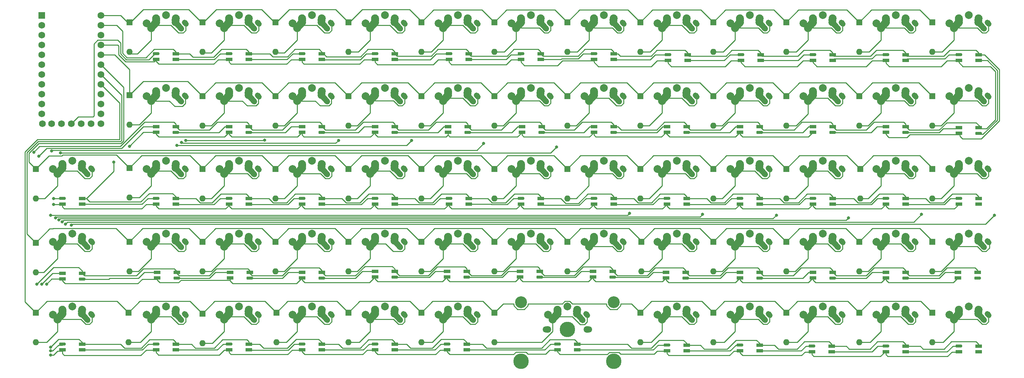
<source format=gbr>
%TF.GenerationSoftware,KiCad,Pcbnew,(5.1.6-0-10_14)*%
%TF.CreationDate,2021-11-22T17:38:10+01:00*%
%TF.ProjectId,Mech50-keyboard,4d656368-3530-42d6-9b65-79626f617264,rev?*%
%TF.SameCoordinates,Original*%
%TF.FileFunction,Copper,L2,Bot*%
%TF.FilePolarity,Positive*%
%FSLAX46Y46*%
G04 Gerber Fmt 4.6, Leading zero omitted, Abs format (unit mm)*
G04 Created by KiCad (PCBNEW (5.1.6-0-10_14)) date 2021-11-22 17:38:10*
%MOMM*%
%LPD*%
G01*
G04 APERTURE LIST*
%TA.AperFunction,SMDPad,CuDef*%
%ADD10R,1.700000X0.820000*%
%TD*%
%TA.AperFunction,ComponentPad*%
%ADD11C,2.000000*%
%TD*%
%TA.AperFunction,ComponentPad*%
%ADD12C,1.700000*%
%TD*%
%TA.AperFunction,ComponentPad*%
%ADD13C,3.987800*%
%TD*%
%TA.AperFunction,ComponentPad*%
%ADD14C,3.048000*%
%TD*%
%TA.AperFunction,ComponentPad*%
%ADD15C,1.800000*%
%TD*%
%TA.AperFunction,ComponentPad*%
%ADD16O,1.600000X1.600000*%
%TD*%
%TA.AperFunction,ComponentPad*%
%ADD17R,1.600000X1.600000*%
%TD*%
%TA.AperFunction,ComponentPad*%
%ADD18C,1.752600*%
%TD*%
%TA.AperFunction,ComponentPad*%
%ADD19R,1.752600X1.752600*%
%TD*%
%TA.AperFunction,ViaPad*%
%ADD20C,0.800000*%
%TD*%
%TA.AperFunction,Conductor*%
%ADD21C,0.250000*%
%TD*%
G04 APERTURE END LIST*
%TO.P,RGB-61,3*%
%TO.N,Net-(RGB-60-Pad1)*%
%TA.AperFunction,SMDPad,CuDef*%
G36*
G01*
X294464000Y-140523000D02*
X294464000Y-140933000D01*
G75*
G02*
X294259000Y-141138000I-205000J0D01*
G01*
X292969000Y-141138000D01*
G75*
G02*
X292764000Y-140933000I0J205000D01*
G01*
X292764000Y-140523000D01*
G75*
G02*
X292969000Y-140318000I205000J0D01*
G01*
X294259000Y-140318000D01*
G75*
G02*
X294464000Y-140523000I0J-205000D01*
G01*
G37*
%TD.AperFunction*%
D10*
%TO.P,RGB-61,4*%
%TO.N,Net-(RGB-0-Pad4)*%
X293614000Y-142228000D03*
%TO.P,RGB-61,2*%
%TO.N,Net-(RGB-0-Pad2)*%
X298714000Y-140728000D03*
%TO.P,RGB-61,1*%
%TO.N,Net-(RGB-61-Pad1)*%
X298714000Y-142228000D03*
%TD*%
%TO.P,RGB-60,3*%
%TO.N,Net-(RGB-59-Pad1)*%
%TA.AperFunction,SMDPad,CuDef*%
G36*
G01*
X275668000Y-140523000D02*
X275668000Y-140933000D01*
G75*
G02*
X275463000Y-141138000I-205000J0D01*
G01*
X274173000Y-141138000D01*
G75*
G02*
X273968000Y-140933000I0J205000D01*
G01*
X273968000Y-140523000D01*
G75*
G02*
X274173000Y-140318000I205000J0D01*
G01*
X275463000Y-140318000D01*
G75*
G02*
X275668000Y-140523000I0J-205000D01*
G01*
G37*
%TD.AperFunction*%
%TO.P,RGB-60,4*%
%TO.N,Net-(RGB-0-Pad4)*%
X274818000Y-142228000D03*
%TO.P,RGB-60,2*%
%TO.N,Net-(RGB-0-Pad2)*%
X279918000Y-140728000D03*
%TO.P,RGB-60,1*%
%TO.N,Net-(RGB-60-Pad1)*%
X279918000Y-142228000D03*
%TD*%
%TO.P,RGB-59,3*%
%TO.N,Net-(RGB-58-Pad1)*%
%TA.AperFunction,SMDPad,CuDef*%
G36*
G01*
X256618000Y-140523000D02*
X256618000Y-140933000D01*
G75*
G02*
X256413000Y-141138000I-205000J0D01*
G01*
X255123000Y-141138000D01*
G75*
G02*
X254918000Y-140933000I0J205000D01*
G01*
X254918000Y-140523000D01*
G75*
G02*
X255123000Y-140318000I205000J0D01*
G01*
X256413000Y-140318000D01*
G75*
G02*
X256618000Y-140523000I0J-205000D01*
G01*
G37*
%TD.AperFunction*%
%TO.P,RGB-59,4*%
%TO.N,Net-(RGB-0-Pad4)*%
X255768000Y-142228000D03*
%TO.P,RGB-59,2*%
%TO.N,Net-(RGB-0-Pad2)*%
X260868000Y-140728000D03*
%TO.P,RGB-59,1*%
%TO.N,Net-(RGB-59-Pad1)*%
X260868000Y-142228000D03*
%TD*%
%TO.P,RGB-58,3*%
%TO.N,Net-(RGB-57-Pad1)*%
%TA.AperFunction,SMDPad,CuDef*%
G36*
G01*
X238076000Y-140269000D02*
X238076000Y-140679000D01*
G75*
G02*
X237871000Y-140884000I-205000J0D01*
G01*
X236581000Y-140884000D01*
G75*
G02*
X236376000Y-140679000I0J205000D01*
G01*
X236376000Y-140269000D01*
G75*
G02*
X236581000Y-140064000I205000J0D01*
G01*
X237871000Y-140064000D01*
G75*
G02*
X238076000Y-140269000I0J-205000D01*
G01*
G37*
%TD.AperFunction*%
%TO.P,RGB-58,4*%
%TO.N,Net-(RGB-0-Pad4)*%
X237226000Y-141974000D03*
%TO.P,RGB-58,2*%
%TO.N,Net-(RGB-0-Pad2)*%
X242326000Y-140474000D03*
%TO.P,RGB-58,1*%
%TO.N,Net-(RGB-58-Pad1)*%
X242326000Y-141974000D03*
%TD*%
%TO.P,RGB-57,3*%
%TO.N,Net-(RGB-56-Pad1)*%
%TA.AperFunction,SMDPad,CuDef*%
G36*
G01*
X219280000Y-140269000D02*
X219280000Y-140679000D01*
G75*
G02*
X219075000Y-140884000I-205000J0D01*
G01*
X217785000Y-140884000D01*
G75*
G02*
X217580000Y-140679000I0J205000D01*
G01*
X217580000Y-140269000D01*
G75*
G02*
X217785000Y-140064000I205000J0D01*
G01*
X219075000Y-140064000D01*
G75*
G02*
X219280000Y-140269000I0J-205000D01*
G01*
G37*
%TD.AperFunction*%
%TO.P,RGB-57,4*%
%TO.N,Net-(RGB-0-Pad4)*%
X218430000Y-141974000D03*
%TO.P,RGB-57,2*%
%TO.N,Net-(RGB-0-Pad2)*%
X223530000Y-140474000D03*
%TO.P,RGB-57,1*%
%TO.N,Net-(RGB-57-Pad1)*%
X223530000Y-141974000D03*
%TD*%
%TO.P,RGB-56,3*%
%TO.N,Net-(RGB-55-Pad1)*%
%TA.AperFunction,SMDPad,CuDef*%
G36*
G01*
X191086000Y-140015000D02*
X191086000Y-140425000D01*
G75*
G02*
X190881000Y-140630000I-205000J0D01*
G01*
X189591000Y-140630000D01*
G75*
G02*
X189386000Y-140425000I0J205000D01*
G01*
X189386000Y-140015000D01*
G75*
G02*
X189591000Y-139810000I205000J0D01*
G01*
X190881000Y-139810000D01*
G75*
G02*
X191086000Y-140015000I0J-205000D01*
G01*
G37*
%TD.AperFunction*%
%TO.P,RGB-56,4*%
%TO.N,Net-(RGB-0-Pad4)*%
X190236000Y-141720000D03*
%TO.P,RGB-56,2*%
%TO.N,Net-(RGB-0-Pad2)*%
X195336000Y-140220000D03*
%TO.P,RGB-56,1*%
%TO.N,Net-(RGB-56-Pad1)*%
X195336000Y-141720000D03*
%TD*%
%TO.P,RGB-55,3*%
%TO.N,Net-(RGB-54-Pad1)*%
%TA.AperFunction,SMDPad,CuDef*%
G36*
G01*
X162638000Y-140015000D02*
X162638000Y-140425000D01*
G75*
G02*
X162433000Y-140630000I-205000J0D01*
G01*
X161143000Y-140630000D01*
G75*
G02*
X160938000Y-140425000I0J205000D01*
G01*
X160938000Y-140015000D01*
G75*
G02*
X161143000Y-139810000I205000J0D01*
G01*
X162433000Y-139810000D01*
G75*
G02*
X162638000Y-140015000I0J-205000D01*
G01*
G37*
%TD.AperFunction*%
%TO.P,RGB-55,4*%
%TO.N,Net-(RGB-0-Pad4)*%
X161788000Y-141720000D03*
%TO.P,RGB-55,2*%
%TO.N,Net-(RGB-0-Pad2)*%
X166888000Y-140220000D03*
%TO.P,RGB-55,1*%
%TO.N,Net-(RGB-55-Pad1)*%
X166888000Y-141720000D03*
%TD*%
%TO.P,RGB-54,3*%
%TO.N,Net-(RGB-53-Pad1)*%
%TA.AperFunction,SMDPad,CuDef*%
G36*
G01*
X144096000Y-140015000D02*
X144096000Y-140425000D01*
G75*
G02*
X143891000Y-140630000I-205000J0D01*
G01*
X142601000Y-140630000D01*
G75*
G02*
X142396000Y-140425000I0J205000D01*
G01*
X142396000Y-140015000D01*
G75*
G02*
X142601000Y-139810000I205000J0D01*
G01*
X143891000Y-139810000D01*
G75*
G02*
X144096000Y-140015000I0J-205000D01*
G01*
G37*
%TD.AperFunction*%
%TO.P,RGB-54,4*%
%TO.N,Net-(RGB-0-Pad4)*%
X143246000Y-141720000D03*
%TO.P,RGB-54,2*%
%TO.N,Net-(RGB-0-Pad2)*%
X148346000Y-140220000D03*
%TO.P,RGB-54,1*%
%TO.N,Net-(RGB-54-Pad1)*%
X148346000Y-141720000D03*
%TD*%
%TO.P,RGB-53,3*%
%TO.N,Net-(RGB-52-Pad1)*%
%TA.AperFunction,SMDPad,CuDef*%
G36*
G01*
X125300000Y-140015000D02*
X125300000Y-140425000D01*
G75*
G02*
X125095000Y-140630000I-205000J0D01*
G01*
X123805000Y-140630000D01*
G75*
G02*
X123600000Y-140425000I0J205000D01*
G01*
X123600000Y-140015000D01*
G75*
G02*
X123805000Y-139810000I205000J0D01*
G01*
X125095000Y-139810000D01*
G75*
G02*
X125300000Y-140015000I0J-205000D01*
G01*
G37*
%TD.AperFunction*%
%TO.P,RGB-53,4*%
%TO.N,Net-(RGB-0-Pad4)*%
X124450000Y-141720000D03*
%TO.P,RGB-53,2*%
%TO.N,Net-(RGB-0-Pad2)*%
X129550000Y-140220000D03*
%TO.P,RGB-53,1*%
%TO.N,Net-(RGB-53-Pad1)*%
X129550000Y-141720000D03*
%TD*%
%TO.P,RGB-52,3*%
%TO.N,Net-(RGB-51-Pad1)*%
%TA.AperFunction,SMDPad,CuDef*%
G36*
G01*
X106504000Y-140015000D02*
X106504000Y-140425000D01*
G75*
G02*
X106299000Y-140630000I-205000J0D01*
G01*
X105009000Y-140630000D01*
G75*
G02*
X104804000Y-140425000I0J205000D01*
G01*
X104804000Y-140015000D01*
G75*
G02*
X105009000Y-139810000I205000J0D01*
G01*
X106299000Y-139810000D01*
G75*
G02*
X106504000Y-140015000I0J-205000D01*
G01*
G37*
%TD.AperFunction*%
%TO.P,RGB-52,4*%
%TO.N,Net-(RGB-0-Pad4)*%
X105654000Y-141720000D03*
%TO.P,RGB-52,2*%
%TO.N,Net-(RGB-0-Pad2)*%
X110754000Y-140220000D03*
%TO.P,RGB-52,1*%
%TO.N,Net-(RGB-52-Pad1)*%
X110754000Y-141720000D03*
%TD*%
%TO.P,RGB-51,3*%
%TO.N,Net-(RGB-50-Pad1)*%
%TA.AperFunction,SMDPad,CuDef*%
G36*
G01*
X87708000Y-140015000D02*
X87708000Y-140425000D01*
G75*
G02*
X87503000Y-140630000I-205000J0D01*
G01*
X86213000Y-140630000D01*
G75*
G02*
X86008000Y-140425000I0J205000D01*
G01*
X86008000Y-140015000D01*
G75*
G02*
X86213000Y-139810000I205000J0D01*
G01*
X87503000Y-139810000D01*
G75*
G02*
X87708000Y-140015000I0J-205000D01*
G01*
G37*
%TD.AperFunction*%
%TO.P,RGB-51,4*%
%TO.N,Net-(RGB-0-Pad4)*%
X86858000Y-141720000D03*
%TO.P,RGB-51,2*%
%TO.N,Net-(RGB-0-Pad2)*%
X91958000Y-140220000D03*
%TO.P,RGB-51,1*%
%TO.N,Net-(RGB-51-Pad1)*%
X91958000Y-141720000D03*
%TD*%
%TO.P,RGB-50,3*%
%TO.N,Net-(RGB-49-Pad1)*%
%TA.AperFunction,SMDPad,CuDef*%
G36*
G01*
X63578000Y-140015000D02*
X63578000Y-140425000D01*
G75*
G02*
X63373000Y-140630000I-205000J0D01*
G01*
X62083000Y-140630000D01*
G75*
G02*
X61878000Y-140425000I0J205000D01*
G01*
X61878000Y-140015000D01*
G75*
G02*
X62083000Y-139810000I205000J0D01*
G01*
X63373000Y-139810000D01*
G75*
G02*
X63578000Y-140015000I0J-205000D01*
G01*
G37*
%TD.AperFunction*%
%TO.P,RGB-50,4*%
%TO.N,Net-(RGB-0-Pad4)*%
X62728000Y-141720000D03*
%TO.P,RGB-50,2*%
%TO.N,Net-(RGB-0-Pad2)*%
X67828000Y-140220000D03*
%TO.P,RGB-50,1*%
%TO.N,Net-(RGB-50-Pad1)*%
X67828000Y-141720000D03*
%TD*%
%TO.P,RGB-49,3*%
%TO.N,Net-(RGB-48-Pad1)*%
%TA.AperFunction,SMDPad,CuDef*%
G36*
G01*
X66978000Y-123637000D02*
X66978000Y-123227000D01*
G75*
G02*
X67183000Y-123022000I205000J0D01*
G01*
X68473000Y-123022000D01*
G75*
G02*
X68678000Y-123227000I0J-205000D01*
G01*
X68678000Y-123637000D01*
G75*
G02*
X68473000Y-123842000I-205000J0D01*
G01*
X67183000Y-123842000D01*
G75*
G02*
X66978000Y-123637000I0J205000D01*
G01*
G37*
%TD.AperFunction*%
%TO.P,RGB-49,4*%
%TO.N,Net-(RGB-0-Pad4)*%
X67828000Y-121932000D03*
%TO.P,RGB-49,2*%
%TO.N,Net-(RGB-0-Pad2)*%
X62728000Y-123432000D03*
%TO.P,RGB-49,1*%
%TO.N,Net-(RGB-49-Pad1)*%
X62728000Y-121932000D03*
%TD*%
%TO.P,RGB-48,3*%
%TO.N,Net-(RGB-47-Pad1)*%
%TA.AperFunction,SMDPad,CuDef*%
G36*
G01*
X91362000Y-123383000D02*
X91362000Y-122973000D01*
G75*
G02*
X91567000Y-122768000I205000J0D01*
G01*
X92857000Y-122768000D01*
G75*
G02*
X93062000Y-122973000I0J-205000D01*
G01*
X93062000Y-123383000D01*
G75*
G02*
X92857000Y-123588000I-205000J0D01*
G01*
X91567000Y-123588000D01*
G75*
G02*
X91362000Y-123383000I0J205000D01*
G01*
G37*
%TD.AperFunction*%
%TO.P,RGB-48,4*%
%TO.N,Net-(RGB-0-Pad4)*%
X92212000Y-121678000D03*
%TO.P,RGB-48,2*%
%TO.N,Net-(RGB-0-Pad2)*%
X87112000Y-123178000D03*
%TO.P,RGB-48,1*%
%TO.N,Net-(RGB-48-Pad1)*%
X87112000Y-121678000D03*
%TD*%
%TO.P,RGB-47,3*%
%TO.N,Net-(RGB-46-Pad1)*%
%TA.AperFunction,SMDPad,CuDef*%
G36*
G01*
X110158000Y-123383000D02*
X110158000Y-122973000D01*
G75*
G02*
X110363000Y-122768000I205000J0D01*
G01*
X111653000Y-122768000D01*
G75*
G02*
X111858000Y-122973000I0J-205000D01*
G01*
X111858000Y-123383000D01*
G75*
G02*
X111653000Y-123588000I-205000J0D01*
G01*
X110363000Y-123588000D01*
G75*
G02*
X110158000Y-123383000I0J205000D01*
G01*
G37*
%TD.AperFunction*%
%TO.P,RGB-47,4*%
%TO.N,Net-(RGB-0-Pad4)*%
X111008000Y-121678000D03*
%TO.P,RGB-47,2*%
%TO.N,Net-(RGB-0-Pad2)*%
X105908000Y-123178000D03*
%TO.P,RGB-47,1*%
%TO.N,Net-(RGB-47-Pad1)*%
X105908000Y-121678000D03*
%TD*%
%TO.P,RGB-46,3*%
%TO.N,Net-(RGB-45-Pad1)*%
%TA.AperFunction,SMDPad,CuDef*%
G36*
G01*
X128700000Y-123383000D02*
X128700000Y-122973000D01*
G75*
G02*
X128905000Y-122768000I205000J0D01*
G01*
X130195000Y-122768000D01*
G75*
G02*
X130400000Y-122973000I0J-205000D01*
G01*
X130400000Y-123383000D01*
G75*
G02*
X130195000Y-123588000I-205000J0D01*
G01*
X128905000Y-123588000D01*
G75*
G02*
X128700000Y-123383000I0J205000D01*
G01*
G37*
%TD.AperFunction*%
%TO.P,RGB-46,4*%
%TO.N,Net-(RGB-0-Pad4)*%
X129550000Y-121678000D03*
%TO.P,RGB-46,2*%
%TO.N,Net-(RGB-0-Pad2)*%
X124450000Y-123178000D03*
%TO.P,RGB-46,1*%
%TO.N,Net-(RGB-46-Pad1)*%
X124450000Y-121678000D03*
%TD*%
%TO.P,RGB-45,3*%
%TO.N,Net-(RGB-44-Pad1)*%
%TA.AperFunction,SMDPad,CuDef*%
G36*
G01*
X147496000Y-123129000D02*
X147496000Y-122719000D01*
G75*
G02*
X147701000Y-122514000I205000J0D01*
G01*
X148991000Y-122514000D01*
G75*
G02*
X149196000Y-122719000I0J-205000D01*
G01*
X149196000Y-123129000D01*
G75*
G02*
X148991000Y-123334000I-205000J0D01*
G01*
X147701000Y-123334000D01*
G75*
G02*
X147496000Y-123129000I0J205000D01*
G01*
G37*
%TD.AperFunction*%
%TO.P,RGB-45,4*%
%TO.N,Net-(RGB-0-Pad4)*%
X148346000Y-121424000D03*
%TO.P,RGB-45,2*%
%TO.N,Net-(RGB-0-Pad2)*%
X143246000Y-122924000D03*
%TO.P,RGB-45,1*%
%TO.N,Net-(RGB-45-Pad1)*%
X143246000Y-121424000D03*
%TD*%
%TO.P,RGB-44,3*%
%TO.N,Net-(RGB-43-Pad1)*%
%TA.AperFunction,SMDPad,CuDef*%
G36*
G01*
X166038000Y-123129000D02*
X166038000Y-122719000D01*
G75*
G02*
X166243000Y-122514000I205000J0D01*
G01*
X167533000Y-122514000D01*
G75*
G02*
X167738000Y-122719000I0J-205000D01*
G01*
X167738000Y-123129000D01*
G75*
G02*
X167533000Y-123334000I-205000J0D01*
G01*
X166243000Y-123334000D01*
G75*
G02*
X166038000Y-123129000I0J205000D01*
G01*
G37*
%TD.AperFunction*%
%TO.P,RGB-44,4*%
%TO.N,Net-(RGB-0-Pad4)*%
X166888000Y-121424000D03*
%TO.P,RGB-44,2*%
%TO.N,Net-(RGB-0-Pad2)*%
X161788000Y-122924000D03*
%TO.P,RGB-44,1*%
%TO.N,Net-(RGB-44-Pad1)*%
X161788000Y-121424000D03*
%TD*%
%TO.P,RGB-43,3*%
%TO.N,Net-(RGB-42-Pad1)*%
%TA.AperFunction,SMDPad,CuDef*%
G36*
G01*
X184834000Y-123129000D02*
X184834000Y-122719000D01*
G75*
G02*
X185039000Y-122514000I205000J0D01*
G01*
X186329000Y-122514000D01*
G75*
G02*
X186534000Y-122719000I0J-205000D01*
G01*
X186534000Y-123129000D01*
G75*
G02*
X186329000Y-123334000I-205000J0D01*
G01*
X185039000Y-123334000D01*
G75*
G02*
X184834000Y-123129000I0J205000D01*
G01*
G37*
%TD.AperFunction*%
%TO.P,RGB-43,4*%
%TO.N,Net-(RGB-0-Pad4)*%
X185684000Y-121424000D03*
%TO.P,RGB-43,2*%
%TO.N,Net-(RGB-0-Pad2)*%
X180584000Y-122924000D03*
%TO.P,RGB-43,1*%
%TO.N,Net-(RGB-43-Pad1)*%
X180584000Y-121424000D03*
%TD*%
%TO.P,RGB-42,3*%
%TO.N,Net-(RGB-41-Pad1)*%
%TA.AperFunction,SMDPad,CuDef*%
G36*
G01*
X203630000Y-123129000D02*
X203630000Y-122719000D01*
G75*
G02*
X203835000Y-122514000I205000J0D01*
G01*
X205125000Y-122514000D01*
G75*
G02*
X205330000Y-122719000I0J-205000D01*
G01*
X205330000Y-123129000D01*
G75*
G02*
X205125000Y-123334000I-205000J0D01*
G01*
X203835000Y-123334000D01*
G75*
G02*
X203630000Y-123129000I0J205000D01*
G01*
G37*
%TD.AperFunction*%
%TO.P,RGB-42,4*%
%TO.N,Net-(RGB-0-Pad4)*%
X204480000Y-121424000D03*
%TO.P,RGB-42,2*%
%TO.N,Net-(RGB-0-Pad2)*%
X199380000Y-122924000D03*
%TO.P,RGB-42,1*%
%TO.N,Net-(RGB-42-Pad1)*%
X199380000Y-121424000D03*
%TD*%
%TO.P,RGB-41,3*%
%TO.N,Net-(RGB-40-Pad1)*%
%TA.AperFunction,SMDPad,CuDef*%
G36*
G01*
X222426000Y-123383000D02*
X222426000Y-122973000D01*
G75*
G02*
X222631000Y-122768000I205000J0D01*
G01*
X223921000Y-122768000D01*
G75*
G02*
X224126000Y-122973000I0J-205000D01*
G01*
X224126000Y-123383000D01*
G75*
G02*
X223921000Y-123588000I-205000J0D01*
G01*
X222631000Y-123588000D01*
G75*
G02*
X222426000Y-123383000I0J205000D01*
G01*
G37*
%TD.AperFunction*%
%TO.P,RGB-41,4*%
%TO.N,Net-(RGB-0-Pad4)*%
X223276000Y-121678000D03*
%TO.P,RGB-41,2*%
%TO.N,Net-(RGB-0-Pad2)*%
X218176000Y-123178000D03*
%TO.P,RGB-41,1*%
%TO.N,Net-(RGB-41-Pad1)*%
X218176000Y-121678000D03*
%TD*%
%TO.P,RGB-40,3*%
%TO.N,Net-(RGB-39-Pad1)*%
%TA.AperFunction,SMDPad,CuDef*%
G36*
G01*
X241476000Y-123383000D02*
X241476000Y-122973000D01*
G75*
G02*
X241681000Y-122768000I205000J0D01*
G01*
X242971000Y-122768000D01*
G75*
G02*
X243176000Y-122973000I0J-205000D01*
G01*
X243176000Y-123383000D01*
G75*
G02*
X242971000Y-123588000I-205000J0D01*
G01*
X241681000Y-123588000D01*
G75*
G02*
X241476000Y-123383000I0J205000D01*
G01*
G37*
%TD.AperFunction*%
%TO.P,RGB-40,4*%
%TO.N,Net-(RGB-0-Pad4)*%
X242326000Y-121678000D03*
%TO.P,RGB-40,2*%
%TO.N,Net-(RGB-0-Pad2)*%
X237226000Y-123178000D03*
%TO.P,RGB-40,1*%
%TO.N,Net-(RGB-40-Pad1)*%
X237226000Y-121678000D03*
%TD*%
%TO.P,RGB-39,3*%
%TO.N,Net-(RGB-38-Pad1)*%
%TA.AperFunction,SMDPad,CuDef*%
G36*
G01*
X260272000Y-123383000D02*
X260272000Y-122973000D01*
G75*
G02*
X260477000Y-122768000I205000J0D01*
G01*
X261767000Y-122768000D01*
G75*
G02*
X261972000Y-122973000I0J-205000D01*
G01*
X261972000Y-123383000D01*
G75*
G02*
X261767000Y-123588000I-205000J0D01*
G01*
X260477000Y-123588000D01*
G75*
G02*
X260272000Y-123383000I0J205000D01*
G01*
G37*
%TD.AperFunction*%
%TO.P,RGB-39,4*%
%TO.N,Net-(RGB-0-Pad4)*%
X261122000Y-121678000D03*
%TO.P,RGB-39,2*%
%TO.N,Net-(RGB-0-Pad2)*%
X256022000Y-123178000D03*
%TO.P,RGB-39,1*%
%TO.N,Net-(RGB-39-Pad1)*%
X256022000Y-121678000D03*
%TD*%
%TO.P,RGB-38,3*%
%TO.N,Net-(RGB-37-Pad1)*%
%TA.AperFunction,SMDPad,CuDef*%
G36*
G01*
X279068000Y-123383000D02*
X279068000Y-122973000D01*
G75*
G02*
X279273000Y-122768000I205000J0D01*
G01*
X280563000Y-122768000D01*
G75*
G02*
X280768000Y-122973000I0J-205000D01*
G01*
X280768000Y-123383000D01*
G75*
G02*
X280563000Y-123588000I-205000J0D01*
G01*
X279273000Y-123588000D01*
G75*
G02*
X279068000Y-123383000I0J205000D01*
G01*
G37*
%TD.AperFunction*%
%TO.P,RGB-38,4*%
%TO.N,Net-(RGB-0-Pad4)*%
X279918000Y-121678000D03*
%TO.P,RGB-38,2*%
%TO.N,Net-(RGB-0-Pad2)*%
X274818000Y-123178000D03*
%TO.P,RGB-38,1*%
%TO.N,Net-(RGB-38-Pad1)*%
X274818000Y-121678000D03*
%TD*%
%TO.P,RGB-37,3*%
%TO.N,Net-(RGB-36-Pad1)*%
%TA.AperFunction,SMDPad,CuDef*%
G36*
G01*
X297610000Y-123383000D02*
X297610000Y-122973000D01*
G75*
G02*
X297815000Y-122768000I205000J0D01*
G01*
X299105000Y-122768000D01*
G75*
G02*
X299310000Y-122973000I0J-205000D01*
G01*
X299310000Y-123383000D01*
G75*
G02*
X299105000Y-123588000I-205000J0D01*
G01*
X297815000Y-123588000D01*
G75*
G02*
X297610000Y-123383000I0J205000D01*
G01*
G37*
%TD.AperFunction*%
%TO.P,RGB-37,4*%
%TO.N,Net-(RGB-0-Pad4)*%
X298460000Y-121678000D03*
%TO.P,RGB-37,2*%
%TO.N,Net-(RGB-0-Pad2)*%
X293360000Y-123178000D03*
%TO.P,RGB-37,1*%
%TO.N,Net-(RGB-37-Pad1)*%
X293360000Y-121678000D03*
%TD*%
%TO.P,RGB-36,3*%
%TO.N,Net-(RGB-35-Pad1)*%
%TA.AperFunction,SMDPad,CuDef*%
G36*
G01*
X294464000Y-102423000D02*
X294464000Y-102833000D01*
G75*
G02*
X294259000Y-103038000I-205000J0D01*
G01*
X292969000Y-103038000D01*
G75*
G02*
X292764000Y-102833000I0J205000D01*
G01*
X292764000Y-102423000D01*
G75*
G02*
X292969000Y-102218000I205000J0D01*
G01*
X294259000Y-102218000D01*
G75*
G02*
X294464000Y-102423000I0J-205000D01*
G01*
G37*
%TD.AperFunction*%
%TO.P,RGB-36,4*%
%TO.N,Net-(RGB-0-Pad4)*%
X293614000Y-104128000D03*
%TO.P,RGB-36,2*%
%TO.N,Net-(RGB-0-Pad2)*%
X298714000Y-102628000D03*
%TO.P,RGB-36,1*%
%TO.N,Net-(RGB-36-Pad1)*%
X298714000Y-104128000D03*
%TD*%
%TO.P,RGB-35,3*%
%TO.N,Net-(RGB-34-Pad1)*%
%TA.AperFunction,SMDPad,CuDef*%
G36*
G01*
X275668000Y-102423000D02*
X275668000Y-102833000D01*
G75*
G02*
X275463000Y-103038000I-205000J0D01*
G01*
X274173000Y-103038000D01*
G75*
G02*
X273968000Y-102833000I0J205000D01*
G01*
X273968000Y-102423000D01*
G75*
G02*
X274173000Y-102218000I205000J0D01*
G01*
X275463000Y-102218000D01*
G75*
G02*
X275668000Y-102423000I0J-205000D01*
G01*
G37*
%TD.AperFunction*%
%TO.P,RGB-35,4*%
%TO.N,Net-(RGB-0-Pad4)*%
X274818000Y-104128000D03*
%TO.P,RGB-35,2*%
%TO.N,Net-(RGB-0-Pad2)*%
X279918000Y-102628000D03*
%TO.P,RGB-35,1*%
%TO.N,Net-(RGB-35-Pad1)*%
X279918000Y-104128000D03*
%TD*%
%TO.P,RGB-34,3*%
%TO.N,Net-(RGB-33-Pad1)*%
%TA.AperFunction,SMDPad,CuDef*%
G36*
G01*
X256872000Y-102423000D02*
X256872000Y-102833000D01*
G75*
G02*
X256667000Y-103038000I-205000J0D01*
G01*
X255377000Y-103038000D01*
G75*
G02*
X255172000Y-102833000I0J205000D01*
G01*
X255172000Y-102423000D01*
G75*
G02*
X255377000Y-102218000I205000J0D01*
G01*
X256667000Y-102218000D01*
G75*
G02*
X256872000Y-102423000I0J-205000D01*
G01*
G37*
%TD.AperFunction*%
%TO.P,RGB-34,4*%
%TO.N,Net-(RGB-0-Pad4)*%
X256022000Y-104128000D03*
%TO.P,RGB-34,2*%
%TO.N,Net-(RGB-0-Pad2)*%
X261122000Y-102628000D03*
%TO.P,RGB-34,1*%
%TO.N,Net-(RGB-34-Pad1)*%
X261122000Y-104128000D03*
%TD*%
%TO.P,RGB-33,3*%
%TO.N,Net-(RGB-32-Pad1)*%
%TA.AperFunction,SMDPad,CuDef*%
G36*
G01*
X238076000Y-102423000D02*
X238076000Y-102833000D01*
G75*
G02*
X237871000Y-103038000I-205000J0D01*
G01*
X236581000Y-103038000D01*
G75*
G02*
X236376000Y-102833000I0J205000D01*
G01*
X236376000Y-102423000D01*
G75*
G02*
X236581000Y-102218000I205000J0D01*
G01*
X237871000Y-102218000D01*
G75*
G02*
X238076000Y-102423000I0J-205000D01*
G01*
G37*
%TD.AperFunction*%
%TO.P,RGB-33,4*%
%TO.N,Net-(RGB-0-Pad4)*%
X237226000Y-104128000D03*
%TO.P,RGB-33,2*%
%TO.N,Net-(RGB-0-Pad2)*%
X242326000Y-102628000D03*
%TO.P,RGB-33,1*%
%TO.N,Net-(RGB-33-Pad1)*%
X242326000Y-104128000D03*
%TD*%
%TO.P,RGB-32,3*%
%TO.N,Net-(RGB-31-Pad1)*%
%TA.AperFunction,SMDPad,CuDef*%
G36*
G01*
X219280000Y-102423000D02*
X219280000Y-102833000D01*
G75*
G02*
X219075000Y-103038000I-205000J0D01*
G01*
X217785000Y-103038000D01*
G75*
G02*
X217580000Y-102833000I0J205000D01*
G01*
X217580000Y-102423000D01*
G75*
G02*
X217785000Y-102218000I205000J0D01*
G01*
X219075000Y-102218000D01*
G75*
G02*
X219280000Y-102423000I0J-205000D01*
G01*
G37*
%TD.AperFunction*%
%TO.P,RGB-32,4*%
%TO.N,Net-(RGB-0-Pad4)*%
X218430000Y-104128000D03*
%TO.P,RGB-32,2*%
%TO.N,Net-(RGB-0-Pad2)*%
X223530000Y-102628000D03*
%TO.P,RGB-32,1*%
%TO.N,Net-(RGB-32-Pad1)*%
X223530000Y-104128000D03*
%TD*%
%TO.P,RGB-31,3*%
%TO.N,Net-(RGB-30-Pad1)*%
%TA.AperFunction,SMDPad,CuDef*%
G36*
G01*
X200484000Y-102423000D02*
X200484000Y-102833000D01*
G75*
G02*
X200279000Y-103038000I-205000J0D01*
G01*
X198989000Y-103038000D01*
G75*
G02*
X198784000Y-102833000I0J205000D01*
G01*
X198784000Y-102423000D01*
G75*
G02*
X198989000Y-102218000I205000J0D01*
G01*
X200279000Y-102218000D01*
G75*
G02*
X200484000Y-102423000I0J-205000D01*
G01*
G37*
%TD.AperFunction*%
%TO.P,RGB-31,4*%
%TO.N,Net-(RGB-0-Pad4)*%
X199634000Y-104128000D03*
%TO.P,RGB-31,2*%
%TO.N,Net-(RGB-0-Pad2)*%
X204734000Y-102628000D03*
%TO.P,RGB-31,1*%
%TO.N,Net-(RGB-31-Pad1)*%
X204734000Y-104128000D03*
%TD*%
%TO.P,RGB-30,3*%
%TO.N,Net-(RGB-29-Pad1)*%
%TA.AperFunction,SMDPad,CuDef*%
G36*
G01*
X181688000Y-102423000D02*
X181688000Y-102833000D01*
G75*
G02*
X181483000Y-103038000I-205000J0D01*
G01*
X180193000Y-103038000D01*
G75*
G02*
X179988000Y-102833000I0J205000D01*
G01*
X179988000Y-102423000D01*
G75*
G02*
X180193000Y-102218000I205000J0D01*
G01*
X181483000Y-102218000D01*
G75*
G02*
X181688000Y-102423000I0J-205000D01*
G01*
G37*
%TD.AperFunction*%
%TO.P,RGB-30,4*%
%TO.N,Net-(RGB-0-Pad4)*%
X180838000Y-104128000D03*
%TO.P,RGB-30,2*%
%TO.N,Net-(RGB-0-Pad2)*%
X185938000Y-102628000D03*
%TO.P,RGB-30,1*%
%TO.N,Net-(RGB-30-Pad1)*%
X185938000Y-104128000D03*
%TD*%
%TO.P,RGB-29,3*%
%TO.N,Net-(RGB-28-Pad1)*%
%TA.AperFunction,SMDPad,CuDef*%
G36*
G01*
X163146000Y-102423000D02*
X163146000Y-102833000D01*
G75*
G02*
X162941000Y-103038000I-205000J0D01*
G01*
X161651000Y-103038000D01*
G75*
G02*
X161446000Y-102833000I0J205000D01*
G01*
X161446000Y-102423000D01*
G75*
G02*
X161651000Y-102218000I205000J0D01*
G01*
X162941000Y-102218000D01*
G75*
G02*
X163146000Y-102423000I0J-205000D01*
G01*
G37*
%TD.AperFunction*%
%TO.P,RGB-29,4*%
%TO.N,Net-(RGB-0-Pad4)*%
X162296000Y-104128000D03*
%TO.P,RGB-29,2*%
%TO.N,Net-(RGB-0-Pad2)*%
X167396000Y-102628000D03*
%TO.P,RGB-29,1*%
%TO.N,Net-(RGB-29-Pad1)*%
X167396000Y-104128000D03*
%TD*%
%TO.P,RGB-28,3*%
%TO.N,Net-(RGB-27-Pad1)*%
%TA.AperFunction,SMDPad,CuDef*%
G36*
G01*
X144096000Y-102423000D02*
X144096000Y-102833000D01*
G75*
G02*
X143891000Y-103038000I-205000J0D01*
G01*
X142601000Y-103038000D01*
G75*
G02*
X142396000Y-102833000I0J205000D01*
G01*
X142396000Y-102423000D01*
G75*
G02*
X142601000Y-102218000I205000J0D01*
G01*
X143891000Y-102218000D01*
G75*
G02*
X144096000Y-102423000I0J-205000D01*
G01*
G37*
%TD.AperFunction*%
%TO.P,RGB-28,4*%
%TO.N,Net-(RGB-0-Pad4)*%
X143246000Y-104128000D03*
%TO.P,RGB-28,2*%
%TO.N,Net-(RGB-0-Pad2)*%
X148346000Y-102628000D03*
%TO.P,RGB-28,1*%
%TO.N,Net-(RGB-28-Pad1)*%
X148346000Y-104128000D03*
%TD*%
%TO.P,RGB-27,3*%
%TO.N,Net-(RGB-26-Pad1)*%
%TA.AperFunction,SMDPad,CuDef*%
G36*
G01*
X125300000Y-102423000D02*
X125300000Y-102833000D01*
G75*
G02*
X125095000Y-103038000I-205000J0D01*
G01*
X123805000Y-103038000D01*
G75*
G02*
X123600000Y-102833000I0J205000D01*
G01*
X123600000Y-102423000D01*
G75*
G02*
X123805000Y-102218000I205000J0D01*
G01*
X125095000Y-102218000D01*
G75*
G02*
X125300000Y-102423000I0J-205000D01*
G01*
G37*
%TD.AperFunction*%
%TO.P,RGB-27,4*%
%TO.N,Net-(RGB-0-Pad4)*%
X124450000Y-104128000D03*
%TO.P,RGB-27,2*%
%TO.N,Net-(RGB-0-Pad2)*%
X129550000Y-102628000D03*
%TO.P,RGB-27,1*%
%TO.N,Net-(RGB-27-Pad1)*%
X129550000Y-104128000D03*
%TD*%
%TO.P,RGB-26,3*%
%TO.N,Net-(RGB-25-Pad1)*%
%TA.AperFunction,SMDPad,CuDef*%
G36*
G01*
X106504000Y-102423000D02*
X106504000Y-102833000D01*
G75*
G02*
X106299000Y-103038000I-205000J0D01*
G01*
X105009000Y-103038000D01*
G75*
G02*
X104804000Y-102833000I0J205000D01*
G01*
X104804000Y-102423000D01*
G75*
G02*
X105009000Y-102218000I205000J0D01*
G01*
X106299000Y-102218000D01*
G75*
G02*
X106504000Y-102423000I0J-205000D01*
G01*
G37*
%TD.AperFunction*%
%TO.P,RGB-26,4*%
%TO.N,Net-(RGB-0-Pad4)*%
X105654000Y-104128000D03*
%TO.P,RGB-26,2*%
%TO.N,Net-(RGB-0-Pad2)*%
X110754000Y-102628000D03*
%TO.P,RGB-26,1*%
%TO.N,Net-(RGB-26-Pad1)*%
X110754000Y-104128000D03*
%TD*%
%TO.P,RGB-25,3*%
%TO.N,Net-(RGB-24-Pad1)*%
%TA.AperFunction,SMDPad,CuDef*%
G36*
G01*
X87708000Y-102423000D02*
X87708000Y-102833000D01*
G75*
G02*
X87503000Y-103038000I-205000J0D01*
G01*
X86213000Y-103038000D01*
G75*
G02*
X86008000Y-102833000I0J205000D01*
G01*
X86008000Y-102423000D01*
G75*
G02*
X86213000Y-102218000I205000J0D01*
G01*
X87503000Y-102218000D01*
G75*
G02*
X87708000Y-102423000I0J-205000D01*
G01*
G37*
%TD.AperFunction*%
%TO.P,RGB-25,4*%
%TO.N,Net-(RGB-0-Pad4)*%
X86858000Y-104128000D03*
%TO.P,RGB-25,2*%
%TO.N,Net-(RGB-0-Pad2)*%
X91958000Y-102628000D03*
%TO.P,RGB-25,1*%
%TO.N,Net-(RGB-25-Pad1)*%
X91958000Y-104128000D03*
%TD*%
%TO.P,RGB-24,3*%
%TO.N,Net-(RGB-23-Pad1)*%
%TA.AperFunction,SMDPad,CuDef*%
G36*
G01*
X63578000Y-102423000D02*
X63578000Y-102833000D01*
G75*
G02*
X63373000Y-103038000I-205000J0D01*
G01*
X62083000Y-103038000D01*
G75*
G02*
X61878000Y-102833000I0J205000D01*
G01*
X61878000Y-102423000D01*
G75*
G02*
X62083000Y-102218000I205000J0D01*
G01*
X63373000Y-102218000D01*
G75*
G02*
X63578000Y-102423000I0J-205000D01*
G01*
G37*
%TD.AperFunction*%
%TO.P,RGB-24,4*%
%TO.N,Net-(RGB-0-Pad4)*%
X62728000Y-104128000D03*
%TO.P,RGB-24,2*%
%TO.N,Net-(RGB-0-Pad2)*%
X67828000Y-102628000D03*
%TO.P,RGB-24,1*%
%TO.N,Net-(RGB-24-Pad1)*%
X67828000Y-104128000D03*
%TD*%
%TO.P,RGB-23,3*%
%TO.N,Net-(RGB-22-Pad1)*%
%TA.AperFunction,SMDPad,CuDef*%
G36*
G01*
X91108000Y-85791000D02*
X91108000Y-85381000D01*
G75*
G02*
X91313000Y-85176000I205000J0D01*
G01*
X92603000Y-85176000D01*
G75*
G02*
X92808000Y-85381000I0J-205000D01*
G01*
X92808000Y-85791000D01*
G75*
G02*
X92603000Y-85996000I-205000J0D01*
G01*
X91313000Y-85996000D01*
G75*
G02*
X91108000Y-85791000I0J205000D01*
G01*
G37*
%TD.AperFunction*%
%TO.P,RGB-23,4*%
%TO.N,Net-(RGB-0-Pad4)*%
X91958000Y-84086000D03*
%TO.P,RGB-23,2*%
%TO.N,Net-(RGB-0-Pad2)*%
X86858000Y-85586000D03*
%TO.P,RGB-23,1*%
%TO.N,Net-(RGB-23-Pad1)*%
X86858000Y-84086000D03*
%TD*%
%TO.P,RGB-22,3*%
%TO.N,Net-(RGB-21-Pad1)*%
%TA.AperFunction,SMDPad,CuDef*%
G36*
G01*
X109904000Y-85791000D02*
X109904000Y-85381000D01*
G75*
G02*
X110109000Y-85176000I205000J0D01*
G01*
X111399000Y-85176000D01*
G75*
G02*
X111604000Y-85381000I0J-205000D01*
G01*
X111604000Y-85791000D01*
G75*
G02*
X111399000Y-85996000I-205000J0D01*
G01*
X110109000Y-85996000D01*
G75*
G02*
X109904000Y-85791000I0J205000D01*
G01*
G37*
%TD.AperFunction*%
%TO.P,RGB-22,4*%
%TO.N,Net-(RGB-0-Pad4)*%
X110754000Y-84086000D03*
%TO.P,RGB-22,2*%
%TO.N,Net-(RGB-0-Pad2)*%
X105654000Y-85586000D03*
%TO.P,RGB-22,1*%
%TO.N,Net-(RGB-22-Pad1)*%
X105654000Y-84086000D03*
%TD*%
%TO.P,RGB-21,3*%
%TO.N,Net-(RGB-20-Pad1)*%
%TA.AperFunction,SMDPad,CuDef*%
G36*
G01*
X128700000Y-85791000D02*
X128700000Y-85381000D01*
G75*
G02*
X128905000Y-85176000I205000J0D01*
G01*
X130195000Y-85176000D01*
G75*
G02*
X130400000Y-85381000I0J-205000D01*
G01*
X130400000Y-85791000D01*
G75*
G02*
X130195000Y-85996000I-205000J0D01*
G01*
X128905000Y-85996000D01*
G75*
G02*
X128700000Y-85791000I0J205000D01*
G01*
G37*
%TD.AperFunction*%
%TO.P,RGB-21,4*%
%TO.N,Net-(RGB-0-Pad4)*%
X129550000Y-84086000D03*
%TO.P,RGB-21,2*%
%TO.N,Net-(RGB-0-Pad2)*%
X124450000Y-85586000D03*
%TO.P,RGB-21,1*%
%TO.N,Net-(RGB-21-Pad1)*%
X124450000Y-84086000D03*
%TD*%
%TO.P,RGB-20,3*%
%TO.N,Net-(RGB-19-Pad1)*%
%TA.AperFunction,SMDPad,CuDef*%
G36*
G01*
X147496000Y-85791000D02*
X147496000Y-85381000D01*
G75*
G02*
X147701000Y-85176000I205000J0D01*
G01*
X148991000Y-85176000D01*
G75*
G02*
X149196000Y-85381000I0J-205000D01*
G01*
X149196000Y-85791000D01*
G75*
G02*
X148991000Y-85996000I-205000J0D01*
G01*
X147701000Y-85996000D01*
G75*
G02*
X147496000Y-85791000I0J205000D01*
G01*
G37*
%TD.AperFunction*%
%TO.P,RGB-20,4*%
%TO.N,Net-(RGB-0-Pad4)*%
X148346000Y-84086000D03*
%TO.P,RGB-20,2*%
%TO.N,Net-(RGB-0-Pad2)*%
X143246000Y-85586000D03*
%TO.P,RGB-20,1*%
%TO.N,Net-(RGB-20-Pad1)*%
X143246000Y-84086000D03*
%TD*%
%TO.P,RGB-19,3*%
%TO.N,Net-(RGB-18-Pad1)*%
%TA.AperFunction,SMDPad,CuDef*%
G36*
G01*
X166292000Y-85791000D02*
X166292000Y-85381000D01*
G75*
G02*
X166497000Y-85176000I205000J0D01*
G01*
X167787000Y-85176000D01*
G75*
G02*
X167992000Y-85381000I0J-205000D01*
G01*
X167992000Y-85791000D01*
G75*
G02*
X167787000Y-85996000I-205000J0D01*
G01*
X166497000Y-85996000D01*
G75*
G02*
X166292000Y-85791000I0J205000D01*
G01*
G37*
%TD.AperFunction*%
%TO.P,RGB-19,4*%
%TO.N,Net-(RGB-0-Pad4)*%
X167142000Y-84086000D03*
%TO.P,RGB-19,2*%
%TO.N,Net-(RGB-0-Pad2)*%
X162042000Y-85586000D03*
%TO.P,RGB-19,1*%
%TO.N,Net-(RGB-19-Pad1)*%
X162042000Y-84086000D03*
%TD*%
%TO.P,RGB-18,3*%
%TO.N,Net-(RGB-17-Pad1)*%
%TA.AperFunction,SMDPad,CuDef*%
G36*
G01*
X185342000Y-85791000D02*
X185342000Y-85381000D01*
G75*
G02*
X185547000Y-85176000I205000J0D01*
G01*
X186837000Y-85176000D01*
G75*
G02*
X187042000Y-85381000I0J-205000D01*
G01*
X187042000Y-85791000D01*
G75*
G02*
X186837000Y-85996000I-205000J0D01*
G01*
X185547000Y-85996000D01*
G75*
G02*
X185342000Y-85791000I0J205000D01*
G01*
G37*
%TD.AperFunction*%
%TO.P,RGB-18,4*%
%TO.N,Net-(RGB-0-Pad4)*%
X186192000Y-84086000D03*
%TO.P,RGB-18,2*%
%TO.N,Net-(RGB-0-Pad2)*%
X181092000Y-85586000D03*
%TO.P,RGB-18,1*%
%TO.N,Net-(RGB-18-Pad1)*%
X181092000Y-84086000D03*
%TD*%
%TO.P,RGB-17,3*%
%TO.N,Net-(RGB-16-Pad1)*%
%TA.AperFunction,SMDPad,CuDef*%
G36*
G01*
X203884000Y-85791000D02*
X203884000Y-85381000D01*
G75*
G02*
X204089000Y-85176000I205000J0D01*
G01*
X205379000Y-85176000D01*
G75*
G02*
X205584000Y-85381000I0J-205000D01*
G01*
X205584000Y-85791000D01*
G75*
G02*
X205379000Y-85996000I-205000J0D01*
G01*
X204089000Y-85996000D01*
G75*
G02*
X203884000Y-85791000I0J205000D01*
G01*
G37*
%TD.AperFunction*%
%TO.P,RGB-17,4*%
%TO.N,Net-(RGB-0-Pad4)*%
X204734000Y-84086000D03*
%TO.P,RGB-17,2*%
%TO.N,Net-(RGB-0-Pad2)*%
X199634000Y-85586000D03*
%TO.P,RGB-17,1*%
%TO.N,Net-(RGB-17-Pad1)*%
X199634000Y-84086000D03*
%TD*%
%TO.P,RGB-16,3*%
%TO.N,Net-(RGB-15-Pad1)*%
%TA.AperFunction,SMDPad,CuDef*%
G36*
G01*
X222680000Y-85791000D02*
X222680000Y-85381000D01*
G75*
G02*
X222885000Y-85176000I205000J0D01*
G01*
X224175000Y-85176000D01*
G75*
G02*
X224380000Y-85381000I0J-205000D01*
G01*
X224380000Y-85791000D01*
G75*
G02*
X224175000Y-85996000I-205000J0D01*
G01*
X222885000Y-85996000D01*
G75*
G02*
X222680000Y-85791000I0J205000D01*
G01*
G37*
%TD.AperFunction*%
%TO.P,RGB-16,4*%
%TO.N,Net-(RGB-0-Pad4)*%
X223530000Y-84086000D03*
%TO.P,RGB-16,2*%
%TO.N,Net-(RGB-0-Pad2)*%
X218430000Y-85586000D03*
%TO.P,RGB-16,1*%
%TO.N,Net-(RGB-16-Pad1)*%
X218430000Y-84086000D03*
%TD*%
%TO.P,RGB-15,3*%
%TO.N,Net-(RGB-14-Pad1)*%
%TA.AperFunction,SMDPad,CuDef*%
G36*
G01*
X241476000Y-85791000D02*
X241476000Y-85381000D01*
G75*
G02*
X241681000Y-85176000I205000J0D01*
G01*
X242971000Y-85176000D01*
G75*
G02*
X243176000Y-85381000I0J-205000D01*
G01*
X243176000Y-85791000D01*
G75*
G02*
X242971000Y-85996000I-205000J0D01*
G01*
X241681000Y-85996000D01*
G75*
G02*
X241476000Y-85791000I0J205000D01*
G01*
G37*
%TD.AperFunction*%
%TO.P,RGB-15,4*%
%TO.N,Net-(RGB-0-Pad4)*%
X242326000Y-84086000D03*
%TO.P,RGB-15,2*%
%TO.N,Net-(RGB-0-Pad2)*%
X237226000Y-85586000D03*
%TO.P,RGB-15,1*%
%TO.N,Net-(RGB-15-Pad1)*%
X237226000Y-84086000D03*
%TD*%
%TO.P,RGB-14,3*%
%TO.N,Net-(RGB-13-Pad1)*%
%TA.AperFunction,SMDPad,CuDef*%
G36*
G01*
X260272000Y-85791000D02*
X260272000Y-85381000D01*
G75*
G02*
X260477000Y-85176000I205000J0D01*
G01*
X261767000Y-85176000D01*
G75*
G02*
X261972000Y-85381000I0J-205000D01*
G01*
X261972000Y-85791000D01*
G75*
G02*
X261767000Y-85996000I-205000J0D01*
G01*
X260477000Y-85996000D01*
G75*
G02*
X260272000Y-85791000I0J205000D01*
G01*
G37*
%TD.AperFunction*%
%TO.P,RGB-14,4*%
%TO.N,Net-(RGB-0-Pad4)*%
X261122000Y-84086000D03*
%TO.P,RGB-14,2*%
%TO.N,Net-(RGB-0-Pad2)*%
X256022000Y-85586000D03*
%TO.P,RGB-14,1*%
%TO.N,Net-(RGB-14-Pad1)*%
X256022000Y-84086000D03*
%TD*%
%TO.P,RGB-13,3*%
%TO.N,Net-(RGB-12-Pad1)*%
%TA.AperFunction,SMDPad,CuDef*%
G36*
G01*
X279068000Y-85791000D02*
X279068000Y-85381000D01*
G75*
G02*
X279273000Y-85176000I205000J0D01*
G01*
X280563000Y-85176000D01*
G75*
G02*
X280768000Y-85381000I0J-205000D01*
G01*
X280768000Y-85791000D01*
G75*
G02*
X280563000Y-85996000I-205000J0D01*
G01*
X279273000Y-85996000D01*
G75*
G02*
X279068000Y-85791000I0J205000D01*
G01*
G37*
%TD.AperFunction*%
%TO.P,RGB-13,4*%
%TO.N,Net-(RGB-0-Pad4)*%
X279918000Y-84086000D03*
%TO.P,RGB-13,2*%
%TO.N,Net-(RGB-0-Pad2)*%
X274818000Y-85586000D03*
%TO.P,RGB-13,1*%
%TO.N,Net-(RGB-13-Pad1)*%
X274818000Y-84086000D03*
%TD*%
%TO.P,RGB-12,3*%
%TO.N,Net-(RGB-11-Pad1)*%
%TA.AperFunction,SMDPad,CuDef*%
G36*
G01*
X297864000Y-86045000D02*
X297864000Y-85635000D01*
G75*
G02*
X298069000Y-85430000I205000J0D01*
G01*
X299359000Y-85430000D01*
G75*
G02*
X299564000Y-85635000I0J-205000D01*
G01*
X299564000Y-86045000D01*
G75*
G02*
X299359000Y-86250000I-205000J0D01*
G01*
X298069000Y-86250000D01*
G75*
G02*
X297864000Y-86045000I0J205000D01*
G01*
G37*
%TD.AperFunction*%
%TO.P,RGB-12,4*%
%TO.N,Net-(RGB-0-Pad4)*%
X298714000Y-84340000D03*
%TO.P,RGB-12,2*%
%TO.N,Net-(RGB-0-Pad2)*%
X293614000Y-85840000D03*
%TO.P,RGB-12,1*%
%TO.N,Net-(RGB-12-Pad1)*%
X293614000Y-84340000D03*
%TD*%
%TO.P,S-E12,1*%
%TO.N,Net-(D-E12-Pad2)*%
%TA.AperFunction,ComponentPad*%
G36*
G01*
X301484668Y-131907224D02*
X301885368Y-132353810D01*
G75*
G02*
X301831833Y-133342311I-521018J-467483D01*
G01*
X301831833Y-133342311D01*
G75*
G02*
X300843332Y-133288776I-467483J521018D01*
G01*
X300442632Y-132842190D01*
G75*
G02*
X300496167Y-131853689I521018J467483D01*
G01*
X300496167Y-131853689D01*
G75*
G02*
X301484668Y-131907224I467483J-521018D01*
G01*
G37*
%TD.AperFunction*%
D11*
X291164000Y-132598000D03*
%TO.P,S-E12,2*%
%TO.N,Net-(S-A11-Pad2)*%
X296164000Y-130498000D03*
%TA.AperFunction,SMDPad,CuDef*%
G36*
G01*
X297666370Y-131829201D02*
X297706368Y-131249201D01*
G75*
G02*
X298772798Y-130320369I997631J-68799D01*
G01*
X298772798Y-130320369D01*
G75*
G02*
X299701630Y-131386799I-68799J-997631D01*
G01*
X299661632Y-131966799D01*
G75*
G02*
X298595202Y-132895631I-997631J68799D01*
G01*
X298595202Y-132895631D01*
G75*
G02*
X297666370Y-131829201I68799J997631D01*
G01*
G37*
%TD.AperFunction*%
%TO.P,S-E12,1*%
%TO.N,Net-(D-E12-Pad2)*%
X293624000Y-131318000D03*
X293664000Y-131898000D03*
%TA.AperFunction,SMDPad,CuDef*%
G36*
G01*
X292666369Y-131966799D02*
X292626370Y-131386799D01*
G75*
G02*
X293555202Y-130320369I997631J68799D01*
G01*
X293555202Y-130320369D01*
G75*
G02*
X294621632Y-131249201I68799J-997631D01*
G01*
X294661630Y-131829201D01*
G75*
G02*
X293732798Y-132895631I-997631J-68799D01*
G01*
X293732798Y-132895631D01*
G75*
G02*
X292666368Y-131966799I-68799J997631D01*
G01*
G37*
%TD.AperFunction*%
%TO.P,S-E12,2*%
%TO.N,Net-(S-A11-Pad2)*%
%TA.AperFunction,ComponentPad*%
G36*
G01*
X299306167Y-133113688D02*
X299306168Y-133113688D01*
G75*
G02*
X300365276Y-133171048I500874J-558234D01*
G01*
X300699192Y-133543204D01*
G75*
G02*
X300641832Y-134602312I-558234J-500874D01*
G01*
X300641832Y-134602312D01*
G75*
G02*
X299582724Y-134544952I-500874J558234D01*
G01*
X299248808Y-134172796D01*
G75*
G02*
X299306168Y-133113688I558234J500874D01*
G01*
G37*
%TD.AperFunction*%
X298664000Y-132398000D03*
%TO.P,S-E12,1*%
%TO.N,Net-(D-E12-Pad2)*%
%TA.AperFunction,SMDPad,CuDef*%
G36*
G01*
X294408307Y-133065828D02*
X293098317Y-134525837D01*
G75*
G02*
X291686172Y-134602316I-744312J667833D01*
G01*
X291686172Y-134602316D01*
G75*
G02*
X291609693Y-133190171I667833J744312D01*
G01*
X292919683Y-131730163D01*
G75*
G02*
X294331828Y-131653684I744312J-667833D01*
G01*
X294331828Y-131653684D01*
G75*
G02*
X294408307Y-133065829I-667833J-744312D01*
G01*
G37*
%TD.AperFunction*%
%TO.P,S-E12,2*%
%TO.N,Net-(S-A11-Pad2)*%
%TA.AperFunction,SMDPad,CuDef*%
G36*
G01*
X299055280Y-131711043D02*
X300699188Y-133543208D01*
G75*
G02*
X300641828Y-134602316I-558234J-500874D01*
G01*
X300641828Y-134602316D01*
G75*
G02*
X299582720Y-134544956I-500874J558234D01*
G01*
X297938812Y-132712792D01*
G75*
G02*
X297996172Y-131653684I558234J500874D01*
G01*
X297996172Y-131653684D01*
G75*
G02*
X299055280Y-131711044I500874J-558234D01*
G01*
G37*
%TD.AperFunction*%
%TO.P,S-E12,1*%
%TO.N,Net-(D-E12-Pad2)*%
X292354000Y-133858000D03*
X293664000Y-132398000D03*
%TO.P,S-E12,2*%
%TO.N,Net-(S-A11-Pad2)*%
X298704000Y-131318000D03*
X298664000Y-131898000D03*
%TD*%
%TO.P,S-E6,1*%
%TO.N,Net-(D-E6-Pad2)*%
%TA.AperFunction,ComponentPad*%
G36*
G01*
X198106668Y-131907224D02*
X198507368Y-132353810D01*
G75*
G02*
X198453833Y-133342311I-521018J-467483D01*
G01*
X198453833Y-133342311D01*
G75*
G02*
X197465332Y-133288776I-467483J521018D01*
G01*
X197064632Y-132842190D01*
G75*
G02*
X197118167Y-131853689I521018J467483D01*
G01*
X197118167Y-131853689D01*
G75*
G02*
X198106668Y-131907224I467483J-521018D01*
G01*
G37*
%TD.AperFunction*%
X187786000Y-132598000D03*
%TO.P,S-E6,2*%
%TO.N,Net-(S-A5-Pad2)*%
X192786000Y-130498000D03*
D12*
%TO.P,S-E6,*%
%TO.N,*%
X198286000Y-136398000D03*
X187286000Y-136398000D03*
%TO.P,S-E6,2*%
%TO.N,Net-(S-A5-Pad2)*%
%TA.AperFunction,SMDPad,CuDef*%
G36*
G01*
X195677280Y-131711043D02*
X197321188Y-133543208D01*
G75*
G02*
X197263828Y-134602316I-558234J-500874D01*
G01*
X197263828Y-134602316D01*
G75*
G02*
X196204720Y-134544956I-500874J558234D01*
G01*
X194560812Y-132712792D01*
G75*
G02*
X194618172Y-131653684I558234J500874D01*
G01*
X194618172Y-131653684D01*
G75*
G02*
X195677280Y-131711044I500874J-558234D01*
G01*
G37*
%TD.AperFunction*%
%TA.AperFunction,SMDPad,CuDef*%
G36*
G01*
X194288544Y-131830001D02*
X194328087Y-131249969D01*
G75*
G02*
X195393786Y-130320300I997684J-68015D01*
G01*
X195393786Y-130320300D01*
G75*
G02*
X196323455Y-131385999I-68015J-997684D01*
G01*
X196283913Y-131966031D01*
G75*
G02*
X195218214Y-132895700I-997684J68015D01*
G01*
X195218214Y-132895700D01*
G75*
G02*
X194288545Y-131830001I68015J997684D01*
G01*
G37*
%TD.AperFunction*%
%TO.P,S-E6,1*%
%TO.N,Net-(D-E6-Pad2)*%
%TA.AperFunction,SMDPad,CuDef*%
G36*
G01*
X191030307Y-133065828D02*
X189720317Y-134525837D01*
G75*
G02*
X188308172Y-134602316I-744312J667833D01*
G01*
X188308172Y-134602316D01*
G75*
G02*
X188231693Y-133190171I667833J744312D01*
G01*
X189541683Y-131730163D01*
G75*
G02*
X190953828Y-131653684I744312J-667833D01*
G01*
X190953828Y-131653684D01*
G75*
G02*
X191030307Y-133065829I-667833J-744312D01*
G01*
G37*
%TD.AperFunction*%
%TA.AperFunction,SMDPad,CuDef*%
G36*
G01*
X189288040Y-131965344D02*
X189248592Y-131386687D01*
G75*
G02*
X190178261Y-130320988I997684J68015D01*
G01*
X190178261Y-130320988D01*
G75*
G02*
X191243960Y-131250657I68015J-997684D01*
G01*
X191283408Y-131829313D01*
G75*
G02*
X190353739Y-132895012I-997684J-68015D01*
G01*
X190353739Y-132895012D01*
G75*
G02*
X189288040Y-131965343I-68015J997684D01*
G01*
G37*
%TD.AperFunction*%
D11*
%TO.P,S-E6,2*%
%TO.N,Net-(S-A5-Pad2)*%
X195286000Y-131898000D03*
X195286000Y-132398000D03*
X195326000Y-131318000D03*
%TO.P,S-E6,1*%
%TO.N,Net-(D-E6-Pad2)*%
X190286000Y-131898000D03*
X190246000Y-131318000D03*
X190286000Y-132398000D03*
%TO.P,S-E6,2*%
%TO.N,Net-(S-A5-Pad2)*%
%TA.AperFunction,ComponentPad*%
G36*
G01*
X196987276Y-133211048D02*
X197321192Y-133583204D01*
G75*
G02*
X197263832Y-134642312I-558234J-500874D01*
G01*
X197263832Y-134642312D01*
G75*
G02*
X196204724Y-134584952I-500874J558234D01*
G01*
X195870808Y-134212796D01*
G75*
G02*
X195928168Y-133153688I558234J500874D01*
G01*
X195928168Y-133153688D01*
G75*
G02*
X196987276Y-133211048I500874J-558234D01*
G01*
G37*
%TD.AperFunction*%
D13*
%TO.P,S-E6,HOLE*%
%TO.N,N/C*%
X204724000Y-144653000D03*
X180848000Y-144653000D03*
D14*
X204724000Y-129413000D03*
X180848000Y-129413000D03*
D15*
X197866000Y-136398000D03*
X187706000Y-136398000D03*
D13*
X192786000Y-136398000D03*
D11*
%TO.P,S-E6,1*%
%TO.N,Net-(D-E6-Pad2)*%
X188976000Y-133898000D03*
%TD*%
%TO.P,S-A0,1*%
%TO.N,Net-(D-A0-Pad2)*%
%TA.AperFunction,ComponentPad*%
G36*
G01*
X94728668Y-56723224D02*
X95129368Y-57169810D01*
G75*
G02*
X95075833Y-58158311I-521018J-467483D01*
G01*
X95075833Y-58158311D01*
G75*
G02*
X94087332Y-58104776I-467483J521018D01*
G01*
X93686632Y-57658190D01*
G75*
G02*
X93740167Y-56669689I521018J467483D01*
G01*
X93740167Y-56669689D01*
G75*
G02*
X94728668Y-56723224I467483J-521018D01*
G01*
G37*
%TD.AperFunction*%
X84408000Y-57414000D03*
%TO.P,S-A0,2*%
%TO.N,Net-(S-A0-Pad2)*%
X89408000Y-55314000D03*
%TA.AperFunction,SMDPad,CuDef*%
G36*
G01*
X90910370Y-56645201D02*
X90950368Y-56065201D01*
G75*
G02*
X92016798Y-55136369I997631J-68799D01*
G01*
X92016798Y-55136369D01*
G75*
G02*
X92945630Y-56202799I-68799J-997631D01*
G01*
X92905632Y-56782799D01*
G75*
G02*
X91839202Y-57711631I-997631J68799D01*
G01*
X91839202Y-57711631D01*
G75*
G02*
X90910370Y-56645201I68799J997631D01*
G01*
G37*
%TD.AperFunction*%
%TO.P,S-A0,1*%
%TO.N,Net-(D-A0-Pad2)*%
X86868000Y-56134000D03*
X86908000Y-56714000D03*
%TA.AperFunction,SMDPad,CuDef*%
G36*
G01*
X85910369Y-56782799D02*
X85870370Y-56202799D01*
G75*
G02*
X86799202Y-55136369I997631J68799D01*
G01*
X86799202Y-55136369D01*
G75*
G02*
X87865632Y-56065201I68799J-997631D01*
G01*
X87905630Y-56645201D01*
G75*
G02*
X86976798Y-57711631I-997631J-68799D01*
G01*
X86976798Y-57711631D01*
G75*
G02*
X85910368Y-56782799I-68799J997631D01*
G01*
G37*
%TD.AperFunction*%
%TO.P,S-A0,2*%
%TO.N,Net-(S-A0-Pad2)*%
%TA.AperFunction,ComponentPad*%
G36*
G01*
X92550167Y-57929688D02*
X92550168Y-57929688D01*
G75*
G02*
X93609276Y-57987048I500874J-558234D01*
G01*
X93943192Y-58359204D01*
G75*
G02*
X93885832Y-59418312I-558234J-500874D01*
G01*
X93885832Y-59418312D01*
G75*
G02*
X92826724Y-59360952I-500874J558234D01*
G01*
X92492808Y-58988796D01*
G75*
G02*
X92550168Y-57929688I558234J500874D01*
G01*
G37*
%TD.AperFunction*%
X91908000Y-57214000D03*
%TO.P,S-A0,1*%
%TO.N,Net-(D-A0-Pad2)*%
%TA.AperFunction,SMDPad,CuDef*%
G36*
G01*
X87652307Y-57881828D02*
X86342317Y-59341837D01*
G75*
G02*
X84930172Y-59418316I-744312J667833D01*
G01*
X84930172Y-59418316D01*
G75*
G02*
X84853693Y-58006171I667833J744312D01*
G01*
X86163683Y-56546163D01*
G75*
G02*
X87575828Y-56469684I744312J-667833D01*
G01*
X87575828Y-56469684D01*
G75*
G02*
X87652307Y-57881829I-667833J-744312D01*
G01*
G37*
%TD.AperFunction*%
%TO.P,S-A0,2*%
%TO.N,Net-(S-A0-Pad2)*%
%TA.AperFunction,SMDPad,CuDef*%
G36*
G01*
X92299280Y-56527043D02*
X93943188Y-58359208D01*
G75*
G02*
X93885828Y-59418316I-558234J-500874D01*
G01*
X93885828Y-59418316D01*
G75*
G02*
X92826720Y-59360956I-500874J558234D01*
G01*
X91182812Y-57528792D01*
G75*
G02*
X91240172Y-56469684I558234J500874D01*
G01*
X91240172Y-56469684D01*
G75*
G02*
X92299280Y-56527044I500874J-558234D01*
G01*
G37*
%TD.AperFunction*%
%TO.P,S-A0,1*%
%TO.N,Net-(D-A0-Pad2)*%
X85598000Y-58674000D03*
X86908000Y-57214000D03*
%TO.P,S-A0,2*%
%TO.N,Net-(S-A0-Pad2)*%
X91948000Y-56134000D03*
X91908000Y-56714000D03*
%TD*%
%TO.P,S-A1,1*%
%TO.N,Net-(D-A1-Pad2)*%
%TA.AperFunction,ComponentPad*%
G36*
G01*
X113524668Y-56723224D02*
X113925368Y-57169810D01*
G75*
G02*
X113871833Y-58158311I-521018J-467483D01*
G01*
X113871833Y-58158311D01*
G75*
G02*
X112883332Y-58104776I-467483J521018D01*
G01*
X112482632Y-57658190D01*
G75*
G02*
X112536167Y-56669689I521018J467483D01*
G01*
X112536167Y-56669689D01*
G75*
G02*
X113524668Y-56723224I467483J-521018D01*
G01*
G37*
%TD.AperFunction*%
X103204000Y-57414000D03*
%TO.P,S-A1,2*%
%TO.N,Net-(S-A1-Pad2)*%
X108204000Y-55314000D03*
%TA.AperFunction,SMDPad,CuDef*%
G36*
G01*
X109706370Y-56645201D02*
X109746368Y-56065201D01*
G75*
G02*
X110812798Y-55136369I997631J-68799D01*
G01*
X110812798Y-55136369D01*
G75*
G02*
X111741630Y-56202799I-68799J-997631D01*
G01*
X111701632Y-56782799D01*
G75*
G02*
X110635202Y-57711631I-997631J68799D01*
G01*
X110635202Y-57711631D01*
G75*
G02*
X109706370Y-56645201I68799J997631D01*
G01*
G37*
%TD.AperFunction*%
%TO.P,S-A1,1*%
%TO.N,Net-(D-A1-Pad2)*%
X105664000Y-56134000D03*
X105704000Y-56714000D03*
%TA.AperFunction,SMDPad,CuDef*%
G36*
G01*
X104706369Y-56782799D02*
X104666370Y-56202799D01*
G75*
G02*
X105595202Y-55136369I997631J68799D01*
G01*
X105595202Y-55136369D01*
G75*
G02*
X106661632Y-56065201I68799J-997631D01*
G01*
X106701630Y-56645201D01*
G75*
G02*
X105772798Y-57711631I-997631J-68799D01*
G01*
X105772798Y-57711631D01*
G75*
G02*
X104706368Y-56782799I-68799J997631D01*
G01*
G37*
%TD.AperFunction*%
%TO.P,S-A1,2*%
%TO.N,Net-(S-A1-Pad2)*%
%TA.AperFunction,ComponentPad*%
G36*
G01*
X111346167Y-57929688D02*
X111346168Y-57929688D01*
G75*
G02*
X112405276Y-57987048I500874J-558234D01*
G01*
X112739192Y-58359204D01*
G75*
G02*
X112681832Y-59418312I-558234J-500874D01*
G01*
X112681832Y-59418312D01*
G75*
G02*
X111622724Y-59360952I-500874J558234D01*
G01*
X111288808Y-58988796D01*
G75*
G02*
X111346168Y-57929688I558234J500874D01*
G01*
G37*
%TD.AperFunction*%
X110704000Y-57214000D03*
%TO.P,S-A1,1*%
%TO.N,Net-(D-A1-Pad2)*%
%TA.AperFunction,SMDPad,CuDef*%
G36*
G01*
X106448307Y-57881828D02*
X105138317Y-59341837D01*
G75*
G02*
X103726172Y-59418316I-744312J667833D01*
G01*
X103726172Y-59418316D01*
G75*
G02*
X103649693Y-58006171I667833J744312D01*
G01*
X104959683Y-56546163D01*
G75*
G02*
X106371828Y-56469684I744312J-667833D01*
G01*
X106371828Y-56469684D01*
G75*
G02*
X106448307Y-57881829I-667833J-744312D01*
G01*
G37*
%TD.AperFunction*%
%TO.P,S-A1,2*%
%TO.N,Net-(S-A1-Pad2)*%
%TA.AperFunction,SMDPad,CuDef*%
G36*
G01*
X111095280Y-56527043D02*
X112739188Y-58359208D01*
G75*
G02*
X112681828Y-59418316I-558234J-500874D01*
G01*
X112681828Y-59418316D01*
G75*
G02*
X111622720Y-59360956I-500874J558234D01*
G01*
X109978812Y-57528792D01*
G75*
G02*
X110036172Y-56469684I558234J500874D01*
G01*
X110036172Y-56469684D01*
G75*
G02*
X111095280Y-56527044I500874J-558234D01*
G01*
G37*
%TD.AperFunction*%
%TO.P,S-A1,1*%
%TO.N,Net-(D-A1-Pad2)*%
X104394000Y-58674000D03*
X105704000Y-57214000D03*
%TO.P,S-A1,2*%
%TO.N,Net-(S-A1-Pad2)*%
X110744000Y-56134000D03*
X110704000Y-56714000D03*
%TD*%
%TO.P,S-A2,1*%
%TO.N,Net-(D-A2-Pad2)*%
%TA.AperFunction,ComponentPad*%
G36*
G01*
X132320668Y-56723224D02*
X132721368Y-57169810D01*
G75*
G02*
X132667833Y-58158311I-521018J-467483D01*
G01*
X132667833Y-58158311D01*
G75*
G02*
X131679332Y-58104776I-467483J521018D01*
G01*
X131278632Y-57658190D01*
G75*
G02*
X131332167Y-56669689I521018J467483D01*
G01*
X131332167Y-56669689D01*
G75*
G02*
X132320668Y-56723224I467483J-521018D01*
G01*
G37*
%TD.AperFunction*%
X122000000Y-57414000D03*
%TO.P,S-A2,2*%
%TO.N,Net-(S-A2-Pad2)*%
X127000000Y-55314000D03*
%TA.AperFunction,SMDPad,CuDef*%
G36*
G01*
X128502370Y-56645201D02*
X128542368Y-56065201D01*
G75*
G02*
X129608798Y-55136369I997631J-68799D01*
G01*
X129608798Y-55136369D01*
G75*
G02*
X130537630Y-56202799I-68799J-997631D01*
G01*
X130497632Y-56782799D01*
G75*
G02*
X129431202Y-57711631I-997631J68799D01*
G01*
X129431202Y-57711631D01*
G75*
G02*
X128502370Y-56645201I68799J997631D01*
G01*
G37*
%TD.AperFunction*%
%TO.P,S-A2,1*%
%TO.N,Net-(D-A2-Pad2)*%
X124460000Y-56134000D03*
X124500000Y-56714000D03*
%TA.AperFunction,SMDPad,CuDef*%
G36*
G01*
X123502369Y-56782799D02*
X123462370Y-56202799D01*
G75*
G02*
X124391202Y-55136369I997631J68799D01*
G01*
X124391202Y-55136369D01*
G75*
G02*
X125457632Y-56065201I68799J-997631D01*
G01*
X125497630Y-56645201D01*
G75*
G02*
X124568798Y-57711631I-997631J-68799D01*
G01*
X124568798Y-57711631D01*
G75*
G02*
X123502368Y-56782799I-68799J997631D01*
G01*
G37*
%TD.AperFunction*%
%TO.P,S-A2,2*%
%TO.N,Net-(S-A2-Pad2)*%
%TA.AperFunction,ComponentPad*%
G36*
G01*
X130142167Y-57929688D02*
X130142168Y-57929688D01*
G75*
G02*
X131201276Y-57987048I500874J-558234D01*
G01*
X131535192Y-58359204D01*
G75*
G02*
X131477832Y-59418312I-558234J-500874D01*
G01*
X131477832Y-59418312D01*
G75*
G02*
X130418724Y-59360952I-500874J558234D01*
G01*
X130084808Y-58988796D01*
G75*
G02*
X130142168Y-57929688I558234J500874D01*
G01*
G37*
%TD.AperFunction*%
X129500000Y-57214000D03*
%TO.P,S-A2,1*%
%TO.N,Net-(D-A2-Pad2)*%
%TA.AperFunction,SMDPad,CuDef*%
G36*
G01*
X125244307Y-57881828D02*
X123934317Y-59341837D01*
G75*
G02*
X122522172Y-59418316I-744312J667833D01*
G01*
X122522172Y-59418316D01*
G75*
G02*
X122445693Y-58006171I667833J744312D01*
G01*
X123755683Y-56546163D01*
G75*
G02*
X125167828Y-56469684I744312J-667833D01*
G01*
X125167828Y-56469684D01*
G75*
G02*
X125244307Y-57881829I-667833J-744312D01*
G01*
G37*
%TD.AperFunction*%
%TO.P,S-A2,2*%
%TO.N,Net-(S-A2-Pad2)*%
%TA.AperFunction,SMDPad,CuDef*%
G36*
G01*
X129891280Y-56527043D02*
X131535188Y-58359208D01*
G75*
G02*
X131477828Y-59418316I-558234J-500874D01*
G01*
X131477828Y-59418316D01*
G75*
G02*
X130418720Y-59360956I-500874J558234D01*
G01*
X128774812Y-57528792D01*
G75*
G02*
X128832172Y-56469684I558234J500874D01*
G01*
X128832172Y-56469684D01*
G75*
G02*
X129891280Y-56527044I500874J-558234D01*
G01*
G37*
%TD.AperFunction*%
%TO.P,S-A2,1*%
%TO.N,Net-(D-A2-Pad2)*%
X123190000Y-58674000D03*
X124500000Y-57214000D03*
%TO.P,S-A2,2*%
%TO.N,Net-(S-A2-Pad2)*%
X129540000Y-56134000D03*
X129500000Y-56714000D03*
%TD*%
%TO.P,S-A3,1*%
%TO.N,Net-(D-A3-Pad2)*%
%TA.AperFunction,ComponentPad*%
G36*
G01*
X151116668Y-56723224D02*
X151517368Y-57169810D01*
G75*
G02*
X151463833Y-58158311I-521018J-467483D01*
G01*
X151463833Y-58158311D01*
G75*
G02*
X150475332Y-58104776I-467483J521018D01*
G01*
X150074632Y-57658190D01*
G75*
G02*
X150128167Y-56669689I521018J467483D01*
G01*
X150128167Y-56669689D01*
G75*
G02*
X151116668Y-56723224I467483J-521018D01*
G01*
G37*
%TD.AperFunction*%
X140796000Y-57414000D03*
%TO.P,S-A3,2*%
%TO.N,Net-(S-A3-Pad2)*%
X145796000Y-55314000D03*
%TA.AperFunction,SMDPad,CuDef*%
G36*
G01*
X147298370Y-56645201D02*
X147338368Y-56065201D01*
G75*
G02*
X148404798Y-55136369I997631J-68799D01*
G01*
X148404798Y-55136369D01*
G75*
G02*
X149333630Y-56202799I-68799J-997631D01*
G01*
X149293632Y-56782799D01*
G75*
G02*
X148227202Y-57711631I-997631J68799D01*
G01*
X148227202Y-57711631D01*
G75*
G02*
X147298370Y-56645201I68799J997631D01*
G01*
G37*
%TD.AperFunction*%
%TO.P,S-A3,1*%
%TO.N,Net-(D-A3-Pad2)*%
X143256000Y-56134000D03*
X143296000Y-56714000D03*
%TA.AperFunction,SMDPad,CuDef*%
G36*
G01*
X142298369Y-56782799D02*
X142258370Y-56202799D01*
G75*
G02*
X143187202Y-55136369I997631J68799D01*
G01*
X143187202Y-55136369D01*
G75*
G02*
X144253632Y-56065201I68799J-997631D01*
G01*
X144293630Y-56645201D01*
G75*
G02*
X143364798Y-57711631I-997631J-68799D01*
G01*
X143364798Y-57711631D01*
G75*
G02*
X142298368Y-56782799I-68799J997631D01*
G01*
G37*
%TD.AperFunction*%
%TO.P,S-A3,2*%
%TO.N,Net-(S-A3-Pad2)*%
%TA.AperFunction,ComponentPad*%
G36*
G01*
X148938167Y-57929688D02*
X148938168Y-57929688D01*
G75*
G02*
X149997276Y-57987048I500874J-558234D01*
G01*
X150331192Y-58359204D01*
G75*
G02*
X150273832Y-59418312I-558234J-500874D01*
G01*
X150273832Y-59418312D01*
G75*
G02*
X149214724Y-59360952I-500874J558234D01*
G01*
X148880808Y-58988796D01*
G75*
G02*
X148938168Y-57929688I558234J500874D01*
G01*
G37*
%TD.AperFunction*%
X148296000Y-57214000D03*
%TO.P,S-A3,1*%
%TO.N,Net-(D-A3-Pad2)*%
%TA.AperFunction,SMDPad,CuDef*%
G36*
G01*
X144040307Y-57881828D02*
X142730317Y-59341837D01*
G75*
G02*
X141318172Y-59418316I-744312J667833D01*
G01*
X141318172Y-59418316D01*
G75*
G02*
X141241693Y-58006171I667833J744312D01*
G01*
X142551683Y-56546163D01*
G75*
G02*
X143963828Y-56469684I744312J-667833D01*
G01*
X143963828Y-56469684D01*
G75*
G02*
X144040307Y-57881829I-667833J-744312D01*
G01*
G37*
%TD.AperFunction*%
%TO.P,S-A3,2*%
%TO.N,Net-(S-A3-Pad2)*%
%TA.AperFunction,SMDPad,CuDef*%
G36*
G01*
X148687280Y-56527043D02*
X150331188Y-58359208D01*
G75*
G02*
X150273828Y-59418316I-558234J-500874D01*
G01*
X150273828Y-59418316D01*
G75*
G02*
X149214720Y-59360956I-500874J558234D01*
G01*
X147570812Y-57528792D01*
G75*
G02*
X147628172Y-56469684I558234J500874D01*
G01*
X147628172Y-56469684D01*
G75*
G02*
X148687280Y-56527044I500874J-558234D01*
G01*
G37*
%TD.AperFunction*%
%TO.P,S-A3,1*%
%TO.N,Net-(D-A3-Pad2)*%
X141986000Y-58674000D03*
X143296000Y-57214000D03*
%TO.P,S-A3,2*%
%TO.N,Net-(S-A3-Pad2)*%
X148336000Y-56134000D03*
X148296000Y-56714000D03*
%TD*%
%TO.P,S-A4,1*%
%TO.N,Net-(D-A4-Pad2)*%
%TA.AperFunction,ComponentPad*%
G36*
G01*
X169912668Y-56723224D02*
X170313368Y-57169810D01*
G75*
G02*
X170259833Y-58158311I-521018J-467483D01*
G01*
X170259833Y-58158311D01*
G75*
G02*
X169271332Y-58104776I-467483J521018D01*
G01*
X168870632Y-57658190D01*
G75*
G02*
X168924167Y-56669689I521018J467483D01*
G01*
X168924167Y-56669689D01*
G75*
G02*
X169912668Y-56723224I467483J-521018D01*
G01*
G37*
%TD.AperFunction*%
X159592000Y-57414000D03*
%TO.P,S-A4,2*%
%TO.N,Net-(S-A4-Pad2)*%
X164592000Y-55314000D03*
%TA.AperFunction,SMDPad,CuDef*%
G36*
G01*
X166094370Y-56645201D02*
X166134368Y-56065201D01*
G75*
G02*
X167200798Y-55136369I997631J-68799D01*
G01*
X167200798Y-55136369D01*
G75*
G02*
X168129630Y-56202799I-68799J-997631D01*
G01*
X168089632Y-56782799D01*
G75*
G02*
X167023202Y-57711631I-997631J68799D01*
G01*
X167023202Y-57711631D01*
G75*
G02*
X166094370Y-56645201I68799J997631D01*
G01*
G37*
%TD.AperFunction*%
%TO.P,S-A4,1*%
%TO.N,Net-(D-A4-Pad2)*%
X162052000Y-56134000D03*
X162092000Y-56714000D03*
%TA.AperFunction,SMDPad,CuDef*%
G36*
G01*
X161094369Y-56782799D02*
X161054370Y-56202799D01*
G75*
G02*
X161983202Y-55136369I997631J68799D01*
G01*
X161983202Y-55136369D01*
G75*
G02*
X163049632Y-56065201I68799J-997631D01*
G01*
X163089630Y-56645201D01*
G75*
G02*
X162160798Y-57711631I-997631J-68799D01*
G01*
X162160798Y-57711631D01*
G75*
G02*
X161094368Y-56782799I-68799J997631D01*
G01*
G37*
%TD.AperFunction*%
%TO.P,S-A4,2*%
%TO.N,Net-(S-A4-Pad2)*%
%TA.AperFunction,ComponentPad*%
G36*
G01*
X167734167Y-57929688D02*
X167734168Y-57929688D01*
G75*
G02*
X168793276Y-57987048I500874J-558234D01*
G01*
X169127192Y-58359204D01*
G75*
G02*
X169069832Y-59418312I-558234J-500874D01*
G01*
X169069832Y-59418312D01*
G75*
G02*
X168010724Y-59360952I-500874J558234D01*
G01*
X167676808Y-58988796D01*
G75*
G02*
X167734168Y-57929688I558234J500874D01*
G01*
G37*
%TD.AperFunction*%
X167092000Y-57214000D03*
%TO.P,S-A4,1*%
%TO.N,Net-(D-A4-Pad2)*%
%TA.AperFunction,SMDPad,CuDef*%
G36*
G01*
X162836307Y-57881828D02*
X161526317Y-59341837D01*
G75*
G02*
X160114172Y-59418316I-744312J667833D01*
G01*
X160114172Y-59418316D01*
G75*
G02*
X160037693Y-58006171I667833J744312D01*
G01*
X161347683Y-56546163D01*
G75*
G02*
X162759828Y-56469684I744312J-667833D01*
G01*
X162759828Y-56469684D01*
G75*
G02*
X162836307Y-57881829I-667833J-744312D01*
G01*
G37*
%TD.AperFunction*%
%TO.P,S-A4,2*%
%TO.N,Net-(S-A4-Pad2)*%
%TA.AperFunction,SMDPad,CuDef*%
G36*
G01*
X167483280Y-56527043D02*
X169127188Y-58359208D01*
G75*
G02*
X169069828Y-59418316I-558234J-500874D01*
G01*
X169069828Y-59418316D01*
G75*
G02*
X168010720Y-59360956I-500874J558234D01*
G01*
X166366812Y-57528792D01*
G75*
G02*
X166424172Y-56469684I558234J500874D01*
G01*
X166424172Y-56469684D01*
G75*
G02*
X167483280Y-56527044I500874J-558234D01*
G01*
G37*
%TD.AperFunction*%
%TO.P,S-A4,1*%
%TO.N,Net-(D-A4-Pad2)*%
X160782000Y-58674000D03*
X162092000Y-57214000D03*
%TO.P,S-A4,2*%
%TO.N,Net-(S-A4-Pad2)*%
X167132000Y-56134000D03*
X167092000Y-56714000D03*
%TD*%
%TO.P,S-A5,1*%
%TO.N,Net-(D-A5-Pad2)*%
%TA.AperFunction,ComponentPad*%
G36*
G01*
X188708668Y-56723224D02*
X189109368Y-57169810D01*
G75*
G02*
X189055833Y-58158311I-521018J-467483D01*
G01*
X189055833Y-58158311D01*
G75*
G02*
X188067332Y-58104776I-467483J521018D01*
G01*
X187666632Y-57658190D01*
G75*
G02*
X187720167Y-56669689I521018J467483D01*
G01*
X187720167Y-56669689D01*
G75*
G02*
X188708668Y-56723224I467483J-521018D01*
G01*
G37*
%TD.AperFunction*%
X178388000Y-57414000D03*
%TO.P,S-A5,2*%
%TO.N,Net-(S-A5-Pad2)*%
X183388000Y-55314000D03*
%TA.AperFunction,SMDPad,CuDef*%
G36*
G01*
X184890370Y-56645201D02*
X184930368Y-56065201D01*
G75*
G02*
X185996798Y-55136369I997631J-68799D01*
G01*
X185996798Y-55136369D01*
G75*
G02*
X186925630Y-56202799I-68799J-997631D01*
G01*
X186885632Y-56782799D01*
G75*
G02*
X185819202Y-57711631I-997631J68799D01*
G01*
X185819202Y-57711631D01*
G75*
G02*
X184890370Y-56645201I68799J997631D01*
G01*
G37*
%TD.AperFunction*%
%TO.P,S-A5,1*%
%TO.N,Net-(D-A5-Pad2)*%
X180848000Y-56134000D03*
X180888000Y-56714000D03*
%TA.AperFunction,SMDPad,CuDef*%
G36*
G01*
X179890369Y-56782799D02*
X179850370Y-56202799D01*
G75*
G02*
X180779202Y-55136369I997631J68799D01*
G01*
X180779202Y-55136369D01*
G75*
G02*
X181845632Y-56065201I68799J-997631D01*
G01*
X181885630Y-56645201D01*
G75*
G02*
X180956798Y-57711631I-997631J-68799D01*
G01*
X180956798Y-57711631D01*
G75*
G02*
X179890368Y-56782799I-68799J997631D01*
G01*
G37*
%TD.AperFunction*%
%TO.P,S-A5,2*%
%TO.N,Net-(S-A5-Pad2)*%
%TA.AperFunction,ComponentPad*%
G36*
G01*
X186530167Y-57929688D02*
X186530168Y-57929688D01*
G75*
G02*
X187589276Y-57987048I500874J-558234D01*
G01*
X187923192Y-58359204D01*
G75*
G02*
X187865832Y-59418312I-558234J-500874D01*
G01*
X187865832Y-59418312D01*
G75*
G02*
X186806724Y-59360952I-500874J558234D01*
G01*
X186472808Y-58988796D01*
G75*
G02*
X186530168Y-57929688I558234J500874D01*
G01*
G37*
%TD.AperFunction*%
X185888000Y-57214000D03*
%TO.P,S-A5,1*%
%TO.N,Net-(D-A5-Pad2)*%
%TA.AperFunction,SMDPad,CuDef*%
G36*
G01*
X181632307Y-57881828D02*
X180322317Y-59341837D01*
G75*
G02*
X178910172Y-59418316I-744312J667833D01*
G01*
X178910172Y-59418316D01*
G75*
G02*
X178833693Y-58006171I667833J744312D01*
G01*
X180143683Y-56546163D01*
G75*
G02*
X181555828Y-56469684I744312J-667833D01*
G01*
X181555828Y-56469684D01*
G75*
G02*
X181632307Y-57881829I-667833J-744312D01*
G01*
G37*
%TD.AperFunction*%
%TO.P,S-A5,2*%
%TO.N,Net-(S-A5-Pad2)*%
%TA.AperFunction,SMDPad,CuDef*%
G36*
G01*
X186279280Y-56527043D02*
X187923188Y-58359208D01*
G75*
G02*
X187865828Y-59418316I-558234J-500874D01*
G01*
X187865828Y-59418316D01*
G75*
G02*
X186806720Y-59360956I-500874J558234D01*
G01*
X185162812Y-57528792D01*
G75*
G02*
X185220172Y-56469684I558234J500874D01*
G01*
X185220172Y-56469684D01*
G75*
G02*
X186279280Y-56527044I500874J-558234D01*
G01*
G37*
%TD.AperFunction*%
%TO.P,S-A5,1*%
%TO.N,Net-(D-A5-Pad2)*%
X179578000Y-58674000D03*
X180888000Y-57214000D03*
%TO.P,S-A5,2*%
%TO.N,Net-(S-A5-Pad2)*%
X185928000Y-56134000D03*
X185888000Y-56714000D03*
%TD*%
%TO.P,S-A6,1*%
%TO.N,Net-(D-A6-Pad2)*%
%TA.AperFunction,ComponentPad*%
G36*
G01*
X207504668Y-56723224D02*
X207905368Y-57169810D01*
G75*
G02*
X207851833Y-58158311I-521018J-467483D01*
G01*
X207851833Y-58158311D01*
G75*
G02*
X206863332Y-58104776I-467483J521018D01*
G01*
X206462632Y-57658190D01*
G75*
G02*
X206516167Y-56669689I521018J467483D01*
G01*
X206516167Y-56669689D01*
G75*
G02*
X207504668Y-56723224I467483J-521018D01*
G01*
G37*
%TD.AperFunction*%
X197184000Y-57414000D03*
%TO.P,S-A6,2*%
%TO.N,Net-(S-A6-Pad2)*%
X202184000Y-55314000D03*
%TA.AperFunction,SMDPad,CuDef*%
G36*
G01*
X203686370Y-56645201D02*
X203726368Y-56065201D01*
G75*
G02*
X204792798Y-55136369I997631J-68799D01*
G01*
X204792798Y-55136369D01*
G75*
G02*
X205721630Y-56202799I-68799J-997631D01*
G01*
X205681632Y-56782799D01*
G75*
G02*
X204615202Y-57711631I-997631J68799D01*
G01*
X204615202Y-57711631D01*
G75*
G02*
X203686370Y-56645201I68799J997631D01*
G01*
G37*
%TD.AperFunction*%
%TO.P,S-A6,1*%
%TO.N,Net-(D-A6-Pad2)*%
X199644000Y-56134000D03*
X199684000Y-56714000D03*
%TA.AperFunction,SMDPad,CuDef*%
G36*
G01*
X198686369Y-56782799D02*
X198646370Y-56202799D01*
G75*
G02*
X199575202Y-55136369I997631J68799D01*
G01*
X199575202Y-55136369D01*
G75*
G02*
X200641632Y-56065201I68799J-997631D01*
G01*
X200681630Y-56645201D01*
G75*
G02*
X199752798Y-57711631I-997631J-68799D01*
G01*
X199752798Y-57711631D01*
G75*
G02*
X198686368Y-56782799I-68799J997631D01*
G01*
G37*
%TD.AperFunction*%
%TO.P,S-A6,2*%
%TO.N,Net-(S-A6-Pad2)*%
%TA.AperFunction,ComponentPad*%
G36*
G01*
X205326167Y-57929688D02*
X205326168Y-57929688D01*
G75*
G02*
X206385276Y-57987048I500874J-558234D01*
G01*
X206719192Y-58359204D01*
G75*
G02*
X206661832Y-59418312I-558234J-500874D01*
G01*
X206661832Y-59418312D01*
G75*
G02*
X205602724Y-59360952I-500874J558234D01*
G01*
X205268808Y-58988796D01*
G75*
G02*
X205326168Y-57929688I558234J500874D01*
G01*
G37*
%TD.AperFunction*%
X204684000Y-57214000D03*
%TO.P,S-A6,1*%
%TO.N,Net-(D-A6-Pad2)*%
%TA.AperFunction,SMDPad,CuDef*%
G36*
G01*
X200428307Y-57881828D02*
X199118317Y-59341837D01*
G75*
G02*
X197706172Y-59418316I-744312J667833D01*
G01*
X197706172Y-59418316D01*
G75*
G02*
X197629693Y-58006171I667833J744312D01*
G01*
X198939683Y-56546163D01*
G75*
G02*
X200351828Y-56469684I744312J-667833D01*
G01*
X200351828Y-56469684D01*
G75*
G02*
X200428307Y-57881829I-667833J-744312D01*
G01*
G37*
%TD.AperFunction*%
%TO.P,S-A6,2*%
%TO.N,Net-(S-A6-Pad2)*%
%TA.AperFunction,SMDPad,CuDef*%
G36*
G01*
X205075280Y-56527043D02*
X206719188Y-58359208D01*
G75*
G02*
X206661828Y-59418316I-558234J-500874D01*
G01*
X206661828Y-59418316D01*
G75*
G02*
X205602720Y-59360956I-500874J558234D01*
G01*
X203958812Y-57528792D01*
G75*
G02*
X204016172Y-56469684I558234J500874D01*
G01*
X204016172Y-56469684D01*
G75*
G02*
X205075280Y-56527044I500874J-558234D01*
G01*
G37*
%TD.AperFunction*%
%TO.P,S-A6,1*%
%TO.N,Net-(D-A6-Pad2)*%
X198374000Y-58674000D03*
X199684000Y-57214000D03*
%TO.P,S-A6,2*%
%TO.N,Net-(S-A6-Pad2)*%
X204724000Y-56134000D03*
X204684000Y-56714000D03*
%TD*%
%TO.P,S-A7,1*%
%TO.N,Net-(D-A7-Pad2)*%
%TA.AperFunction,ComponentPad*%
G36*
G01*
X226300668Y-56723224D02*
X226701368Y-57169810D01*
G75*
G02*
X226647833Y-58158311I-521018J-467483D01*
G01*
X226647833Y-58158311D01*
G75*
G02*
X225659332Y-58104776I-467483J521018D01*
G01*
X225258632Y-57658190D01*
G75*
G02*
X225312167Y-56669689I521018J467483D01*
G01*
X225312167Y-56669689D01*
G75*
G02*
X226300668Y-56723224I467483J-521018D01*
G01*
G37*
%TD.AperFunction*%
X215980000Y-57414000D03*
%TO.P,S-A7,2*%
%TO.N,Net-(S-A7-Pad2)*%
X220980000Y-55314000D03*
%TA.AperFunction,SMDPad,CuDef*%
G36*
G01*
X222482370Y-56645201D02*
X222522368Y-56065201D01*
G75*
G02*
X223588798Y-55136369I997631J-68799D01*
G01*
X223588798Y-55136369D01*
G75*
G02*
X224517630Y-56202799I-68799J-997631D01*
G01*
X224477632Y-56782799D01*
G75*
G02*
X223411202Y-57711631I-997631J68799D01*
G01*
X223411202Y-57711631D01*
G75*
G02*
X222482370Y-56645201I68799J997631D01*
G01*
G37*
%TD.AperFunction*%
%TO.P,S-A7,1*%
%TO.N,Net-(D-A7-Pad2)*%
X218440000Y-56134000D03*
X218480000Y-56714000D03*
%TA.AperFunction,SMDPad,CuDef*%
G36*
G01*
X217482369Y-56782799D02*
X217442370Y-56202799D01*
G75*
G02*
X218371202Y-55136369I997631J68799D01*
G01*
X218371202Y-55136369D01*
G75*
G02*
X219437632Y-56065201I68799J-997631D01*
G01*
X219477630Y-56645201D01*
G75*
G02*
X218548798Y-57711631I-997631J-68799D01*
G01*
X218548798Y-57711631D01*
G75*
G02*
X217482368Y-56782799I-68799J997631D01*
G01*
G37*
%TD.AperFunction*%
%TO.P,S-A7,2*%
%TO.N,Net-(S-A7-Pad2)*%
%TA.AperFunction,ComponentPad*%
G36*
G01*
X224122167Y-57929688D02*
X224122168Y-57929688D01*
G75*
G02*
X225181276Y-57987048I500874J-558234D01*
G01*
X225515192Y-58359204D01*
G75*
G02*
X225457832Y-59418312I-558234J-500874D01*
G01*
X225457832Y-59418312D01*
G75*
G02*
X224398724Y-59360952I-500874J558234D01*
G01*
X224064808Y-58988796D01*
G75*
G02*
X224122168Y-57929688I558234J500874D01*
G01*
G37*
%TD.AperFunction*%
X223480000Y-57214000D03*
%TO.P,S-A7,1*%
%TO.N,Net-(D-A7-Pad2)*%
%TA.AperFunction,SMDPad,CuDef*%
G36*
G01*
X219224307Y-57881828D02*
X217914317Y-59341837D01*
G75*
G02*
X216502172Y-59418316I-744312J667833D01*
G01*
X216502172Y-59418316D01*
G75*
G02*
X216425693Y-58006171I667833J744312D01*
G01*
X217735683Y-56546163D01*
G75*
G02*
X219147828Y-56469684I744312J-667833D01*
G01*
X219147828Y-56469684D01*
G75*
G02*
X219224307Y-57881829I-667833J-744312D01*
G01*
G37*
%TD.AperFunction*%
%TO.P,S-A7,2*%
%TO.N,Net-(S-A7-Pad2)*%
%TA.AperFunction,SMDPad,CuDef*%
G36*
G01*
X223871280Y-56527043D02*
X225515188Y-58359208D01*
G75*
G02*
X225457828Y-59418316I-558234J-500874D01*
G01*
X225457828Y-59418316D01*
G75*
G02*
X224398720Y-59360956I-500874J558234D01*
G01*
X222754812Y-57528792D01*
G75*
G02*
X222812172Y-56469684I558234J500874D01*
G01*
X222812172Y-56469684D01*
G75*
G02*
X223871280Y-56527044I500874J-558234D01*
G01*
G37*
%TD.AperFunction*%
%TO.P,S-A7,1*%
%TO.N,Net-(D-A7-Pad2)*%
X217170000Y-58674000D03*
X218480000Y-57214000D03*
%TO.P,S-A7,2*%
%TO.N,Net-(S-A7-Pad2)*%
X223520000Y-56134000D03*
X223480000Y-56714000D03*
%TD*%
%TO.P,S-A8,1*%
%TO.N,Net-(D-A8-Pad2)*%
%TA.AperFunction,ComponentPad*%
G36*
G01*
X245096668Y-56723224D02*
X245497368Y-57169810D01*
G75*
G02*
X245443833Y-58158311I-521018J-467483D01*
G01*
X245443833Y-58158311D01*
G75*
G02*
X244455332Y-58104776I-467483J521018D01*
G01*
X244054632Y-57658190D01*
G75*
G02*
X244108167Y-56669689I521018J467483D01*
G01*
X244108167Y-56669689D01*
G75*
G02*
X245096668Y-56723224I467483J-521018D01*
G01*
G37*
%TD.AperFunction*%
X234776000Y-57414000D03*
%TO.P,S-A8,2*%
%TO.N,Net-(S-A8-Pad2)*%
X239776000Y-55314000D03*
%TA.AperFunction,SMDPad,CuDef*%
G36*
G01*
X241278370Y-56645201D02*
X241318368Y-56065201D01*
G75*
G02*
X242384798Y-55136369I997631J-68799D01*
G01*
X242384798Y-55136369D01*
G75*
G02*
X243313630Y-56202799I-68799J-997631D01*
G01*
X243273632Y-56782799D01*
G75*
G02*
X242207202Y-57711631I-997631J68799D01*
G01*
X242207202Y-57711631D01*
G75*
G02*
X241278370Y-56645201I68799J997631D01*
G01*
G37*
%TD.AperFunction*%
%TO.P,S-A8,1*%
%TO.N,Net-(D-A8-Pad2)*%
X237236000Y-56134000D03*
X237276000Y-56714000D03*
%TA.AperFunction,SMDPad,CuDef*%
G36*
G01*
X236278369Y-56782799D02*
X236238370Y-56202799D01*
G75*
G02*
X237167202Y-55136369I997631J68799D01*
G01*
X237167202Y-55136369D01*
G75*
G02*
X238233632Y-56065201I68799J-997631D01*
G01*
X238273630Y-56645201D01*
G75*
G02*
X237344798Y-57711631I-997631J-68799D01*
G01*
X237344798Y-57711631D01*
G75*
G02*
X236278368Y-56782799I-68799J997631D01*
G01*
G37*
%TD.AperFunction*%
%TO.P,S-A8,2*%
%TO.N,Net-(S-A8-Pad2)*%
%TA.AperFunction,ComponentPad*%
G36*
G01*
X242918167Y-57929688D02*
X242918168Y-57929688D01*
G75*
G02*
X243977276Y-57987048I500874J-558234D01*
G01*
X244311192Y-58359204D01*
G75*
G02*
X244253832Y-59418312I-558234J-500874D01*
G01*
X244253832Y-59418312D01*
G75*
G02*
X243194724Y-59360952I-500874J558234D01*
G01*
X242860808Y-58988796D01*
G75*
G02*
X242918168Y-57929688I558234J500874D01*
G01*
G37*
%TD.AperFunction*%
X242276000Y-57214000D03*
%TO.P,S-A8,1*%
%TO.N,Net-(D-A8-Pad2)*%
%TA.AperFunction,SMDPad,CuDef*%
G36*
G01*
X238020307Y-57881828D02*
X236710317Y-59341837D01*
G75*
G02*
X235298172Y-59418316I-744312J667833D01*
G01*
X235298172Y-59418316D01*
G75*
G02*
X235221693Y-58006171I667833J744312D01*
G01*
X236531683Y-56546163D01*
G75*
G02*
X237943828Y-56469684I744312J-667833D01*
G01*
X237943828Y-56469684D01*
G75*
G02*
X238020307Y-57881829I-667833J-744312D01*
G01*
G37*
%TD.AperFunction*%
%TO.P,S-A8,2*%
%TO.N,Net-(S-A8-Pad2)*%
%TA.AperFunction,SMDPad,CuDef*%
G36*
G01*
X242667280Y-56527043D02*
X244311188Y-58359208D01*
G75*
G02*
X244253828Y-59418316I-558234J-500874D01*
G01*
X244253828Y-59418316D01*
G75*
G02*
X243194720Y-59360956I-500874J558234D01*
G01*
X241550812Y-57528792D01*
G75*
G02*
X241608172Y-56469684I558234J500874D01*
G01*
X241608172Y-56469684D01*
G75*
G02*
X242667280Y-56527044I500874J-558234D01*
G01*
G37*
%TD.AperFunction*%
%TO.P,S-A8,1*%
%TO.N,Net-(D-A8-Pad2)*%
X235966000Y-58674000D03*
X237276000Y-57214000D03*
%TO.P,S-A8,2*%
%TO.N,Net-(S-A8-Pad2)*%
X242316000Y-56134000D03*
X242276000Y-56714000D03*
%TD*%
%TO.P,S-A9,1*%
%TO.N,Net-(D-A9-Pad2)*%
%TA.AperFunction,ComponentPad*%
G36*
G01*
X263892668Y-56723224D02*
X264293368Y-57169810D01*
G75*
G02*
X264239833Y-58158311I-521018J-467483D01*
G01*
X264239833Y-58158311D01*
G75*
G02*
X263251332Y-58104776I-467483J521018D01*
G01*
X262850632Y-57658190D01*
G75*
G02*
X262904167Y-56669689I521018J467483D01*
G01*
X262904167Y-56669689D01*
G75*
G02*
X263892668Y-56723224I467483J-521018D01*
G01*
G37*
%TD.AperFunction*%
X253572000Y-57414000D03*
%TO.P,S-A9,2*%
%TO.N,Net-(S-A9-Pad2)*%
X258572000Y-55314000D03*
%TA.AperFunction,SMDPad,CuDef*%
G36*
G01*
X260074370Y-56645201D02*
X260114368Y-56065201D01*
G75*
G02*
X261180798Y-55136369I997631J-68799D01*
G01*
X261180798Y-55136369D01*
G75*
G02*
X262109630Y-56202799I-68799J-997631D01*
G01*
X262069632Y-56782799D01*
G75*
G02*
X261003202Y-57711631I-997631J68799D01*
G01*
X261003202Y-57711631D01*
G75*
G02*
X260074370Y-56645201I68799J997631D01*
G01*
G37*
%TD.AperFunction*%
%TO.P,S-A9,1*%
%TO.N,Net-(D-A9-Pad2)*%
X256032000Y-56134000D03*
X256072000Y-56714000D03*
%TA.AperFunction,SMDPad,CuDef*%
G36*
G01*
X255074369Y-56782799D02*
X255034370Y-56202799D01*
G75*
G02*
X255963202Y-55136369I997631J68799D01*
G01*
X255963202Y-55136369D01*
G75*
G02*
X257029632Y-56065201I68799J-997631D01*
G01*
X257069630Y-56645201D01*
G75*
G02*
X256140798Y-57711631I-997631J-68799D01*
G01*
X256140798Y-57711631D01*
G75*
G02*
X255074368Y-56782799I-68799J997631D01*
G01*
G37*
%TD.AperFunction*%
%TO.P,S-A9,2*%
%TO.N,Net-(S-A9-Pad2)*%
%TA.AperFunction,ComponentPad*%
G36*
G01*
X261714167Y-57929688D02*
X261714168Y-57929688D01*
G75*
G02*
X262773276Y-57987048I500874J-558234D01*
G01*
X263107192Y-58359204D01*
G75*
G02*
X263049832Y-59418312I-558234J-500874D01*
G01*
X263049832Y-59418312D01*
G75*
G02*
X261990724Y-59360952I-500874J558234D01*
G01*
X261656808Y-58988796D01*
G75*
G02*
X261714168Y-57929688I558234J500874D01*
G01*
G37*
%TD.AperFunction*%
X261072000Y-57214000D03*
%TO.P,S-A9,1*%
%TO.N,Net-(D-A9-Pad2)*%
%TA.AperFunction,SMDPad,CuDef*%
G36*
G01*
X256816307Y-57881828D02*
X255506317Y-59341837D01*
G75*
G02*
X254094172Y-59418316I-744312J667833D01*
G01*
X254094172Y-59418316D01*
G75*
G02*
X254017693Y-58006171I667833J744312D01*
G01*
X255327683Y-56546163D01*
G75*
G02*
X256739828Y-56469684I744312J-667833D01*
G01*
X256739828Y-56469684D01*
G75*
G02*
X256816307Y-57881829I-667833J-744312D01*
G01*
G37*
%TD.AperFunction*%
%TO.P,S-A9,2*%
%TO.N,Net-(S-A9-Pad2)*%
%TA.AperFunction,SMDPad,CuDef*%
G36*
G01*
X261463280Y-56527043D02*
X263107188Y-58359208D01*
G75*
G02*
X263049828Y-59418316I-558234J-500874D01*
G01*
X263049828Y-59418316D01*
G75*
G02*
X261990720Y-59360956I-500874J558234D01*
G01*
X260346812Y-57528792D01*
G75*
G02*
X260404172Y-56469684I558234J500874D01*
G01*
X260404172Y-56469684D01*
G75*
G02*
X261463280Y-56527044I500874J-558234D01*
G01*
G37*
%TD.AperFunction*%
%TO.P,S-A9,1*%
%TO.N,Net-(D-A9-Pad2)*%
X254762000Y-58674000D03*
X256072000Y-57214000D03*
%TO.P,S-A9,2*%
%TO.N,Net-(S-A9-Pad2)*%
X261112000Y-56134000D03*
X261072000Y-56714000D03*
%TD*%
%TO.P,S-A10,1*%
%TO.N,Net-(D-A10-Pad2)*%
%TA.AperFunction,ComponentPad*%
G36*
G01*
X282688668Y-56723224D02*
X283089368Y-57169810D01*
G75*
G02*
X283035833Y-58158311I-521018J-467483D01*
G01*
X283035833Y-58158311D01*
G75*
G02*
X282047332Y-58104776I-467483J521018D01*
G01*
X281646632Y-57658190D01*
G75*
G02*
X281700167Y-56669689I521018J467483D01*
G01*
X281700167Y-56669689D01*
G75*
G02*
X282688668Y-56723224I467483J-521018D01*
G01*
G37*
%TD.AperFunction*%
X272368000Y-57414000D03*
%TO.P,S-A10,2*%
%TO.N,Net-(S-A10-Pad2)*%
X277368000Y-55314000D03*
%TA.AperFunction,SMDPad,CuDef*%
G36*
G01*
X278870370Y-56645201D02*
X278910368Y-56065201D01*
G75*
G02*
X279976798Y-55136369I997631J-68799D01*
G01*
X279976798Y-55136369D01*
G75*
G02*
X280905630Y-56202799I-68799J-997631D01*
G01*
X280865632Y-56782799D01*
G75*
G02*
X279799202Y-57711631I-997631J68799D01*
G01*
X279799202Y-57711631D01*
G75*
G02*
X278870370Y-56645201I68799J997631D01*
G01*
G37*
%TD.AperFunction*%
%TO.P,S-A10,1*%
%TO.N,Net-(D-A10-Pad2)*%
X274828000Y-56134000D03*
X274868000Y-56714000D03*
%TA.AperFunction,SMDPad,CuDef*%
G36*
G01*
X273870369Y-56782799D02*
X273830370Y-56202799D01*
G75*
G02*
X274759202Y-55136369I997631J68799D01*
G01*
X274759202Y-55136369D01*
G75*
G02*
X275825632Y-56065201I68799J-997631D01*
G01*
X275865630Y-56645201D01*
G75*
G02*
X274936798Y-57711631I-997631J-68799D01*
G01*
X274936798Y-57711631D01*
G75*
G02*
X273870368Y-56782799I-68799J997631D01*
G01*
G37*
%TD.AperFunction*%
%TO.P,S-A10,2*%
%TO.N,Net-(S-A10-Pad2)*%
%TA.AperFunction,ComponentPad*%
G36*
G01*
X280510167Y-57929688D02*
X280510168Y-57929688D01*
G75*
G02*
X281569276Y-57987048I500874J-558234D01*
G01*
X281903192Y-58359204D01*
G75*
G02*
X281845832Y-59418312I-558234J-500874D01*
G01*
X281845832Y-59418312D01*
G75*
G02*
X280786724Y-59360952I-500874J558234D01*
G01*
X280452808Y-58988796D01*
G75*
G02*
X280510168Y-57929688I558234J500874D01*
G01*
G37*
%TD.AperFunction*%
X279868000Y-57214000D03*
%TO.P,S-A10,1*%
%TO.N,Net-(D-A10-Pad2)*%
%TA.AperFunction,SMDPad,CuDef*%
G36*
G01*
X275612307Y-57881828D02*
X274302317Y-59341837D01*
G75*
G02*
X272890172Y-59418316I-744312J667833D01*
G01*
X272890172Y-59418316D01*
G75*
G02*
X272813693Y-58006171I667833J744312D01*
G01*
X274123683Y-56546163D01*
G75*
G02*
X275535828Y-56469684I744312J-667833D01*
G01*
X275535828Y-56469684D01*
G75*
G02*
X275612307Y-57881829I-667833J-744312D01*
G01*
G37*
%TD.AperFunction*%
%TO.P,S-A10,2*%
%TO.N,Net-(S-A10-Pad2)*%
%TA.AperFunction,SMDPad,CuDef*%
G36*
G01*
X280259280Y-56527043D02*
X281903188Y-58359208D01*
G75*
G02*
X281845828Y-59418316I-558234J-500874D01*
G01*
X281845828Y-59418316D01*
G75*
G02*
X280786720Y-59360956I-500874J558234D01*
G01*
X279142812Y-57528792D01*
G75*
G02*
X279200172Y-56469684I558234J500874D01*
G01*
X279200172Y-56469684D01*
G75*
G02*
X280259280Y-56527044I500874J-558234D01*
G01*
G37*
%TD.AperFunction*%
%TO.P,S-A10,1*%
%TO.N,Net-(D-A10-Pad2)*%
X273558000Y-58674000D03*
X274868000Y-57214000D03*
%TO.P,S-A10,2*%
%TO.N,Net-(S-A10-Pad2)*%
X279908000Y-56134000D03*
X279868000Y-56714000D03*
%TD*%
%TO.P,S-A11,1*%
%TO.N,Net-(D-A11-Pad2)*%
%TA.AperFunction,ComponentPad*%
G36*
G01*
X301484668Y-56723224D02*
X301885368Y-57169810D01*
G75*
G02*
X301831833Y-58158311I-521018J-467483D01*
G01*
X301831833Y-58158311D01*
G75*
G02*
X300843332Y-58104776I-467483J521018D01*
G01*
X300442632Y-57658190D01*
G75*
G02*
X300496167Y-56669689I521018J467483D01*
G01*
X300496167Y-56669689D01*
G75*
G02*
X301484668Y-56723224I467483J-521018D01*
G01*
G37*
%TD.AperFunction*%
X291164000Y-57414000D03*
%TO.P,S-A11,2*%
%TO.N,Net-(S-A11-Pad2)*%
X296164000Y-55314000D03*
%TA.AperFunction,SMDPad,CuDef*%
G36*
G01*
X297666370Y-56645201D02*
X297706368Y-56065201D01*
G75*
G02*
X298772798Y-55136369I997631J-68799D01*
G01*
X298772798Y-55136369D01*
G75*
G02*
X299701630Y-56202799I-68799J-997631D01*
G01*
X299661632Y-56782799D01*
G75*
G02*
X298595202Y-57711631I-997631J68799D01*
G01*
X298595202Y-57711631D01*
G75*
G02*
X297666370Y-56645201I68799J997631D01*
G01*
G37*
%TD.AperFunction*%
%TO.P,S-A11,1*%
%TO.N,Net-(D-A11-Pad2)*%
X293624000Y-56134000D03*
X293664000Y-56714000D03*
%TA.AperFunction,SMDPad,CuDef*%
G36*
G01*
X292666369Y-56782799D02*
X292626370Y-56202799D01*
G75*
G02*
X293555202Y-55136369I997631J68799D01*
G01*
X293555202Y-55136369D01*
G75*
G02*
X294621632Y-56065201I68799J-997631D01*
G01*
X294661630Y-56645201D01*
G75*
G02*
X293732798Y-57711631I-997631J-68799D01*
G01*
X293732798Y-57711631D01*
G75*
G02*
X292666368Y-56782799I-68799J997631D01*
G01*
G37*
%TD.AperFunction*%
%TO.P,S-A11,2*%
%TO.N,Net-(S-A11-Pad2)*%
%TA.AperFunction,ComponentPad*%
G36*
G01*
X299306167Y-57929688D02*
X299306168Y-57929688D01*
G75*
G02*
X300365276Y-57987048I500874J-558234D01*
G01*
X300699192Y-58359204D01*
G75*
G02*
X300641832Y-59418312I-558234J-500874D01*
G01*
X300641832Y-59418312D01*
G75*
G02*
X299582724Y-59360952I-500874J558234D01*
G01*
X299248808Y-58988796D01*
G75*
G02*
X299306168Y-57929688I558234J500874D01*
G01*
G37*
%TD.AperFunction*%
X298664000Y-57214000D03*
%TO.P,S-A11,1*%
%TO.N,Net-(D-A11-Pad2)*%
%TA.AperFunction,SMDPad,CuDef*%
G36*
G01*
X294408307Y-57881828D02*
X293098317Y-59341837D01*
G75*
G02*
X291686172Y-59418316I-744312J667833D01*
G01*
X291686172Y-59418316D01*
G75*
G02*
X291609693Y-58006171I667833J744312D01*
G01*
X292919683Y-56546163D01*
G75*
G02*
X294331828Y-56469684I744312J-667833D01*
G01*
X294331828Y-56469684D01*
G75*
G02*
X294408307Y-57881829I-667833J-744312D01*
G01*
G37*
%TD.AperFunction*%
%TO.P,S-A11,2*%
%TO.N,Net-(S-A11-Pad2)*%
%TA.AperFunction,SMDPad,CuDef*%
G36*
G01*
X299055280Y-56527043D02*
X300699188Y-58359208D01*
G75*
G02*
X300641828Y-59418316I-558234J-500874D01*
G01*
X300641828Y-59418316D01*
G75*
G02*
X299582720Y-59360956I-500874J558234D01*
G01*
X297938812Y-57528792D01*
G75*
G02*
X297996172Y-56469684I558234J500874D01*
G01*
X297996172Y-56469684D01*
G75*
G02*
X299055280Y-56527044I500874J-558234D01*
G01*
G37*
%TD.AperFunction*%
%TO.P,S-A11,1*%
%TO.N,Net-(D-A11-Pad2)*%
X292354000Y-58674000D03*
X293664000Y-57214000D03*
%TO.P,S-A11,2*%
%TO.N,Net-(S-A11-Pad2)*%
X298704000Y-56134000D03*
X298664000Y-56714000D03*
%TD*%
%TO.P,S-B0,1*%
%TO.N,Net-(D-B0-Pad2)*%
%TA.AperFunction,ComponentPad*%
G36*
G01*
X94728668Y-75519224D02*
X95129368Y-75965810D01*
G75*
G02*
X95075833Y-76954311I-521018J-467483D01*
G01*
X95075833Y-76954311D01*
G75*
G02*
X94087332Y-76900776I-467483J521018D01*
G01*
X93686632Y-76454190D01*
G75*
G02*
X93740167Y-75465689I521018J467483D01*
G01*
X93740167Y-75465689D01*
G75*
G02*
X94728668Y-75519224I467483J-521018D01*
G01*
G37*
%TD.AperFunction*%
X84408000Y-76210000D03*
%TO.P,S-B0,2*%
%TO.N,Net-(S-A0-Pad2)*%
X89408000Y-74110000D03*
%TA.AperFunction,SMDPad,CuDef*%
G36*
G01*
X90910370Y-75441201D02*
X90950368Y-74861201D01*
G75*
G02*
X92016798Y-73932369I997631J-68799D01*
G01*
X92016798Y-73932369D01*
G75*
G02*
X92945630Y-74998799I-68799J-997631D01*
G01*
X92905632Y-75578799D01*
G75*
G02*
X91839202Y-76507631I-997631J68799D01*
G01*
X91839202Y-76507631D01*
G75*
G02*
X90910370Y-75441201I68799J997631D01*
G01*
G37*
%TD.AperFunction*%
%TO.P,S-B0,1*%
%TO.N,Net-(D-B0-Pad2)*%
X86868000Y-74930000D03*
X86908000Y-75510000D03*
%TA.AperFunction,SMDPad,CuDef*%
G36*
G01*
X85910369Y-75578799D02*
X85870370Y-74998799D01*
G75*
G02*
X86799202Y-73932369I997631J68799D01*
G01*
X86799202Y-73932369D01*
G75*
G02*
X87865632Y-74861201I68799J-997631D01*
G01*
X87905630Y-75441201D01*
G75*
G02*
X86976798Y-76507631I-997631J-68799D01*
G01*
X86976798Y-76507631D01*
G75*
G02*
X85910368Y-75578799I-68799J997631D01*
G01*
G37*
%TD.AperFunction*%
%TO.P,S-B0,2*%
%TO.N,Net-(S-A0-Pad2)*%
%TA.AperFunction,ComponentPad*%
G36*
G01*
X92550167Y-76725688D02*
X92550168Y-76725688D01*
G75*
G02*
X93609276Y-76783048I500874J-558234D01*
G01*
X93943192Y-77155204D01*
G75*
G02*
X93885832Y-78214312I-558234J-500874D01*
G01*
X93885832Y-78214312D01*
G75*
G02*
X92826724Y-78156952I-500874J558234D01*
G01*
X92492808Y-77784796D01*
G75*
G02*
X92550168Y-76725688I558234J500874D01*
G01*
G37*
%TD.AperFunction*%
X91908000Y-76010000D03*
%TO.P,S-B0,1*%
%TO.N,Net-(D-B0-Pad2)*%
%TA.AperFunction,SMDPad,CuDef*%
G36*
G01*
X87652307Y-76677828D02*
X86342317Y-78137837D01*
G75*
G02*
X84930172Y-78214316I-744312J667833D01*
G01*
X84930172Y-78214316D01*
G75*
G02*
X84853693Y-76802171I667833J744312D01*
G01*
X86163683Y-75342163D01*
G75*
G02*
X87575828Y-75265684I744312J-667833D01*
G01*
X87575828Y-75265684D01*
G75*
G02*
X87652307Y-76677829I-667833J-744312D01*
G01*
G37*
%TD.AperFunction*%
%TO.P,S-B0,2*%
%TO.N,Net-(S-A0-Pad2)*%
%TA.AperFunction,SMDPad,CuDef*%
G36*
G01*
X92299280Y-75323043D02*
X93943188Y-77155208D01*
G75*
G02*
X93885828Y-78214316I-558234J-500874D01*
G01*
X93885828Y-78214316D01*
G75*
G02*
X92826720Y-78156956I-500874J558234D01*
G01*
X91182812Y-76324792D01*
G75*
G02*
X91240172Y-75265684I558234J500874D01*
G01*
X91240172Y-75265684D01*
G75*
G02*
X92299280Y-75323044I500874J-558234D01*
G01*
G37*
%TD.AperFunction*%
%TO.P,S-B0,1*%
%TO.N,Net-(D-B0-Pad2)*%
X85598000Y-77470000D03*
X86908000Y-76010000D03*
%TO.P,S-B0,2*%
%TO.N,Net-(S-A0-Pad2)*%
X91948000Y-74930000D03*
X91908000Y-75510000D03*
%TD*%
%TO.P,S-B1,1*%
%TO.N,Net-(D-A1-Pad2)*%
%TA.AperFunction,ComponentPad*%
G36*
G01*
X113524668Y-75519224D02*
X113925368Y-75965810D01*
G75*
G02*
X113871833Y-76954311I-521018J-467483D01*
G01*
X113871833Y-76954311D01*
G75*
G02*
X112883332Y-76900776I-467483J521018D01*
G01*
X112482632Y-76454190D01*
G75*
G02*
X112536167Y-75465689I521018J467483D01*
G01*
X112536167Y-75465689D01*
G75*
G02*
X113524668Y-75519224I467483J-521018D01*
G01*
G37*
%TD.AperFunction*%
X103204000Y-76210000D03*
%TO.P,S-B1,2*%
%TO.N,Net-(S-A1-Pad2)*%
X108204000Y-74110000D03*
%TA.AperFunction,SMDPad,CuDef*%
G36*
G01*
X109706370Y-75441201D02*
X109746368Y-74861201D01*
G75*
G02*
X110812798Y-73932369I997631J-68799D01*
G01*
X110812798Y-73932369D01*
G75*
G02*
X111741630Y-74998799I-68799J-997631D01*
G01*
X111701632Y-75578799D01*
G75*
G02*
X110635202Y-76507631I-997631J68799D01*
G01*
X110635202Y-76507631D01*
G75*
G02*
X109706370Y-75441201I68799J997631D01*
G01*
G37*
%TD.AperFunction*%
%TO.P,S-B1,1*%
%TO.N,Net-(D-A1-Pad2)*%
X105664000Y-74930000D03*
X105704000Y-75510000D03*
%TA.AperFunction,SMDPad,CuDef*%
G36*
G01*
X104706369Y-75578799D02*
X104666370Y-74998799D01*
G75*
G02*
X105595202Y-73932369I997631J68799D01*
G01*
X105595202Y-73932369D01*
G75*
G02*
X106661632Y-74861201I68799J-997631D01*
G01*
X106701630Y-75441201D01*
G75*
G02*
X105772798Y-76507631I-997631J-68799D01*
G01*
X105772798Y-76507631D01*
G75*
G02*
X104706368Y-75578799I-68799J997631D01*
G01*
G37*
%TD.AperFunction*%
%TO.P,S-B1,2*%
%TO.N,Net-(S-A1-Pad2)*%
%TA.AperFunction,ComponentPad*%
G36*
G01*
X111346167Y-76725688D02*
X111346168Y-76725688D01*
G75*
G02*
X112405276Y-76783048I500874J-558234D01*
G01*
X112739192Y-77155204D01*
G75*
G02*
X112681832Y-78214312I-558234J-500874D01*
G01*
X112681832Y-78214312D01*
G75*
G02*
X111622724Y-78156952I-500874J558234D01*
G01*
X111288808Y-77784796D01*
G75*
G02*
X111346168Y-76725688I558234J500874D01*
G01*
G37*
%TD.AperFunction*%
X110704000Y-76010000D03*
%TO.P,S-B1,1*%
%TO.N,Net-(D-A1-Pad2)*%
%TA.AperFunction,SMDPad,CuDef*%
G36*
G01*
X106448307Y-76677828D02*
X105138317Y-78137837D01*
G75*
G02*
X103726172Y-78214316I-744312J667833D01*
G01*
X103726172Y-78214316D01*
G75*
G02*
X103649693Y-76802171I667833J744312D01*
G01*
X104959683Y-75342163D01*
G75*
G02*
X106371828Y-75265684I744312J-667833D01*
G01*
X106371828Y-75265684D01*
G75*
G02*
X106448307Y-76677829I-667833J-744312D01*
G01*
G37*
%TD.AperFunction*%
%TO.P,S-B1,2*%
%TO.N,Net-(S-A1-Pad2)*%
%TA.AperFunction,SMDPad,CuDef*%
G36*
G01*
X111095280Y-75323043D02*
X112739188Y-77155208D01*
G75*
G02*
X112681828Y-78214316I-558234J-500874D01*
G01*
X112681828Y-78214316D01*
G75*
G02*
X111622720Y-78156956I-500874J558234D01*
G01*
X109978812Y-76324792D01*
G75*
G02*
X110036172Y-75265684I558234J500874D01*
G01*
X110036172Y-75265684D01*
G75*
G02*
X111095280Y-75323044I500874J-558234D01*
G01*
G37*
%TD.AperFunction*%
%TO.P,S-B1,1*%
%TO.N,Net-(D-A1-Pad2)*%
X104394000Y-77470000D03*
X105704000Y-76010000D03*
%TO.P,S-B1,2*%
%TO.N,Net-(S-A1-Pad2)*%
X110744000Y-74930000D03*
X110704000Y-75510000D03*
%TD*%
%TO.P,S-B2,1*%
%TO.N,Net-(D-B2-Pad2)*%
%TA.AperFunction,ComponentPad*%
G36*
G01*
X132320668Y-75519224D02*
X132721368Y-75965810D01*
G75*
G02*
X132667833Y-76954311I-521018J-467483D01*
G01*
X132667833Y-76954311D01*
G75*
G02*
X131679332Y-76900776I-467483J521018D01*
G01*
X131278632Y-76454190D01*
G75*
G02*
X131332167Y-75465689I521018J467483D01*
G01*
X131332167Y-75465689D01*
G75*
G02*
X132320668Y-75519224I467483J-521018D01*
G01*
G37*
%TD.AperFunction*%
X122000000Y-76210000D03*
%TO.P,S-B2,2*%
%TO.N,Net-(S-A2-Pad2)*%
X127000000Y-74110000D03*
%TA.AperFunction,SMDPad,CuDef*%
G36*
G01*
X128502370Y-75441201D02*
X128542368Y-74861201D01*
G75*
G02*
X129608798Y-73932369I997631J-68799D01*
G01*
X129608798Y-73932369D01*
G75*
G02*
X130537630Y-74998799I-68799J-997631D01*
G01*
X130497632Y-75578799D01*
G75*
G02*
X129431202Y-76507631I-997631J68799D01*
G01*
X129431202Y-76507631D01*
G75*
G02*
X128502370Y-75441201I68799J997631D01*
G01*
G37*
%TD.AperFunction*%
%TO.P,S-B2,1*%
%TO.N,Net-(D-B2-Pad2)*%
X124460000Y-74930000D03*
X124500000Y-75510000D03*
%TA.AperFunction,SMDPad,CuDef*%
G36*
G01*
X123502369Y-75578799D02*
X123462370Y-74998799D01*
G75*
G02*
X124391202Y-73932369I997631J68799D01*
G01*
X124391202Y-73932369D01*
G75*
G02*
X125457632Y-74861201I68799J-997631D01*
G01*
X125497630Y-75441201D01*
G75*
G02*
X124568798Y-76507631I-997631J-68799D01*
G01*
X124568798Y-76507631D01*
G75*
G02*
X123502368Y-75578799I-68799J997631D01*
G01*
G37*
%TD.AperFunction*%
%TO.P,S-B2,2*%
%TO.N,Net-(S-A2-Pad2)*%
%TA.AperFunction,ComponentPad*%
G36*
G01*
X130142167Y-76725688D02*
X130142168Y-76725688D01*
G75*
G02*
X131201276Y-76783048I500874J-558234D01*
G01*
X131535192Y-77155204D01*
G75*
G02*
X131477832Y-78214312I-558234J-500874D01*
G01*
X131477832Y-78214312D01*
G75*
G02*
X130418724Y-78156952I-500874J558234D01*
G01*
X130084808Y-77784796D01*
G75*
G02*
X130142168Y-76725688I558234J500874D01*
G01*
G37*
%TD.AperFunction*%
X129500000Y-76010000D03*
%TO.P,S-B2,1*%
%TO.N,Net-(D-B2-Pad2)*%
%TA.AperFunction,SMDPad,CuDef*%
G36*
G01*
X125244307Y-76677828D02*
X123934317Y-78137837D01*
G75*
G02*
X122522172Y-78214316I-744312J667833D01*
G01*
X122522172Y-78214316D01*
G75*
G02*
X122445693Y-76802171I667833J744312D01*
G01*
X123755683Y-75342163D01*
G75*
G02*
X125167828Y-75265684I744312J-667833D01*
G01*
X125167828Y-75265684D01*
G75*
G02*
X125244307Y-76677829I-667833J-744312D01*
G01*
G37*
%TD.AperFunction*%
%TO.P,S-B2,2*%
%TO.N,Net-(S-A2-Pad2)*%
%TA.AperFunction,SMDPad,CuDef*%
G36*
G01*
X129891280Y-75323043D02*
X131535188Y-77155208D01*
G75*
G02*
X131477828Y-78214316I-558234J-500874D01*
G01*
X131477828Y-78214316D01*
G75*
G02*
X130418720Y-78156956I-500874J558234D01*
G01*
X128774812Y-76324792D01*
G75*
G02*
X128832172Y-75265684I558234J500874D01*
G01*
X128832172Y-75265684D01*
G75*
G02*
X129891280Y-75323044I500874J-558234D01*
G01*
G37*
%TD.AperFunction*%
%TO.P,S-B2,1*%
%TO.N,Net-(D-B2-Pad2)*%
X123190000Y-77470000D03*
X124500000Y-76010000D03*
%TO.P,S-B2,2*%
%TO.N,Net-(S-A2-Pad2)*%
X129540000Y-74930000D03*
X129500000Y-75510000D03*
%TD*%
%TO.P,S-B3,1*%
%TO.N,Net-(D-B3-Pad2)*%
%TA.AperFunction,ComponentPad*%
G36*
G01*
X151116668Y-75519224D02*
X151517368Y-75965810D01*
G75*
G02*
X151463833Y-76954311I-521018J-467483D01*
G01*
X151463833Y-76954311D01*
G75*
G02*
X150475332Y-76900776I-467483J521018D01*
G01*
X150074632Y-76454190D01*
G75*
G02*
X150128167Y-75465689I521018J467483D01*
G01*
X150128167Y-75465689D01*
G75*
G02*
X151116668Y-75519224I467483J-521018D01*
G01*
G37*
%TD.AperFunction*%
X140796000Y-76210000D03*
%TO.P,S-B3,2*%
%TO.N,Net-(S-A3-Pad2)*%
X145796000Y-74110000D03*
%TA.AperFunction,SMDPad,CuDef*%
G36*
G01*
X147298370Y-75441201D02*
X147338368Y-74861201D01*
G75*
G02*
X148404798Y-73932369I997631J-68799D01*
G01*
X148404798Y-73932369D01*
G75*
G02*
X149333630Y-74998799I-68799J-997631D01*
G01*
X149293632Y-75578799D01*
G75*
G02*
X148227202Y-76507631I-997631J68799D01*
G01*
X148227202Y-76507631D01*
G75*
G02*
X147298370Y-75441201I68799J997631D01*
G01*
G37*
%TD.AperFunction*%
%TO.P,S-B3,1*%
%TO.N,Net-(D-B3-Pad2)*%
X143256000Y-74930000D03*
X143296000Y-75510000D03*
%TA.AperFunction,SMDPad,CuDef*%
G36*
G01*
X142298369Y-75578799D02*
X142258370Y-74998799D01*
G75*
G02*
X143187202Y-73932369I997631J68799D01*
G01*
X143187202Y-73932369D01*
G75*
G02*
X144253632Y-74861201I68799J-997631D01*
G01*
X144293630Y-75441201D01*
G75*
G02*
X143364798Y-76507631I-997631J-68799D01*
G01*
X143364798Y-76507631D01*
G75*
G02*
X142298368Y-75578799I-68799J997631D01*
G01*
G37*
%TD.AperFunction*%
%TO.P,S-B3,2*%
%TO.N,Net-(S-A3-Pad2)*%
%TA.AperFunction,ComponentPad*%
G36*
G01*
X148938167Y-76725688D02*
X148938168Y-76725688D01*
G75*
G02*
X149997276Y-76783048I500874J-558234D01*
G01*
X150331192Y-77155204D01*
G75*
G02*
X150273832Y-78214312I-558234J-500874D01*
G01*
X150273832Y-78214312D01*
G75*
G02*
X149214724Y-78156952I-500874J558234D01*
G01*
X148880808Y-77784796D01*
G75*
G02*
X148938168Y-76725688I558234J500874D01*
G01*
G37*
%TD.AperFunction*%
X148296000Y-76010000D03*
%TO.P,S-B3,1*%
%TO.N,Net-(D-B3-Pad2)*%
%TA.AperFunction,SMDPad,CuDef*%
G36*
G01*
X144040307Y-76677828D02*
X142730317Y-78137837D01*
G75*
G02*
X141318172Y-78214316I-744312J667833D01*
G01*
X141318172Y-78214316D01*
G75*
G02*
X141241693Y-76802171I667833J744312D01*
G01*
X142551683Y-75342163D01*
G75*
G02*
X143963828Y-75265684I744312J-667833D01*
G01*
X143963828Y-75265684D01*
G75*
G02*
X144040307Y-76677829I-667833J-744312D01*
G01*
G37*
%TD.AperFunction*%
%TO.P,S-B3,2*%
%TO.N,Net-(S-A3-Pad2)*%
%TA.AperFunction,SMDPad,CuDef*%
G36*
G01*
X148687280Y-75323043D02*
X150331188Y-77155208D01*
G75*
G02*
X150273828Y-78214316I-558234J-500874D01*
G01*
X150273828Y-78214316D01*
G75*
G02*
X149214720Y-78156956I-500874J558234D01*
G01*
X147570812Y-76324792D01*
G75*
G02*
X147628172Y-75265684I558234J500874D01*
G01*
X147628172Y-75265684D01*
G75*
G02*
X148687280Y-75323044I500874J-558234D01*
G01*
G37*
%TD.AperFunction*%
%TO.P,S-B3,1*%
%TO.N,Net-(D-B3-Pad2)*%
X141986000Y-77470000D03*
X143296000Y-76010000D03*
%TO.P,S-B3,2*%
%TO.N,Net-(S-A3-Pad2)*%
X148336000Y-74930000D03*
X148296000Y-75510000D03*
%TD*%
%TO.P,S-B4,1*%
%TO.N,Net-(D-B4-Pad2)*%
%TA.AperFunction,ComponentPad*%
G36*
G01*
X169912668Y-75519224D02*
X170313368Y-75965810D01*
G75*
G02*
X170259833Y-76954311I-521018J-467483D01*
G01*
X170259833Y-76954311D01*
G75*
G02*
X169271332Y-76900776I-467483J521018D01*
G01*
X168870632Y-76454190D01*
G75*
G02*
X168924167Y-75465689I521018J467483D01*
G01*
X168924167Y-75465689D01*
G75*
G02*
X169912668Y-75519224I467483J-521018D01*
G01*
G37*
%TD.AperFunction*%
X159592000Y-76210000D03*
%TO.P,S-B4,2*%
%TO.N,Net-(S-A4-Pad2)*%
X164592000Y-74110000D03*
%TA.AperFunction,SMDPad,CuDef*%
G36*
G01*
X166094370Y-75441201D02*
X166134368Y-74861201D01*
G75*
G02*
X167200798Y-73932369I997631J-68799D01*
G01*
X167200798Y-73932369D01*
G75*
G02*
X168129630Y-74998799I-68799J-997631D01*
G01*
X168089632Y-75578799D01*
G75*
G02*
X167023202Y-76507631I-997631J68799D01*
G01*
X167023202Y-76507631D01*
G75*
G02*
X166094370Y-75441201I68799J997631D01*
G01*
G37*
%TD.AperFunction*%
%TO.P,S-B4,1*%
%TO.N,Net-(D-B4-Pad2)*%
X162052000Y-74930000D03*
X162092000Y-75510000D03*
%TA.AperFunction,SMDPad,CuDef*%
G36*
G01*
X161094369Y-75578799D02*
X161054370Y-74998799D01*
G75*
G02*
X161983202Y-73932369I997631J68799D01*
G01*
X161983202Y-73932369D01*
G75*
G02*
X163049632Y-74861201I68799J-997631D01*
G01*
X163089630Y-75441201D01*
G75*
G02*
X162160798Y-76507631I-997631J-68799D01*
G01*
X162160798Y-76507631D01*
G75*
G02*
X161094368Y-75578799I-68799J997631D01*
G01*
G37*
%TD.AperFunction*%
%TO.P,S-B4,2*%
%TO.N,Net-(S-A4-Pad2)*%
%TA.AperFunction,ComponentPad*%
G36*
G01*
X167734167Y-76725688D02*
X167734168Y-76725688D01*
G75*
G02*
X168793276Y-76783048I500874J-558234D01*
G01*
X169127192Y-77155204D01*
G75*
G02*
X169069832Y-78214312I-558234J-500874D01*
G01*
X169069832Y-78214312D01*
G75*
G02*
X168010724Y-78156952I-500874J558234D01*
G01*
X167676808Y-77784796D01*
G75*
G02*
X167734168Y-76725688I558234J500874D01*
G01*
G37*
%TD.AperFunction*%
X167092000Y-76010000D03*
%TO.P,S-B4,1*%
%TO.N,Net-(D-B4-Pad2)*%
%TA.AperFunction,SMDPad,CuDef*%
G36*
G01*
X162836307Y-76677828D02*
X161526317Y-78137837D01*
G75*
G02*
X160114172Y-78214316I-744312J667833D01*
G01*
X160114172Y-78214316D01*
G75*
G02*
X160037693Y-76802171I667833J744312D01*
G01*
X161347683Y-75342163D01*
G75*
G02*
X162759828Y-75265684I744312J-667833D01*
G01*
X162759828Y-75265684D01*
G75*
G02*
X162836307Y-76677829I-667833J-744312D01*
G01*
G37*
%TD.AperFunction*%
%TO.P,S-B4,2*%
%TO.N,Net-(S-A4-Pad2)*%
%TA.AperFunction,SMDPad,CuDef*%
G36*
G01*
X167483280Y-75323043D02*
X169127188Y-77155208D01*
G75*
G02*
X169069828Y-78214316I-558234J-500874D01*
G01*
X169069828Y-78214316D01*
G75*
G02*
X168010720Y-78156956I-500874J558234D01*
G01*
X166366812Y-76324792D01*
G75*
G02*
X166424172Y-75265684I558234J500874D01*
G01*
X166424172Y-75265684D01*
G75*
G02*
X167483280Y-75323044I500874J-558234D01*
G01*
G37*
%TD.AperFunction*%
%TO.P,S-B4,1*%
%TO.N,Net-(D-B4-Pad2)*%
X160782000Y-77470000D03*
X162092000Y-76010000D03*
%TO.P,S-B4,2*%
%TO.N,Net-(S-A4-Pad2)*%
X167132000Y-74930000D03*
X167092000Y-75510000D03*
%TD*%
%TO.P,S-B5,1*%
%TO.N,Net-(D-B5-Pad2)*%
%TA.AperFunction,ComponentPad*%
G36*
G01*
X188708668Y-75519224D02*
X189109368Y-75965810D01*
G75*
G02*
X189055833Y-76954311I-521018J-467483D01*
G01*
X189055833Y-76954311D01*
G75*
G02*
X188067332Y-76900776I-467483J521018D01*
G01*
X187666632Y-76454190D01*
G75*
G02*
X187720167Y-75465689I521018J467483D01*
G01*
X187720167Y-75465689D01*
G75*
G02*
X188708668Y-75519224I467483J-521018D01*
G01*
G37*
%TD.AperFunction*%
X178388000Y-76210000D03*
%TO.P,S-B5,2*%
%TO.N,Net-(S-A5-Pad2)*%
X183388000Y-74110000D03*
%TA.AperFunction,SMDPad,CuDef*%
G36*
G01*
X184890370Y-75441201D02*
X184930368Y-74861201D01*
G75*
G02*
X185996798Y-73932369I997631J-68799D01*
G01*
X185996798Y-73932369D01*
G75*
G02*
X186925630Y-74998799I-68799J-997631D01*
G01*
X186885632Y-75578799D01*
G75*
G02*
X185819202Y-76507631I-997631J68799D01*
G01*
X185819202Y-76507631D01*
G75*
G02*
X184890370Y-75441201I68799J997631D01*
G01*
G37*
%TD.AperFunction*%
%TO.P,S-B5,1*%
%TO.N,Net-(D-B5-Pad2)*%
X180848000Y-74930000D03*
X180888000Y-75510000D03*
%TA.AperFunction,SMDPad,CuDef*%
G36*
G01*
X179890369Y-75578799D02*
X179850370Y-74998799D01*
G75*
G02*
X180779202Y-73932369I997631J68799D01*
G01*
X180779202Y-73932369D01*
G75*
G02*
X181845632Y-74861201I68799J-997631D01*
G01*
X181885630Y-75441201D01*
G75*
G02*
X180956798Y-76507631I-997631J-68799D01*
G01*
X180956798Y-76507631D01*
G75*
G02*
X179890368Y-75578799I-68799J997631D01*
G01*
G37*
%TD.AperFunction*%
%TO.P,S-B5,2*%
%TO.N,Net-(S-A5-Pad2)*%
%TA.AperFunction,ComponentPad*%
G36*
G01*
X186530167Y-76725688D02*
X186530168Y-76725688D01*
G75*
G02*
X187589276Y-76783048I500874J-558234D01*
G01*
X187923192Y-77155204D01*
G75*
G02*
X187865832Y-78214312I-558234J-500874D01*
G01*
X187865832Y-78214312D01*
G75*
G02*
X186806724Y-78156952I-500874J558234D01*
G01*
X186472808Y-77784796D01*
G75*
G02*
X186530168Y-76725688I558234J500874D01*
G01*
G37*
%TD.AperFunction*%
X185888000Y-76010000D03*
%TO.P,S-B5,1*%
%TO.N,Net-(D-B5-Pad2)*%
%TA.AperFunction,SMDPad,CuDef*%
G36*
G01*
X181632307Y-76677828D02*
X180322317Y-78137837D01*
G75*
G02*
X178910172Y-78214316I-744312J667833D01*
G01*
X178910172Y-78214316D01*
G75*
G02*
X178833693Y-76802171I667833J744312D01*
G01*
X180143683Y-75342163D01*
G75*
G02*
X181555828Y-75265684I744312J-667833D01*
G01*
X181555828Y-75265684D01*
G75*
G02*
X181632307Y-76677829I-667833J-744312D01*
G01*
G37*
%TD.AperFunction*%
%TO.P,S-B5,2*%
%TO.N,Net-(S-A5-Pad2)*%
%TA.AperFunction,SMDPad,CuDef*%
G36*
G01*
X186279280Y-75323043D02*
X187923188Y-77155208D01*
G75*
G02*
X187865828Y-78214316I-558234J-500874D01*
G01*
X187865828Y-78214316D01*
G75*
G02*
X186806720Y-78156956I-500874J558234D01*
G01*
X185162812Y-76324792D01*
G75*
G02*
X185220172Y-75265684I558234J500874D01*
G01*
X185220172Y-75265684D01*
G75*
G02*
X186279280Y-75323044I500874J-558234D01*
G01*
G37*
%TD.AperFunction*%
%TO.P,S-B5,1*%
%TO.N,Net-(D-B5-Pad2)*%
X179578000Y-77470000D03*
X180888000Y-76010000D03*
%TO.P,S-B5,2*%
%TO.N,Net-(S-A5-Pad2)*%
X185928000Y-74930000D03*
X185888000Y-75510000D03*
%TD*%
%TO.P,S-B6,1*%
%TO.N,Net-(D-B6-Pad2)*%
%TA.AperFunction,ComponentPad*%
G36*
G01*
X207504668Y-75519224D02*
X207905368Y-75965810D01*
G75*
G02*
X207851833Y-76954311I-521018J-467483D01*
G01*
X207851833Y-76954311D01*
G75*
G02*
X206863332Y-76900776I-467483J521018D01*
G01*
X206462632Y-76454190D01*
G75*
G02*
X206516167Y-75465689I521018J467483D01*
G01*
X206516167Y-75465689D01*
G75*
G02*
X207504668Y-75519224I467483J-521018D01*
G01*
G37*
%TD.AperFunction*%
X197184000Y-76210000D03*
%TO.P,S-B6,2*%
%TO.N,Net-(S-A6-Pad2)*%
X202184000Y-74110000D03*
%TA.AperFunction,SMDPad,CuDef*%
G36*
G01*
X203686370Y-75441201D02*
X203726368Y-74861201D01*
G75*
G02*
X204792798Y-73932369I997631J-68799D01*
G01*
X204792798Y-73932369D01*
G75*
G02*
X205721630Y-74998799I-68799J-997631D01*
G01*
X205681632Y-75578799D01*
G75*
G02*
X204615202Y-76507631I-997631J68799D01*
G01*
X204615202Y-76507631D01*
G75*
G02*
X203686370Y-75441201I68799J997631D01*
G01*
G37*
%TD.AperFunction*%
%TO.P,S-B6,1*%
%TO.N,Net-(D-B6-Pad2)*%
X199644000Y-74930000D03*
X199684000Y-75510000D03*
%TA.AperFunction,SMDPad,CuDef*%
G36*
G01*
X198686369Y-75578799D02*
X198646370Y-74998799D01*
G75*
G02*
X199575202Y-73932369I997631J68799D01*
G01*
X199575202Y-73932369D01*
G75*
G02*
X200641632Y-74861201I68799J-997631D01*
G01*
X200681630Y-75441201D01*
G75*
G02*
X199752798Y-76507631I-997631J-68799D01*
G01*
X199752798Y-76507631D01*
G75*
G02*
X198686368Y-75578799I-68799J997631D01*
G01*
G37*
%TD.AperFunction*%
%TO.P,S-B6,2*%
%TO.N,Net-(S-A6-Pad2)*%
%TA.AperFunction,ComponentPad*%
G36*
G01*
X205326167Y-76725688D02*
X205326168Y-76725688D01*
G75*
G02*
X206385276Y-76783048I500874J-558234D01*
G01*
X206719192Y-77155204D01*
G75*
G02*
X206661832Y-78214312I-558234J-500874D01*
G01*
X206661832Y-78214312D01*
G75*
G02*
X205602724Y-78156952I-500874J558234D01*
G01*
X205268808Y-77784796D01*
G75*
G02*
X205326168Y-76725688I558234J500874D01*
G01*
G37*
%TD.AperFunction*%
X204684000Y-76010000D03*
%TO.P,S-B6,1*%
%TO.N,Net-(D-B6-Pad2)*%
%TA.AperFunction,SMDPad,CuDef*%
G36*
G01*
X200428307Y-76677828D02*
X199118317Y-78137837D01*
G75*
G02*
X197706172Y-78214316I-744312J667833D01*
G01*
X197706172Y-78214316D01*
G75*
G02*
X197629693Y-76802171I667833J744312D01*
G01*
X198939683Y-75342163D01*
G75*
G02*
X200351828Y-75265684I744312J-667833D01*
G01*
X200351828Y-75265684D01*
G75*
G02*
X200428307Y-76677829I-667833J-744312D01*
G01*
G37*
%TD.AperFunction*%
%TO.P,S-B6,2*%
%TO.N,Net-(S-A6-Pad2)*%
%TA.AperFunction,SMDPad,CuDef*%
G36*
G01*
X205075280Y-75323043D02*
X206719188Y-77155208D01*
G75*
G02*
X206661828Y-78214316I-558234J-500874D01*
G01*
X206661828Y-78214316D01*
G75*
G02*
X205602720Y-78156956I-500874J558234D01*
G01*
X203958812Y-76324792D01*
G75*
G02*
X204016172Y-75265684I558234J500874D01*
G01*
X204016172Y-75265684D01*
G75*
G02*
X205075280Y-75323044I500874J-558234D01*
G01*
G37*
%TD.AperFunction*%
%TO.P,S-B6,1*%
%TO.N,Net-(D-B6-Pad2)*%
X198374000Y-77470000D03*
X199684000Y-76010000D03*
%TO.P,S-B6,2*%
%TO.N,Net-(S-A6-Pad2)*%
X204724000Y-74930000D03*
X204684000Y-75510000D03*
%TD*%
%TO.P,S-B7,1*%
%TO.N,Net-(D-B7-Pad2)*%
%TA.AperFunction,ComponentPad*%
G36*
G01*
X226300668Y-75519224D02*
X226701368Y-75965810D01*
G75*
G02*
X226647833Y-76954311I-521018J-467483D01*
G01*
X226647833Y-76954311D01*
G75*
G02*
X225659332Y-76900776I-467483J521018D01*
G01*
X225258632Y-76454190D01*
G75*
G02*
X225312167Y-75465689I521018J467483D01*
G01*
X225312167Y-75465689D01*
G75*
G02*
X226300668Y-75519224I467483J-521018D01*
G01*
G37*
%TD.AperFunction*%
X215980000Y-76210000D03*
%TO.P,S-B7,2*%
%TO.N,Net-(S-A7-Pad2)*%
X220980000Y-74110000D03*
%TA.AperFunction,SMDPad,CuDef*%
G36*
G01*
X222482370Y-75441201D02*
X222522368Y-74861201D01*
G75*
G02*
X223588798Y-73932369I997631J-68799D01*
G01*
X223588798Y-73932369D01*
G75*
G02*
X224517630Y-74998799I-68799J-997631D01*
G01*
X224477632Y-75578799D01*
G75*
G02*
X223411202Y-76507631I-997631J68799D01*
G01*
X223411202Y-76507631D01*
G75*
G02*
X222482370Y-75441201I68799J997631D01*
G01*
G37*
%TD.AperFunction*%
%TO.P,S-B7,1*%
%TO.N,Net-(D-B7-Pad2)*%
X218440000Y-74930000D03*
X218480000Y-75510000D03*
%TA.AperFunction,SMDPad,CuDef*%
G36*
G01*
X217482369Y-75578799D02*
X217442370Y-74998799D01*
G75*
G02*
X218371202Y-73932369I997631J68799D01*
G01*
X218371202Y-73932369D01*
G75*
G02*
X219437632Y-74861201I68799J-997631D01*
G01*
X219477630Y-75441201D01*
G75*
G02*
X218548798Y-76507631I-997631J-68799D01*
G01*
X218548798Y-76507631D01*
G75*
G02*
X217482368Y-75578799I-68799J997631D01*
G01*
G37*
%TD.AperFunction*%
%TO.P,S-B7,2*%
%TO.N,Net-(S-A7-Pad2)*%
%TA.AperFunction,ComponentPad*%
G36*
G01*
X224122167Y-76725688D02*
X224122168Y-76725688D01*
G75*
G02*
X225181276Y-76783048I500874J-558234D01*
G01*
X225515192Y-77155204D01*
G75*
G02*
X225457832Y-78214312I-558234J-500874D01*
G01*
X225457832Y-78214312D01*
G75*
G02*
X224398724Y-78156952I-500874J558234D01*
G01*
X224064808Y-77784796D01*
G75*
G02*
X224122168Y-76725688I558234J500874D01*
G01*
G37*
%TD.AperFunction*%
X223480000Y-76010000D03*
%TO.P,S-B7,1*%
%TO.N,Net-(D-B7-Pad2)*%
%TA.AperFunction,SMDPad,CuDef*%
G36*
G01*
X219224307Y-76677828D02*
X217914317Y-78137837D01*
G75*
G02*
X216502172Y-78214316I-744312J667833D01*
G01*
X216502172Y-78214316D01*
G75*
G02*
X216425693Y-76802171I667833J744312D01*
G01*
X217735683Y-75342163D01*
G75*
G02*
X219147828Y-75265684I744312J-667833D01*
G01*
X219147828Y-75265684D01*
G75*
G02*
X219224307Y-76677829I-667833J-744312D01*
G01*
G37*
%TD.AperFunction*%
%TO.P,S-B7,2*%
%TO.N,Net-(S-A7-Pad2)*%
%TA.AperFunction,SMDPad,CuDef*%
G36*
G01*
X223871280Y-75323043D02*
X225515188Y-77155208D01*
G75*
G02*
X225457828Y-78214316I-558234J-500874D01*
G01*
X225457828Y-78214316D01*
G75*
G02*
X224398720Y-78156956I-500874J558234D01*
G01*
X222754812Y-76324792D01*
G75*
G02*
X222812172Y-75265684I558234J500874D01*
G01*
X222812172Y-75265684D01*
G75*
G02*
X223871280Y-75323044I500874J-558234D01*
G01*
G37*
%TD.AperFunction*%
%TO.P,S-B7,1*%
%TO.N,Net-(D-B7-Pad2)*%
X217170000Y-77470000D03*
X218480000Y-76010000D03*
%TO.P,S-B7,2*%
%TO.N,Net-(S-A7-Pad2)*%
X223520000Y-74930000D03*
X223480000Y-75510000D03*
%TD*%
%TO.P,S-B8,1*%
%TO.N,Net-(D-B8-Pad2)*%
%TA.AperFunction,ComponentPad*%
G36*
G01*
X245096668Y-75519224D02*
X245497368Y-75965810D01*
G75*
G02*
X245443833Y-76954311I-521018J-467483D01*
G01*
X245443833Y-76954311D01*
G75*
G02*
X244455332Y-76900776I-467483J521018D01*
G01*
X244054632Y-76454190D01*
G75*
G02*
X244108167Y-75465689I521018J467483D01*
G01*
X244108167Y-75465689D01*
G75*
G02*
X245096668Y-75519224I467483J-521018D01*
G01*
G37*
%TD.AperFunction*%
X234776000Y-76210000D03*
%TO.P,S-B8,2*%
%TO.N,Net-(S-A8-Pad2)*%
X239776000Y-74110000D03*
%TA.AperFunction,SMDPad,CuDef*%
G36*
G01*
X241278370Y-75441201D02*
X241318368Y-74861201D01*
G75*
G02*
X242384798Y-73932369I997631J-68799D01*
G01*
X242384798Y-73932369D01*
G75*
G02*
X243313630Y-74998799I-68799J-997631D01*
G01*
X243273632Y-75578799D01*
G75*
G02*
X242207202Y-76507631I-997631J68799D01*
G01*
X242207202Y-76507631D01*
G75*
G02*
X241278370Y-75441201I68799J997631D01*
G01*
G37*
%TD.AperFunction*%
%TO.P,S-B8,1*%
%TO.N,Net-(D-B8-Pad2)*%
X237236000Y-74930000D03*
X237276000Y-75510000D03*
%TA.AperFunction,SMDPad,CuDef*%
G36*
G01*
X236278369Y-75578799D02*
X236238370Y-74998799D01*
G75*
G02*
X237167202Y-73932369I997631J68799D01*
G01*
X237167202Y-73932369D01*
G75*
G02*
X238233632Y-74861201I68799J-997631D01*
G01*
X238273630Y-75441201D01*
G75*
G02*
X237344798Y-76507631I-997631J-68799D01*
G01*
X237344798Y-76507631D01*
G75*
G02*
X236278368Y-75578799I-68799J997631D01*
G01*
G37*
%TD.AperFunction*%
%TO.P,S-B8,2*%
%TO.N,Net-(S-A8-Pad2)*%
%TA.AperFunction,ComponentPad*%
G36*
G01*
X242918167Y-76725688D02*
X242918168Y-76725688D01*
G75*
G02*
X243977276Y-76783048I500874J-558234D01*
G01*
X244311192Y-77155204D01*
G75*
G02*
X244253832Y-78214312I-558234J-500874D01*
G01*
X244253832Y-78214312D01*
G75*
G02*
X243194724Y-78156952I-500874J558234D01*
G01*
X242860808Y-77784796D01*
G75*
G02*
X242918168Y-76725688I558234J500874D01*
G01*
G37*
%TD.AperFunction*%
X242276000Y-76010000D03*
%TO.P,S-B8,1*%
%TO.N,Net-(D-B8-Pad2)*%
%TA.AperFunction,SMDPad,CuDef*%
G36*
G01*
X238020307Y-76677828D02*
X236710317Y-78137837D01*
G75*
G02*
X235298172Y-78214316I-744312J667833D01*
G01*
X235298172Y-78214316D01*
G75*
G02*
X235221693Y-76802171I667833J744312D01*
G01*
X236531683Y-75342163D01*
G75*
G02*
X237943828Y-75265684I744312J-667833D01*
G01*
X237943828Y-75265684D01*
G75*
G02*
X238020307Y-76677829I-667833J-744312D01*
G01*
G37*
%TD.AperFunction*%
%TO.P,S-B8,2*%
%TO.N,Net-(S-A8-Pad2)*%
%TA.AperFunction,SMDPad,CuDef*%
G36*
G01*
X242667280Y-75323043D02*
X244311188Y-77155208D01*
G75*
G02*
X244253828Y-78214316I-558234J-500874D01*
G01*
X244253828Y-78214316D01*
G75*
G02*
X243194720Y-78156956I-500874J558234D01*
G01*
X241550812Y-76324792D01*
G75*
G02*
X241608172Y-75265684I558234J500874D01*
G01*
X241608172Y-75265684D01*
G75*
G02*
X242667280Y-75323044I500874J-558234D01*
G01*
G37*
%TD.AperFunction*%
%TO.P,S-B8,1*%
%TO.N,Net-(D-B8-Pad2)*%
X235966000Y-77470000D03*
X237276000Y-76010000D03*
%TO.P,S-B8,2*%
%TO.N,Net-(S-A8-Pad2)*%
X242316000Y-74930000D03*
X242276000Y-75510000D03*
%TD*%
%TO.P,S-B9,1*%
%TO.N,Net-(D-B9-Pad2)*%
%TA.AperFunction,ComponentPad*%
G36*
G01*
X263892668Y-75519224D02*
X264293368Y-75965810D01*
G75*
G02*
X264239833Y-76954311I-521018J-467483D01*
G01*
X264239833Y-76954311D01*
G75*
G02*
X263251332Y-76900776I-467483J521018D01*
G01*
X262850632Y-76454190D01*
G75*
G02*
X262904167Y-75465689I521018J467483D01*
G01*
X262904167Y-75465689D01*
G75*
G02*
X263892668Y-75519224I467483J-521018D01*
G01*
G37*
%TD.AperFunction*%
X253572000Y-76210000D03*
%TO.P,S-B9,2*%
%TO.N,Net-(S-A9-Pad2)*%
X258572000Y-74110000D03*
%TA.AperFunction,SMDPad,CuDef*%
G36*
G01*
X260074370Y-75441201D02*
X260114368Y-74861201D01*
G75*
G02*
X261180798Y-73932369I997631J-68799D01*
G01*
X261180798Y-73932369D01*
G75*
G02*
X262109630Y-74998799I-68799J-997631D01*
G01*
X262069632Y-75578799D01*
G75*
G02*
X261003202Y-76507631I-997631J68799D01*
G01*
X261003202Y-76507631D01*
G75*
G02*
X260074370Y-75441201I68799J997631D01*
G01*
G37*
%TD.AperFunction*%
%TO.P,S-B9,1*%
%TO.N,Net-(D-B9-Pad2)*%
X256032000Y-74930000D03*
X256072000Y-75510000D03*
%TA.AperFunction,SMDPad,CuDef*%
G36*
G01*
X255074369Y-75578799D02*
X255034370Y-74998799D01*
G75*
G02*
X255963202Y-73932369I997631J68799D01*
G01*
X255963202Y-73932369D01*
G75*
G02*
X257029632Y-74861201I68799J-997631D01*
G01*
X257069630Y-75441201D01*
G75*
G02*
X256140798Y-76507631I-997631J-68799D01*
G01*
X256140798Y-76507631D01*
G75*
G02*
X255074368Y-75578799I-68799J997631D01*
G01*
G37*
%TD.AperFunction*%
%TO.P,S-B9,2*%
%TO.N,Net-(S-A9-Pad2)*%
%TA.AperFunction,ComponentPad*%
G36*
G01*
X261714167Y-76725688D02*
X261714168Y-76725688D01*
G75*
G02*
X262773276Y-76783048I500874J-558234D01*
G01*
X263107192Y-77155204D01*
G75*
G02*
X263049832Y-78214312I-558234J-500874D01*
G01*
X263049832Y-78214312D01*
G75*
G02*
X261990724Y-78156952I-500874J558234D01*
G01*
X261656808Y-77784796D01*
G75*
G02*
X261714168Y-76725688I558234J500874D01*
G01*
G37*
%TD.AperFunction*%
X261072000Y-76010000D03*
%TO.P,S-B9,1*%
%TO.N,Net-(D-B9-Pad2)*%
%TA.AperFunction,SMDPad,CuDef*%
G36*
G01*
X256816307Y-76677828D02*
X255506317Y-78137837D01*
G75*
G02*
X254094172Y-78214316I-744312J667833D01*
G01*
X254094172Y-78214316D01*
G75*
G02*
X254017693Y-76802171I667833J744312D01*
G01*
X255327683Y-75342163D01*
G75*
G02*
X256739828Y-75265684I744312J-667833D01*
G01*
X256739828Y-75265684D01*
G75*
G02*
X256816307Y-76677829I-667833J-744312D01*
G01*
G37*
%TD.AperFunction*%
%TO.P,S-B9,2*%
%TO.N,Net-(S-A9-Pad2)*%
%TA.AperFunction,SMDPad,CuDef*%
G36*
G01*
X261463280Y-75323043D02*
X263107188Y-77155208D01*
G75*
G02*
X263049828Y-78214316I-558234J-500874D01*
G01*
X263049828Y-78214316D01*
G75*
G02*
X261990720Y-78156956I-500874J558234D01*
G01*
X260346812Y-76324792D01*
G75*
G02*
X260404172Y-75265684I558234J500874D01*
G01*
X260404172Y-75265684D01*
G75*
G02*
X261463280Y-75323044I500874J-558234D01*
G01*
G37*
%TD.AperFunction*%
%TO.P,S-B9,1*%
%TO.N,Net-(D-B9-Pad2)*%
X254762000Y-77470000D03*
X256072000Y-76010000D03*
%TO.P,S-B9,2*%
%TO.N,Net-(S-A9-Pad2)*%
X261112000Y-74930000D03*
X261072000Y-75510000D03*
%TD*%
%TO.P,S-B10,1*%
%TO.N,Net-(D-B10-Pad2)*%
%TA.AperFunction,ComponentPad*%
G36*
G01*
X282688668Y-75519224D02*
X283089368Y-75965810D01*
G75*
G02*
X283035833Y-76954311I-521018J-467483D01*
G01*
X283035833Y-76954311D01*
G75*
G02*
X282047332Y-76900776I-467483J521018D01*
G01*
X281646632Y-76454190D01*
G75*
G02*
X281700167Y-75465689I521018J467483D01*
G01*
X281700167Y-75465689D01*
G75*
G02*
X282688668Y-75519224I467483J-521018D01*
G01*
G37*
%TD.AperFunction*%
X272368000Y-76210000D03*
%TO.P,S-B10,2*%
%TO.N,Net-(S-A10-Pad2)*%
X277368000Y-74110000D03*
%TA.AperFunction,SMDPad,CuDef*%
G36*
G01*
X278870370Y-75441201D02*
X278910368Y-74861201D01*
G75*
G02*
X279976798Y-73932369I997631J-68799D01*
G01*
X279976798Y-73932369D01*
G75*
G02*
X280905630Y-74998799I-68799J-997631D01*
G01*
X280865632Y-75578799D01*
G75*
G02*
X279799202Y-76507631I-997631J68799D01*
G01*
X279799202Y-76507631D01*
G75*
G02*
X278870370Y-75441201I68799J997631D01*
G01*
G37*
%TD.AperFunction*%
%TO.P,S-B10,1*%
%TO.N,Net-(D-B10-Pad2)*%
X274828000Y-74930000D03*
X274868000Y-75510000D03*
%TA.AperFunction,SMDPad,CuDef*%
G36*
G01*
X273870369Y-75578799D02*
X273830370Y-74998799D01*
G75*
G02*
X274759202Y-73932369I997631J68799D01*
G01*
X274759202Y-73932369D01*
G75*
G02*
X275825632Y-74861201I68799J-997631D01*
G01*
X275865630Y-75441201D01*
G75*
G02*
X274936798Y-76507631I-997631J-68799D01*
G01*
X274936798Y-76507631D01*
G75*
G02*
X273870368Y-75578799I-68799J997631D01*
G01*
G37*
%TD.AperFunction*%
%TO.P,S-B10,2*%
%TO.N,Net-(S-A10-Pad2)*%
%TA.AperFunction,ComponentPad*%
G36*
G01*
X280510167Y-76725688D02*
X280510168Y-76725688D01*
G75*
G02*
X281569276Y-76783048I500874J-558234D01*
G01*
X281903192Y-77155204D01*
G75*
G02*
X281845832Y-78214312I-558234J-500874D01*
G01*
X281845832Y-78214312D01*
G75*
G02*
X280786724Y-78156952I-500874J558234D01*
G01*
X280452808Y-77784796D01*
G75*
G02*
X280510168Y-76725688I558234J500874D01*
G01*
G37*
%TD.AperFunction*%
X279868000Y-76010000D03*
%TO.P,S-B10,1*%
%TO.N,Net-(D-B10-Pad2)*%
%TA.AperFunction,SMDPad,CuDef*%
G36*
G01*
X275612307Y-76677828D02*
X274302317Y-78137837D01*
G75*
G02*
X272890172Y-78214316I-744312J667833D01*
G01*
X272890172Y-78214316D01*
G75*
G02*
X272813693Y-76802171I667833J744312D01*
G01*
X274123683Y-75342163D01*
G75*
G02*
X275535828Y-75265684I744312J-667833D01*
G01*
X275535828Y-75265684D01*
G75*
G02*
X275612307Y-76677829I-667833J-744312D01*
G01*
G37*
%TD.AperFunction*%
%TO.P,S-B10,2*%
%TO.N,Net-(S-A10-Pad2)*%
%TA.AperFunction,SMDPad,CuDef*%
G36*
G01*
X280259280Y-75323043D02*
X281903188Y-77155208D01*
G75*
G02*
X281845828Y-78214316I-558234J-500874D01*
G01*
X281845828Y-78214316D01*
G75*
G02*
X280786720Y-78156956I-500874J558234D01*
G01*
X279142812Y-76324792D01*
G75*
G02*
X279200172Y-75265684I558234J500874D01*
G01*
X279200172Y-75265684D01*
G75*
G02*
X280259280Y-75323044I500874J-558234D01*
G01*
G37*
%TD.AperFunction*%
%TO.P,S-B10,1*%
%TO.N,Net-(D-B10-Pad2)*%
X273558000Y-77470000D03*
X274868000Y-76010000D03*
%TO.P,S-B10,2*%
%TO.N,Net-(S-A10-Pad2)*%
X279908000Y-74930000D03*
X279868000Y-75510000D03*
%TD*%
%TO.P,S-B11,1*%
%TO.N,Net-(D-B11-Pad2)*%
%TA.AperFunction,ComponentPad*%
G36*
G01*
X301484668Y-75519224D02*
X301885368Y-75965810D01*
G75*
G02*
X301831833Y-76954311I-521018J-467483D01*
G01*
X301831833Y-76954311D01*
G75*
G02*
X300843332Y-76900776I-467483J521018D01*
G01*
X300442632Y-76454190D01*
G75*
G02*
X300496167Y-75465689I521018J467483D01*
G01*
X300496167Y-75465689D01*
G75*
G02*
X301484668Y-75519224I467483J-521018D01*
G01*
G37*
%TD.AperFunction*%
X291164000Y-76210000D03*
%TO.P,S-B11,2*%
%TO.N,Net-(S-A11-Pad2)*%
X296164000Y-74110000D03*
%TA.AperFunction,SMDPad,CuDef*%
G36*
G01*
X297666370Y-75441201D02*
X297706368Y-74861201D01*
G75*
G02*
X298772798Y-73932369I997631J-68799D01*
G01*
X298772798Y-73932369D01*
G75*
G02*
X299701630Y-74998799I-68799J-997631D01*
G01*
X299661632Y-75578799D01*
G75*
G02*
X298595202Y-76507631I-997631J68799D01*
G01*
X298595202Y-76507631D01*
G75*
G02*
X297666370Y-75441201I68799J997631D01*
G01*
G37*
%TD.AperFunction*%
%TO.P,S-B11,1*%
%TO.N,Net-(D-B11-Pad2)*%
X293624000Y-74930000D03*
X293664000Y-75510000D03*
%TA.AperFunction,SMDPad,CuDef*%
G36*
G01*
X292666369Y-75578799D02*
X292626370Y-74998799D01*
G75*
G02*
X293555202Y-73932369I997631J68799D01*
G01*
X293555202Y-73932369D01*
G75*
G02*
X294621632Y-74861201I68799J-997631D01*
G01*
X294661630Y-75441201D01*
G75*
G02*
X293732798Y-76507631I-997631J-68799D01*
G01*
X293732798Y-76507631D01*
G75*
G02*
X292666368Y-75578799I-68799J997631D01*
G01*
G37*
%TD.AperFunction*%
%TO.P,S-B11,2*%
%TO.N,Net-(S-A11-Pad2)*%
%TA.AperFunction,ComponentPad*%
G36*
G01*
X299306167Y-76725688D02*
X299306168Y-76725688D01*
G75*
G02*
X300365276Y-76783048I500874J-558234D01*
G01*
X300699192Y-77155204D01*
G75*
G02*
X300641832Y-78214312I-558234J-500874D01*
G01*
X300641832Y-78214312D01*
G75*
G02*
X299582724Y-78156952I-500874J558234D01*
G01*
X299248808Y-77784796D01*
G75*
G02*
X299306168Y-76725688I558234J500874D01*
G01*
G37*
%TD.AperFunction*%
X298664000Y-76010000D03*
%TO.P,S-B11,1*%
%TO.N,Net-(D-B11-Pad2)*%
%TA.AperFunction,SMDPad,CuDef*%
G36*
G01*
X294408307Y-76677828D02*
X293098317Y-78137837D01*
G75*
G02*
X291686172Y-78214316I-744312J667833D01*
G01*
X291686172Y-78214316D01*
G75*
G02*
X291609693Y-76802171I667833J744312D01*
G01*
X292919683Y-75342163D01*
G75*
G02*
X294331828Y-75265684I744312J-667833D01*
G01*
X294331828Y-75265684D01*
G75*
G02*
X294408307Y-76677829I-667833J-744312D01*
G01*
G37*
%TD.AperFunction*%
%TO.P,S-B11,2*%
%TO.N,Net-(S-A11-Pad2)*%
%TA.AperFunction,SMDPad,CuDef*%
G36*
G01*
X299055280Y-75323043D02*
X300699188Y-77155208D01*
G75*
G02*
X300641828Y-78214316I-558234J-500874D01*
G01*
X300641828Y-78214316D01*
G75*
G02*
X299582720Y-78156956I-500874J558234D01*
G01*
X297938812Y-76324792D01*
G75*
G02*
X297996172Y-75265684I558234J500874D01*
G01*
X297996172Y-75265684D01*
G75*
G02*
X299055280Y-75323044I500874J-558234D01*
G01*
G37*
%TD.AperFunction*%
%TO.P,S-B11,1*%
%TO.N,Net-(D-B11-Pad2)*%
X292354000Y-77470000D03*
X293664000Y-76010000D03*
%TO.P,S-B11,2*%
%TO.N,Net-(S-A11-Pad2)*%
X298704000Y-74930000D03*
X298664000Y-75510000D03*
%TD*%
%TO.P,S-C0,1*%
%TO.N,Net-(D-C0-Pad2)*%
%TA.AperFunction,ComponentPad*%
G36*
G01*
X70598668Y-94315224D02*
X70999368Y-94761810D01*
G75*
G02*
X70945833Y-95750311I-521018J-467483D01*
G01*
X70945833Y-95750311D01*
G75*
G02*
X69957332Y-95696776I-467483J521018D01*
G01*
X69556632Y-95250190D01*
G75*
G02*
X69610167Y-94261689I521018J467483D01*
G01*
X69610167Y-94261689D01*
G75*
G02*
X70598668Y-94315224I467483J-521018D01*
G01*
G37*
%TD.AperFunction*%
X60278000Y-95006000D03*
%TO.P,S-C0,2*%
%TO.N,Net-(S-C0-Pad2)*%
X65278000Y-92906000D03*
%TA.AperFunction,SMDPad,CuDef*%
G36*
G01*
X66780370Y-94237201D02*
X66820368Y-93657201D01*
G75*
G02*
X67886798Y-92728369I997631J-68799D01*
G01*
X67886798Y-92728369D01*
G75*
G02*
X68815630Y-93794799I-68799J-997631D01*
G01*
X68775632Y-94374799D01*
G75*
G02*
X67709202Y-95303631I-997631J68799D01*
G01*
X67709202Y-95303631D01*
G75*
G02*
X66780370Y-94237201I68799J997631D01*
G01*
G37*
%TD.AperFunction*%
%TO.P,S-C0,1*%
%TO.N,Net-(D-C0-Pad2)*%
X62738000Y-93726000D03*
X62778000Y-94306000D03*
%TA.AperFunction,SMDPad,CuDef*%
G36*
G01*
X61780369Y-94374799D02*
X61740370Y-93794799D01*
G75*
G02*
X62669202Y-92728369I997631J68799D01*
G01*
X62669202Y-92728369D01*
G75*
G02*
X63735632Y-93657201I68799J-997631D01*
G01*
X63775630Y-94237201D01*
G75*
G02*
X62846798Y-95303631I-997631J-68799D01*
G01*
X62846798Y-95303631D01*
G75*
G02*
X61780368Y-94374799I-68799J997631D01*
G01*
G37*
%TD.AperFunction*%
%TO.P,S-C0,2*%
%TO.N,Net-(S-C0-Pad2)*%
%TA.AperFunction,ComponentPad*%
G36*
G01*
X68420167Y-95521688D02*
X68420168Y-95521688D01*
G75*
G02*
X69479276Y-95579048I500874J-558234D01*
G01*
X69813192Y-95951204D01*
G75*
G02*
X69755832Y-97010312I-558234J-500874D01*
G01*
X69755832Y-97010312D01*
G75*
G02*
X68696724Y-96952952I-500874J558234D01*
G01*
X68362808Y-96580796D01*
G75*
G02*
X68420168Y-95521688I558234J500874D01*
G01*
G37*
%TD.AperFunction*%
X67778000Y-94806000D03*
%TO.P,S-C0,1*%
%TO.N,Net-(D-C0-Pad2)*%
%TA.AperFunction,SMDPad,CuDef*%
G36*
G01*
X63522307Y-95473828D02*
X62212317Y-96933837D01*
G75*
G02*
X60800172Y-97010316I-744312J667833D01*
G01*
X60800172Y-97010316D01*
G75*
G02*
X60723693Y-95598171I667833J744312D01*
G01*
X62033683Y-94138163D01*
G75*
G02*
X63445828Y-94061684I744312J-667833D01*
G01*
X63445828Y-94061684D01*
G75*
G02*
X63522307Y-95473829I-667833J-744312D01*
G01*
G37*
%TD.AperFunction*%
%TO.P,S-C0,2*%
%TO.N,Net-(S-C0-Pad2)*%
%TA.AperFunction,SMDPad,CuDef*%
G36*
G01*
X68169280Y-94119043D02*
X69813188Y-95951208D01*
G75*
G02*
X69755828Y-97010316I-558234J-500874D01*
G01*
X69755828Y-97010316D01*
G75*
G02*
X68696720Y-96952956I-500874J558234D01*
G01*
X67052812Y-95120792D01*
G75*
G02*
X67110172Y-94061684I558234J500874D01*
G01*
X67110172Y-94061684D01*
G75*
G02*
X68169280Y-94119044I500874J-558234D01*
G01*
G37*
%TD.AperFunction*%
%TO.P,S-C0,1*%
%TO.N,Net-(D-C0-Pad2)*%
X61468000Y-96266000D03*
X62778000Y-94806000D03*
%TO.P,S-C0,2*%
%TO.N,Net-(S-C0-Pad2)*%
X67818000Y-93726000D03*
X67778000Y-94306000D03*
%TD*%
%TO.P,S-C1,1*%
%TO.N,Net-(D-C1-Pad2)*%
%TA.AperFunction,ComponentPad*%
G36*
G01*
X94728668Y-94315224D02*
X95129368Y-94761810D01*
G75*
G02*
X95075833Y-95750311I-521018J-467483D01*
G01*
X95075833Y-95750311D01*
G75*
G02*
X94087332Y-95696776I-467483J521018D01*
G01*
X93686632Y-95250190D01*
G75*
G02*
X93740167Y-94261689I521018J467483D01*
G01*
X93740167Y-94261689D01*
G75*
G02*
X94728668Y-94315224I467483J-521018D01*
G01*
G37*
%TD.AperFunction*%
X84408000Y-95006000D03*
%TO.P,S-C1,2*%
%TO.N,Net-(S-A0-Pad2)*%
X89408000Y-92906000D03*
%TA.AperFunction,SMDPad,CuDef*%
G36*
G01*
X90910370Y-94237201D02*
X90950368Y-93657201D01*
G75*
G02*
X92016798Y-92728369I997631J-68799D01*
G01*
X92016798Y-92728369D01*
G75*
G02*
X92945630Y-93794799I-68799J-997631D01*
G01*
X92905632Y-94374799D01*
G75*
G02*
X91839202Y-95303631I-997631J68799D01*
G01*
X91839202Y-95303631D01*
G75*
G02*
X90910370Y-94237201I68799J997631D01*
G01*
G37*
%TD.AperFunction*%
%TO.P,S-C1,1*%
%TO.N,Net-(D-C1-Pad2)*%
X86868000Y-93726000D03*
X86908000Y-94306000D03*
%TA.AperFunction,SMDPad,CuDef*%
G36*
G01*
X85910369Y-94374799D02*
X85870370Y-93794799D01*
G75*
G02*
X86799202Y-92728369I997631J68799D01*
G01*
X86799202Y-92728369D01*
G75*
G02*
X87865632Y-93657201I68799J-997631D01*
G01*
X87905630Y-94237201D01*
G75*
G02*
X86976798Y-95303631I-997631J-68799D01*
G01*
X86976798Y-95303631D01*
G75*
G02*
X85910368Y-94374799I-68799J997631D01*
G01*
G37*
%TD.AperFunction*%
%TO.P,S-C1,2*%
%TO.N,Net-(S-A0-Pad2)*%
%TA.AperFunction,ComponentPad*%
G36*
G01*
X92550167Y-95521688D02*
X92550168Y-95521688D01*
G75*
G02*
X93609276Y-95579048I500874J-558234D01*
G01*
X93943192Y-95951204D01*
G75*
G02*
X93885832Y-97010312I-558234J-500874D01*
G01*
X93885832Y-97010312D01*
G75*
G02*
X92826724Y-96952952I-500874J558234D01*
G01*
X92492808Y-96580796D01*
G75*
G02*
X92550168Y-95521688I558234J500874D01*
G01*
G37*
%TD.AperFunction*%
X91908000Y-94806000D03*
%TO.P,S-C1,1*%
%TO.N,Net-(D-C1-Pad2)*%
%TA.AperFunction,SMDPad,CuDef*%
G36*
G01*
X87652307Y-95473828D02*
X86342317Y-96933837D01*
G75*
G02*
X84930172Y-97010316I-744312J667833D01*
G01*
X84930172Y-97010316D01*
G75*
G02*
X84853693Y-95598171I667833J744312D01*
G01*
X86163683Y-94138163D01*
G75*
G02*
X87575828Y-94061684I744312J-667833D01*
G01*
X87575828Y-94061684D01*
G75*
G02*
X87652307Y-95473829I-667833J-744312D01*
G01*
G37*
%TD.AperFunction*%
%TO.P,S-C1,2*%
%TO.N,Net-(S-A0-Pad2)*%
%TA.AperFunction,SMDPad,CuDef*%
G36*
G01*
X92299280Y-94119043D02*
X93943188Y-95951208D01*
G75*
G02*
X93885828Y-97010316I-558234J-500874D01*
G01*
X93885828Y-97010316D01*
G75*
G02*
X92826720Y-96952956I-500874J558234D01*
G01*
X91182812Y-95120792D01*
G75*
G02*
X91240172Y-94061684I558234J500874D01*
G01*
X91240172Y-94061684D01*
G75*
G02*
X92299280Y-94119044I500874J-558234D01*
G01*
G37*
%TD.AperFunction*%
%TO.P,S-C1,1*%
%TO.N,Net-(D-C1-Pad2)*%
X85598000Y-96266000D03*
X86908000Y-94806000D03*
%TO.P,S-C1,2*%
%TO.N,Net-(S-A0-Pad2)*%
X91948000Y-93726000D03*
X91908000Y-94306000D03*
%TD*%
%TO.P,S-C2,1*%
%TO.N,Net-(D-A1-Pad2)*%
%TA.AperFunction,ComponentPad*%
G36*
G01*
X113524668Y-94315224D02*
X113925368Y-94761810D01*
G75*
G02*
X113871833Y-95750311I-521018J-467483D01*
G01*
X113871833Y-95750311D01*
G75*
G02*
X112883332Y-95696776I-467483J521018D01*
G01*
X112482632Y-95250190D01*
G75*
G02*
X112536167Y-94261689I521018J467483D01*
G01*
X112536167Y-94261689D01*
G75*
G02*
X113524668Y-94315224I467483J-521018D01*
G01*
G37*
%TD.AperFunction*%
X103204000Y-95006000D03*
%TO.P,S-C2,2*%
%TO.N,Net-(S-A1-Pad2)*%
X108204000Y-92906000D03*
%TA.AperFunction,SMDPad,CuDef*%
G36*
G01*
X109706370Y-94237201D02*
X109746368Y-93657201D01*
G75*
G02*
X110812798Y-92728369I997631J-68799D01*
G01*
X110812798Y-92728369D01*
G75*
G02*
X111741630Y-93794799I-68799J-997631D01*
G01*
X111701632Y-94374799D01*
G75*
G02*
X110635202Y-95303631I-997631J68799D01*
G01*
X110635202Y-95303631D01*
G75*
G02*
X109706370Y-94237201I68799J997631D01*
G01*
G37*
%TD.AperFunction*%
%TO.P,S-C2,1*%
%TO.N,Net-(D-A1-Pad2)*%
X105664000Y-93726000D03*
X105704000Y-94306000D03*
%TA.AperFunction,SMDPad,CuDef*%
G36*
G01*
X104706369Y-94374799D02*
X104666370Y-93794799D01*
G75*
G02*
X105595202Y-92728369I997631J68799D01*
G01*
X105595202Y-92728369D01*
G75*
G02*
X106661632Y-93657201I68799J-997631D01*
G01*
X106701630Y-94237201D01*
G75*
G02*
X105772798Y-95303631I-997631J-68799D01*
G01*
X105772798Y-95303631D01*
G75*
G02*
X104706368Y-94374799I-68799J997631D01*
G01*
G37*
%TD.AperFunction*%
%TO.P,S-C2,2*%
%TO.N,Net-(S-A1-Pad2)*%
%TA.AperFunction,ComponentPad*%
G36*
G01*
X111346167Y-95521688D02*
X111346168Y-95521688D01*
G75*
G02*
X112405276Y-95579048I500874J-558234D01*
G01*
X112739192Y-95951204D01*
G75*
G02*
X112681832Y-97010312I-558234J-500874D01*
G01*
X112681832Y-97010312D01*
G75*
G02*
X111622724Y-96952952I-500874J558234D01*
G01*
X111288808Y-96580796D01*
G75*
G02*
X111346168Y-95521688I558234J500874D01*
G01*
G37*
%TD.AperFunction*%
X110704000Y-94806000D03*
%TO.P,S-C2,1*%
%TO.N,Net-(D-A1-Pad2)*%
%TA.AperFunction,SMDPad,CuDef*%
G36*
G01*
X106448307Y-95473828D02*
X105138317Y-96933837D01*
G75*
G02*
X103726172Y-97010316I-744312J667833D01*
G01*
X103726172Y-97010316D01*
G75*
G02*
X103649693Y-95598171I667833J744312D01*
G01*
X104959683Y-94138163D01*
G75*
G02*
X106371828Y-94061684I744312J-667833D01*
G01*
X106371828Y-94061684D01*
G75*
G02*
X106448307Y-95473829I-667833J-744312D01*
G01*
G37*
%TD.AperFunction*%
%TO.P,S-C2,2*%
%TO.N,Net-(S-A1-Pad2)*%
%TA.AperFunction,SMDPad,CuDef*%
G36*
G01*
X111095280Y-94119043D02*
X112739188Y-95951208D01*
G75*
G02*
X112681828Y-97010316I-558234J-500874D01*
G01*
X112681828Y-97010316D01*
G75*
G02*
X111622720Y-96952956I-500874J558234D01*
G01*
X109978812Y-95120792D01*
G75*
G02*
X110036172Y-94061684I558234J500874D01*
G01*
X110036172Y-94061684D01*
G75*
G02*
X111095280Y-94119044I500874J-558234D01*
G01*
G37*
%TD.AperFunction*%
%TO.P,S-C2,1*%
%TO.N,Net-(D-A1-Pad2)*%
X104394000Y-96266000D03*
X105704000Y-94806000D03*
%TO.P,S-C2,2*%
%TO.N,Net-(S-A1-Pad2)*%
X110744000Y-93726000D03*
X110704000Y-94306000D03*
%TD*%
%TO.P,S-C3,1*%
%TO.N,Net-(D-C3-Pad2)*%
%TA.AperFunction,ComponentPad*%
G36*
G01*
X132320668Y-94315224D02*
X132721368Y-94761810D01*
G75*
G02*
X132667833Y-95750311I-521018J-467483D01*
G01*
X132667833Y-95750311D01*
G75*
G02*
X131679332Y-95696776I-467483J521018D01*
G01*
X131278632Y-95250190D01*
G75*
G02*
X131332167Y-94261689I521018J467483D01*
G01*
X131332167Y-94261689D01*
G75*
G02*
X132320668Y-94315224I467483J-521018D01*
G01*
G37*
%TD.AperFunction*%
X122000000Y-95006000D03*
%TO.P,S-C3,2*%
%TO.N,Net-(S-A2-Pad2)*%
X127000000Y-92906000D03*
%TA.AperFunction,SMDPad,CuDef*%
G36*
G01*
X128502370Y-94237201D02*
X128542368Y-93657201D01*
G75*
G02*
X129608798Y-92728369I997631J-68799D01*
G01*
X129608798Y-92728369D01*
G75*
G02*
X130537630Y-93794799I-68799J-997631D01*
G01*
X130497632Y-94374799D01*
G75*
G02*
X129431202Y-95303631I-997631J68799D01*
G01*
X129431202Y-95303631D01*
G75*
G02*
X128502370Y-94237201I68799J997631D01*
G01*
G37*
%TD.AperFunction*%
%TO.P,S-C3,1*%
%TO.N,Net-(D-C3-Pad2)*%
X124460000Y-93726000D03*
X124500000Y-94306000D03*
%TA.AperFunction,SMDPad,CuDef*%
G36*
G01*
X123502369Y-94374799D02*
X123462370Y-93794799D01*
G75*
G02*
X124391202Y-92728369I997631J68799D01*
G01*
X124391202Y-92728369D01*
G75*
G02*
X125457632Y-93657201I68799J-997631D01*
G01*
X125497630Y-94237201D01*
G75*
G02*
X124568798Y-95303631I-997631J-68799D01*
G01*
X124568798Y-95303631D01*
G75*
G02*
X123502368Y-94374799I-68799J997631D01*
G01*
G37*
%TD.AperFunction*%
%TO.P,S-C3,2*%
%TO.N,Net-(S-A2-Pad2)*%
%TA.AperFunction,ComponentPad*%
G36*
G01*
X130142167Y-95521688D02*
X130142168Y-95521688D01*
G75*
G02*
X131201276Y-95579048I500874J-558234D01*
G01*
X131535192Y-95951204D01*
G75*
G02*
X131477832Y-97010312I-558234J-500874D01*
G01*
X131477832Y-97010312D01*
G75*
G02*
X130418724Y-96952952I-500874J558234D01*
G01*
X130084808Y-96580796D01*
G75*
G02*
X130142168Y-95521688I558234J500874D01*
G01*
G37*
%TD.AperFunction*%
X129500000Y-94806000D03*
%TO.P,S-C3,1*%
%TO.N,Net-(D-C3-Pad2)*%
%TA.AperFunction,SMDPad,CuDef*%
G36*
G01*
X125244307Y-95473828D02*
X123934317Y-96933837D01*
G75*
G02*
X122522172Y-97010316I-744312J667833D01*
G01*
X122522172Y-97010316D01*
G75*
G02*
X122445693Y-95598171I667833J744312D01*
G01*
X123755683Y-94138163D01*
G75*
G02*
X125167828Y-94061684I744312J-667833D01*
G01*
X125167828Y-94061684D01*
G75*
G02*
X125244307Y-95473829I-667833J-744312D01*
G01*
G37*
%TD.AperFunction*%
%TO.P,S-C3,2*%
%TO.N,Net-(S-A2-Pad2)*%
%TA.AperFunction,SMDPad,CuDef*%
G36*
G01*
X129891280Y-94119043D02*
X131535188Y-95951208D01*
G75*
G02*
X131477828Y-97010316I-558234J-500874D01*
G01*
X131477828Y-97010316D01*
G75*
G02*
X130418720Y-96952956I-500874J558234D01*
G01*
X128774812Y-95120792D01*
G75*
G02*
X128832172Y-94061684I558234J500874D01*
G01*
X128832172Y-94061684D01*
G75*
G02*
X129891280Y-94119044I500874J-558234D01*
G01*
G37*
%TD.AperFunction*%
%TO.P,S-C3,1*%
%TO.N,Net-(D-C3-Pad2)*%
X123190000Y-96266000D03*
X124500000Y-94806000D03*
%TO.P,S-C3,2*%
%TO.N,Net-(S-A2-Pad2)*%
X129540000Y-93726000D03*
X129500000Y-94306000D03*
%TD*%
%TO.P,S-C4,1*%
%TO.N,Net-(D-C4-Pad2)*%
%TA.AperFunction,ComponentPad*%
G36*
G01*
X151116668Y-94315224D02*
X151517368Y-94761810D01*
G75*
G02*
X151463833Y-95750311I-521018J-467483D01*
G01*
X151463833Y-95750311D01*
G75*
G02*
X150475332Y-95696776I-467483J521018D01*
G01*
X150074632Y-95250190D01*
G75*
G02*
X150128167Y-94261689I521018J467483D01*
G01*
X150128167Y-94261689D01*
G75*
G02*
X151116668Y-94315224I467483J-521018D01*
G01*
G37*
%TD.AperFunction*%
X140796000Y-95006000D03*
%TO.P,S-C4,2*%
%TO.N,Net-(S-A3-Pad2)*%
X145796000Y-92906000D03*
%TA.AperFunction,SMDPad,CuDef*%
G36*
G01*
X147298370Y-94237201D02*
X147338368Y-93657201D01*
G75*
G02*
X148404798Y-92728369I997631J-68799D01*
G01*
X148404798Y-92728369D01*
G75*
G02*
X149333630Y-93794799I-68799J-997631D01*
G01*
X149293632Y-94374799D01*
G75*
G02*
X148227202Y-95303631I-997631J68799D01*
G01*
X148227202Y-95303631D01*
G75*
G02*
X147298370Y-94237201I68799J997631D01*
G01*
G37*
%TD.AperFunction*%
%TO.P,S-C4,1*%
%TO.N,Net-(D-C4-Pad2)*%
X143256000Y-93726000D03*
X143296000Y-94306000D03*
%TA.AperFunction,SMDPad,CuDef*%
G36*
G01*
X142298369Y-94374799D02*
X142258370Y-93794799D01*
G75*
G02*
X143187202Y-92728369I997631J68799D01*
G01*
X143187202Y-92728369D01*
G75*
G02*
X144253632Y-93657201I68799J-997631D01*
G01*
X144293630Y-94237201D01*
G75*
G02*
X143364798Y-95303631I-997631J-68799D01*
G01*
X143364798Y-95303631D01*
G75*
G02*
X142298368Y-94374799I-68799J997631D01*
G01*
G37*
%TD.AperFunction*%
%TO.P,S-C4,2*%
%TO.N,Net-(S-A3-Pad2)*%
%TA.AperFunction,ComponentPad*%
G36*
G01*
X148938167Y-95521688D02*
X148938168Y-95521688D01*
G75*
G02*
X149997276Y-95579048I500874J-558234D01*
G01*
X150331192Y-95951204D01*
G75*
G02*
X150273832Y-97010312I-558234J-500874D01*
G01*
X150273832Y-97010312D01*
G75*
G02*
X149214724Y-96952952I-500874J558234D01*
G01*
X148880808Y-96580796D01*
G75*
G02*
X148938168Y-95521688I558234J500874D01*
G01*
G37*
%TD.AperFunction*%
X148296000Y-94806000D03*
%TO.P,S-C4,1*%
%TO.N,Net-(D-C4-Pad2)*%
%TA.AperFunction,SMDPad,CuDef*%
G36*
G01*
X144040307Y-95473828D02*
X142730317Y-96933837D01*
G75*
G02*
X141318172Y-97010316I-744312J667833D01*
G01*
X141318172Y-97010316D01*
G75*
G02*
X141241693Y-95598171I667833J744312D01*
G01*
X142551683Y-94138163D01*
G75*
G02*
X143963828Y-94061684I744312J-667833D01*
G01*
X143963828Y-94061684D01*
G75*
G02*
X144040307Y-95473829I-667833J-744312D01*
G01*
G37*
%TD.AperFunction*%
%TO.P,S-C4,2*%
%TO.N,Net-(S-A3-Pad2)*%
%TA.AperFunction,SMDPad,CuDef*%
G36*
G01*
X148687280Y-94119043D02*
X150331188Y-95951208D01*
G75*
G02*
X150273828Y-97010316I-558234J-500874D01*
G01*
X150273828Y-97010316D01*
G75*
G02*
X149214720Y-96952956I-500874J558234D01*
G01*
X147570812Y-95120792D01*
G75*
G02*
X147628172Y-94061684I558234J500874D01*
G01*
X147628172Y-94061684D01*
G75*
G02*
X148687280Y-94119044I500874J-558234D01*
G01*
G37*
%TD.AperFunction*%
%TO.P,S-C4,1*%
%TO.N,Net-(D-C4-Pad2)*%
X141986000Y-96266000D03*
X143296000Y-94806000D03*
%TO.P,S-C4,2*%
%TO.N,Net-(S-A3-Pad2)*%
X148336000Y-93726000D03*
X148296000Y-94306000D03*
%TD*%
%TO.P,S-C5,1*%
%TO.N,Net-(D-C5-Pad2)*%
%TA.AperFunction,ComponentPad*%
G36*
G01*
X169912668Y-94315224D02*
X170313368Y-94761810D01*
G75*
G02*
X170259833Y-95750311I-521018J-467483D01*
G01*
X170259833Y-95750311D01*
G75*
G02*
X169271332Y-95696776I-467483J521018D01*
G01*
X168870632Y-95250190D01*
G75*
G02*
X168924167Y-94261689I521018J467483D01*
G01*
X168924167Y-94261689D01*
G75*
G02*
X169912668Y-94315224I467483J-521018D01*
G01*
G37*
%TD.AperFunction*%
X159592000Y-95006000D03*
%TO.P,S-C5,2*%
%TO.N,Net-(S-A4-Pad2)*%
X164592000Y-92906000D03*
%TA.AperFunction,SMDPad,CuDef*%
G36*
G01*
X166094370Y-94237201D02*
X166134368Y-93657201D01*
G75*
G02*
X167200798Y-92728369I997631J-68799D01*
G01*
X167200798Y-92728369D01*
G75*
G02*
X168129630Y-93794799I-68799J-997631D01*
G01*
X168089632Y-94374799D01*
G75*
G02*
X167023202Y-95303631I-997631J68799D01*
G01*
X167023202Y-95303631D01*
G75*
G02*
X166094370Y-94237201I68799J997631D01*
G01*
G37*
%TD.AperFunction*%
%TO.P,S-C5,1*%
%TO.N,Net-(D-C5-Pad2)*%
X162052000Y-93726000D03*
X162092000Y-94306000D03*
%TA.AperFunction,SMDPad,CuDef*%
G36*
G01*
X161094369Y-94374799D02*
X161054370Y-93794799D01*
G75*
G02*
X161983202Y-92728369I997631J68799D01*
G01*
X161983202Y-92728369D01*
G75*
G02*
X163049632Y-93657201I68799J-997631D01*
G01*
X163089630Y-94237201D01*
G75*
G02*
X162160798Y-95303631I-997631J-68799D01*
G01*
X162160798Y-95303631D01*
G75*
G02*
X161094368Y-94374799I-68799J997631D01*
G01*
G37*
%TD.AperFunction*%
%TO.P,S-C5,2*%
%TO.N,Net-(S-A4-Pad2)*%
%TA.AperFunction,ComponentPad*%
G36*
G01*
X167734167Y-95521688D02*
X167734168Y-95521688D01*
G75*
G02*
X168793276Y-95579048I500874J-558234D01*
G01*
X169127192Y-95951204D01*
G75*
G02*
X169069832Y-97010312I-558234J-500874D01*
G01*
X169069832Y-97010312D01*
G75*
G02*
X168010724Y-96952952I-500874J558234D01*
G01*
X167676808Y-96580796D01*
G75*
G02*
X167734168Y-95521688I558234J500874D01*
G01*
G37*
%TD.AperFunction*%
X167092000Y-94806000D03*
%TO.P,S-C5,1*%
%TO.N,Net-(D-C5-Pad2)*%
%TA.AperFunction,SMDPad,CuDef*%
G36*
G01*
X162836307Y-95473828D02*
X161526317Y-96933837D01*
G75*
G02*
X160114172Y-97010316I-744312J667833D01*
G01*
X160114172Y-97010316D01*
G75*
G02*
X160037693Y-95598171I667833J744312D01*
G01*
X161347683Y-94138163D01*
G75*
G02*
X162759828Y-94061684I744312J-667833D01*
G01*
X162759828Y-94061684D01*
G75*
G02*
X162836307Y-95473829I-667833J-744312D01*
G01*
G37*
%TD.AperFunction*%
%TO.P,S-C5,2*%
%TO.N,Net-(S-A4-Pad2)*%
%TA.AperFunction,SMDPad,CuDef*%
G36*
G01*
X167483280Y-94119043D02*
X169127188Y-95951208D01*
G75*
G02*
X169069828Y-97010316I-558234J-500874D01*
G01*
X169069828Y-97010316D01*
G75*
G02*
X168010720Y-96952956I-500874J558234D01*
G01*
X166366812Y-95120792D01*
G75*
G02*
X166424172Y-94061684I558234J500874D01*
G01*
X166424172Y-94061684D01*
G75*
G02*
X167483280Y-94119044I500874J-558234D01*
G01*
G37*
%TD.AperFunction*%
%TO.P,S-C5,1*%
%TO.N,Net-(D-C5-Pad2)*%
X160782000Y-96266000D03*
X162092000Y-94806000D03*
%TO.P,S-C5,2*%
%TO.N,Net-(S-A4-Pad2)*%
X167132000Y-93726000D03*
X167092000Y-94306000D03*
%TD*%
%TO.P,S-C6,1*%
%TO.N,Net-(D-C6-Pad2)*%
%TA.AperFunction,ComponentPad*%
G36*
G01*
X188708668Y-94315224D02*
X189109368Y-94761810D01*
G75*
G02*
X189055833Y-95750311I-521018J-467483D01*
G01*
X189055833Y-95750311D01*
G75*
G02*
X188067332Y-95696776I-467483J521018D01*
G01*
X187666632Y-95250190D01*
G75*
G02*
X187720167Y-94261689I521018J467483D01*
G01*
X187720167Y-94261689D01*
G75*
G02*
X188708668Y-94315224I467483J-521018D01*
G01*
G37*
%TD.AperFunction*%
X178388000Y-95006000D03*
%TO.P,S-C6,2*%
%TO.N,Net-(S-A5-Pad2)*%
X183388000Y-92906000D03*
%TA.AperFunction,SMDPad,CuDef*%
G36*
G01*
X184890370Y-94237201D02*
X184930368Y-93657201D01*
G75*
G02*
X185996798Y-92728369I997631J-68799D01*
G01*
X185996798Y-92728369D01*
G75*
G02*
X186925630Y-93794799I-68799J-997631D01*
G01*
X186885632Y-94374799D01*
G75*
G02*
X185819202Y-95303631I-997631J68799D01*
G01*
X185819202Y-95303631D01*
G75*
G02*
X184890370Y-94237201I68799J997631D01*
G01*
G37*
%TD.AperFunction*%
%TO.P,S-C6,1*%
%TO.N,Net-(D-C6-Pad2)*%
X180848000Y-93726000D03*
X180888000Y-94306000D03*
%TA.AperFunction,SMDPad,CuDef*%
G36*
G01*
X179890369Y-94374799D02*
X179850370Y-93794799D01*
G75*
G02*
X180779202Y-92728369I997631J68799D01*
G01*
X180779202Y-92728369D01*
G75*
G02*
X181845632Y-93657201I68799J-997631D01*
G01*
X181885630Y-94237201D01*
G75*
G02*
X180956798Y-95303631I-997631J-68799D01*
G01*
X180956798Y-95303631D01*
G75*
G02*
X179890368Y-94374799I-68799J997631D01*
G01*
G37*
%TD.AperFunction*%
%TO.P,S-C6,2*%
%TO.N,Net-(S-A5-Pad2)*%
%TA.AperFunction,ComponentPad*%
G36*
G01*
X186530167Y-95521688D02*
X186530168Y-95521688D01*
G75*
G02*
X187589276Y-95579048I500874J-558234D01*
G01*
X187923192Y-95951204D01*
G75*
G02*
X187865832Y-97010312I-558234J-500874D01*
G01*
X187865832Y-97010312D01*
G75*
G02*
X186806724Y-96952952I-500874J558234D01*
G01*
X186472808Y-96580796D01*
G75*
G02*
X186530168Y-95521688I558234J500874D01*
G01*
G37*
%TD.AperFunction*%
X185888000Y-94806000D03*
%TO.P,S-C6,1*%
%TO.N,Net-(D-C6-Pad2)*%
%TA.AperFunction,SMDPad,CuDef*%
G36*
G01*
X181632307Y-95473828D02*
X180322317Y-96933837D01*
G75*
G02*
X178910172Y-97010316I-744312J667833D01*
G01*
X178910172Y-97010316D01*
G75*
G02*
X178833693Y-95598171I667833J744312D01*
G01*
X180143683Y-94138163D01*
G75*
G02*
X181555828Y-94061684I744312J-667833D01*
G01*
X181555828Y-94061684D01*
G75*
G02*
X181632307Y-95473829I-667833J-744312D01*
G01*
G37*
%TD.AperFunction*%
%TO.P,S-C6,2*%
%TO.N,Net-(S-A5-Pad2)*%
%TA.AperFunction,SMDPad,CuDef*%
G36*
G01*
X186279280Y-94119043D02*
X187923188Y-95951208D01*
G75*
G02*
X187865828Y-97010316I-558234J-500874D01*
G01*
X187865828Y-97010316D01*
G75*
G02*
X186806720Y-96952956I-500874J558234D01*
G01*
X185162812Y-95120792D01*
G75*
G02*
X185220172Y-94061684I558234J500874D01*
G01*
X185220172Y-94061684D01*
G75*
G02*
X186279280Y-94119044I500874J-558234D01*
G01*
G37*
%TD.AperFunction*%
%TO.P,S-C6,1*%
%TO.N,Net-(D-C6-Pad2)*%
X179578000Y-96266000D03*
X180888000Y-94806000D03*
%TO.P,S-C6,2*%
%TO.N,Net-(S-A5-Pad2)*%
X185928000Y-93726000D03*
X185888000Y-94306000D03*
%TD*%
%TO.P,S-C7,1*%
%TO.N,Net-(D-C7-Pad2)*%
%TA.AperFunction,ComponentPad*%
G36*
G01*
X207504668Y-94315224D02*
X207905368Y-94761810D01*
G75*
G02*
X207851833Y-95750311I-521018J-467483D01*
G01*
X207851833Y-95750311D01*
G75*
G02*
X206863332Y-95696776I-467483J521018D01*
G01*
X206462632Y-95250190D01*
G75*
G02*
X206516167Y-94261689I521018J467483D01*
G01*
X206516167Y-94261689D01*
G75*
G02*
X207504668Y-94315224I467483J-521018D01*
G01*
G37*
%TD.AperFunction*%
X197184000Y-95006000D03*
%TO.P,S-C7,2*%
%TO.N,Net-(S-A6-Pad2)*%
X202184000Y-92906000D03*
%TA.AperFunction,SMDPad,CuDef*%
G36*
G01*
X203686370Y-94237201D02*
X203726368Y-93657201D01*
G75*
G02*
X204792798Y-92728369I997631J-68799D01*
G01*
X204792798Y-92728369D01*
G75*
G02*
X205721630Y-93794799I-68799J-997631D01*
G01*
X205681632Y-94374799D01*
G75*
G02*
X204615202Y-95303631I-997631J68799D01*
G01*
X204615202Y-95303631D01*
G75*
G02*
X203686370Y-94237201I68799J997631D01*
G01*
G37*
%TD.AperFunction*%
%TO.P,S-C7,1*%
%TO.N,Net-(D-C7-Pad2)*%
X199644000Y-93726000D03*
X199684000Y-94306000D03*
%TA.AperFunction,SMDPad,CuDef*%
G36*
G01*
X198686369Y-94374799D02*
X198646370Y-93794799D01*
G75*
G02*
X199575202Y-92728369I997631J68799D01*
G01*
X199575202Y-92728369D01*
G75*
G02*
X200641632Y-93657201I68799J-997631D01*
G01*
X200681630Y-94237201D01*
G75*
G02*
X199752798Y-95303631I-997631J-68799D01*
G01*
X199752798Y-95303631D01*
G75*
G02*
X198686368Y-94374799I-68799J997631D01*
G01*
G37*
%TD.AperFunction*%
%TO.P,S-C7,2*%
%TO.N,Net-(S-A6-Pad2)*%
%TA.AperFunction,ComponentPad*%
G36*
G01*
X205326167Y-95521688D02*
X205326168Y-95521688D01*
G75*
G02*
X206385276Y-95579048I500874J-558234D01*
G01*
X206719192Y-95951204D01*
G75*
G02*
X206661832Y-97010312I-558234J-500874D01*
G01*
X206661832Y-97010312D01*
G75*
G02*
X205602724Y-96952952I-500874J558234D01*
G01*
X205268808Y-96580796D01*
G75*
G02*
X205326168Y-95521688I558234J500874D01*
G01*
G37*
%TD.AperFunction*%
X204684000Y-94806000D03*
%TO.P,S-C7,1*%
%TO.N,Net-(D-C7-Pad2)*%
%TA.AperFunction,SMDPad,CuDef*%
G36*
G01*
X200428307Y-95473828D02*
X199118317Y-96933837D01*
G75*
G02*
X197706172Y-97010316I-744312J667833D01*
G01*
X197706172Y-97010316D01*
G75*
G02*
X197629693Y-95598171I667833J744312D01*
G01*
X198939683Y-94138163D01*
G75*
G02*
X200351828Y-94061684I744312J-667833D01*
G01*
X200351828Y-94061684D01*
G75*
G02*
X200428307Y-95473829I-667833J-744312D01*
G01*
G37*
%TD.AperFunction*%
%TO.P,S-C7,2*%
%TO.N,Net-(S-A6-Pad2)*%
%TA.AperFunction,SMDPad,CuDef*%
G36*
G01*
X205075280Y-94119043D02*
X206719188Y-95951208D01*
G75*
G02*
X206661828Y-97010316I-558234J-500874D01*
G01*
X206661828Y-97010316D01*
G75*
G02*
X205602720Y-96952956I-500874J558234D01*
G01*
X203958812Y-95120792D01*
G75*
G02*
X204016172Y-94061684I558234J500874D01*
G01*
X204016172Y-94061684D01*
G75*
G02*
X205075280Y-94119044I500874J-558234D01*
G01*
G37*
%TD.AperFunction*%
%TO.P,S-C7,1*%
%TO.N,Net-(D-C7-Pad2)*%
X198374000Y-96266000D03*
X199684000Y-94806000D03*
%TO.P,S-C7,2*%
%TO.N,Net-(S-A6-Pad2)*%
X204724000Y-93726000D03*
X204684000Y-94306000D03*
%TD*%
%TO.P,S-C8,1*%
%TO.N,Net-(D-C8-Pad2)*%
%TA.AperFunction,ComponentPad*%
G36*
G01*
X226300668Y-94315224D02*
X226701368Y-94761810D01*
G75*
G02*
X226647833Y-95750311I-521018J-467483D01*
G01*
X226647833Y-95750311D01*
G75*
G02*
X225659332Y-95696776I-467483J521018D01*
G01*
X225258632Y-95250190D01*
G75*
G02*
X225312167Y-94261689I521018J467483D01*
G01*
X225312167Y-94261689D01*
G75*
G02*
X226300668Y-94315224I467483J-521018D01*
G01*
G37*
%TD.AperFunction*%
X215980000Y-95006000D03*
%TO.P,S-C8,2*%
%TO.N,Net-(S-A7-Pad2)*%
X220980000Y-92906000D03*
%TA.AperFunction,SMDPad,CuDef*%
G36*
G01*
X222482370Y-94237201D02*
X222522368Y-93657201D01*
G75*
G02*
X223588798Y-92728369I997631J-68799D01*
G01*
X223588798Y-92728369D01*
G75*
G02*
X224517630Y-93794799I-68799J-997631D01*
G01*
X224477632Y-94374799D01*
G75*
G02*
X223411202Y-95303631I-997631J68799D01*
G01*
X223411202Y-95303631D01*
G75*
G02*
X222482370Y-94237201I68799J997631D01*
G01*
G37*
%TD.AperFunction*%
%TO.P,S-C8,1*%
%TO.N,Net-(D-C8-Pad2)*%
X218440000Y-93726000D03*
X218480000Y-94306000D03*
%TA.AperFunction,SMDPad,CuDef*%
G36*
G01*
X217482369Y-94374799D02*
X217442370Y-93794799D01*
G75*
G02*
X218371202Y-92728369I997631J68799D01*
G01*
X218371202Y-92728369D01*
G75*
G02*
X219437632Y-93657201I68799J-997631D01*
G01*
X219477630Y-94237201D01*
G75*
G02*
X218548798Y-95303631I-997631J-68799D01*
G01*
X218548798Y-95303631D01*
G75*
G02*
X217482368Y-94374799I-68799J997631D01*
G01*
G37*
%TD.AperFunction*%
%TO.P,S-C8,2*%
%TO.N,Net-(S-A7-Pad2)*%
%TA.AperFunction,ComponentPad*%
G36*
G01*
X224122167Y-95521688D02*
X224122168Y-95521688D01*
G75*
G02*
X225181276Y-95579048I500874J-558234D01*
G01*
X225515192Y-95951204D01*
G75*
G02*
X225457832Y-97010312I-558234J-500874D01*
G01*
X225457832Y-97010312D01*
G75*
G02*
X224398724Y-96952952I-500874J558234D01*
G01*
X224064808Y-96580796D01*
G75*
G02*
X224122168Y-95521688I558234J500874D01*
G01*
G37*
%TD.AperFunction*%
X223480000Y-94806000D03*
%TO.P,S-C8,1*%
%TO.N,Net-(D-C8-Pad2)*%
%TA.AperFunction,SMDPad,CuDef*%
G36*
G01*
X219224307Y-95473828D02*
X217914317Y-96933837D01*
G75*
G02*
X216502172Y-97010316I-744312J667833D01*
G01*
X216502172Y-97010316D01*
G75*
G02*
X216425693Y-95598171I667833J744312D01*
G01*
X217735683Y-94138163D01*
G75*
G02*
X219147828Y-94061684I744312J-667833D01*
G01*
X219147828Y-94061684D01*
G75*
G02*
X219224307Y-95473829I-667833J-744312D01*
G01*
G37*
%TD.AperFunction*%
%TO.P,S-C8,2*%
%TO.N,Net-(S-A7-Pad2)*%
%TA.AperFunction,SMDPad,CuDef*%
G36*
G01*
X223871280Y-94119043D02*
X225515188Y-95951208D01*
G75*
G02*
X225457828Y-97010316I-558234J-500874D01*
G01*
X225457828Y-97010316D01*
G75*
G02*
X224398720Y-96952956I-500874J558234D01*
G01*
X222754812Y-95120792D01*
G75*
G02*
X222812172Y-94061684I558234J500874D01*
G01*
X222812172Y-94061684D01*
G75*
G02*
X223871280Y-94119044I500874J-558234D01*
G01*
G37*
%TD.AperFunction*%
%TO.P,S-C8,1*%
%TO.N,Net-(D-C8-Pad2)*%
X217170000Y-96266000D03*
X218480000Y-94806000D03*
%TO.P,S-C8,2*%
%TO.N,Net-(S-A7-Pad2)*%
X223520000Y-93726000D03*
X223480000Y-94306000D03*
%TD*%
%TO.P,S-C9,1*%
%TO.N,Net-(D-C9-Pad2)*%
%TA.AperFunction,ComponentPad*%
G36*
G01*
X245096668Y-94315224D02*
X245497368Y-94761810D01*
G75*
G02*
X245443833Y-95750311I-521018J-467483D01*
G01*
X245443833Y-95750311D01*
G75*
G02*
X244455332Y-95696776I-467483J521018D01*
G01*
X244054632Y-95250190D01*
G75*
G02*
X244108167Y-94261689I521018J467483D01*
G01*
X244108167Y-94261689D01*
G75*
G02*
X245096668Y-94315224I467483J-521018D01*
G01*
G37*
%TD.AperFunction*%
X234776000Y-95006000D03*
%TO.P,S-C9,2*%
%TO.N,Net-(S-A8-Pad2)*%
X239776000Y-92906000D03*
%TA.AperFunction,SMDPad,CuDef*%
G36*
G01*
X241278370Y-94237201D02*
X241318368Y-93657201D01*
G75*
G02*
X242384798Y-92728369I997631J-68799D01*
G01*
X242384798Y-92728369D01*
G75*
G02*
X243313630Y-93794799I-68799J-997631D01*
G01*
X243273632Y-94374799D01*
G75*
G02*
X242207202Y-95303631I-997631J68799D01*
G01*
X242207202Y-95303631D01*
G75*
G02*
X241278370Y-94237201I68799J997631D01*
G01*
G37*
%TD.AperFunction*%
%TO.P,S-C9,1*%
%TO.N,Net-(D-C9-Pad2)*%
X237236000Y-93726000D03*
X237276000Y-94306000D03*
%TA.AperFunction,SMDPad,CuDef*%
G36*
G01*
X236278369Y-94374799D02*
X236238370Y-93794799D01*
G75*
G02*
X237167202Y-92728369I997631J68799D01*
G01*
X237167202Y-92728369D01*
G75*
G02*
X238233632Y-93657201I68799J-997631D01*
G01*
X238273630Y-94237201D01*
G75*
G02*
X237344798Y-95303631I-997631J-68799D01*
G01*
X237344798Y-95303631D01*
G75*
G02*
X236278368Y-94374799I-68799J997631D01*
G01*
G37*
%TD.AperFunction*%
%TO.P,S-C9,2*%
%TO.N,Net-(S-A8-Pad2)*%
%TA.AperFunction,ComponentPad*%
G36*
G01*
X242918167Y-95521688D02*
X242918168Y-95521688D01*
G75*
G02*
X243977276Y-95579048I500874J-558234D01*
G01*
X244311192Y-95951204D01*
G75*
G02*
X244253832Y-97010312I-558234J-500874D01*
G01*
X244253832Y-97010312D01*
G75*
G02*
X243194724Y-96952952I-500874J558234D01*
G01*
X242860808Y-96580796D01*
G75*
G02*
X242918168Y-95521688I558234J500874D01*
G01*
G37*
%TD.AperFunction*%
X242276000Y-94806000D03*
%TO.P,S-C9,1*%
%TO.N,Net-(D-C9-Pad2)*%
%TA.AperFunction,SMDPad,CuDef*%
G36*
G01*
X238020307Y-95473828D02*
X236710317Y-96933837D01*
G75*
G02*
X235298172Y-97010316I-744312J667833D01*
G01*
X235298172Y-97010316D01*
G75*
G02*
X235221693Y-95598171I667833J744312D01*
G01*
X236531683Y-94138163D01*
G75*
G02*
X237943828Y-94061684I744312J-667833D01*
G01*
X237943828Y-94061684D01*
G75*
G02*
X238020307Y-95473829I-667833J-744312D01*
G01*
G37*
%TD.AperFunction*%
%TO.P,S-C9,2*%
%TO.N,Net-(S-A8-Pad2)*%
%TA.AperFunction,SMDPad,CuDef*%
G36*
G01*
X242667280Y-94119043D02*
X244311188Y-95951208D01*
G75*
G02*
X244253828Y-97010316I-558234J-500874D01*
G01*
X244253828Y-97010316D01*
G75*
G02*
X243194720Y-96952956I-500874J558234D01*
G01*
X241550812Y-95120792D01*
G75*
G02*
X241608172Y-94061684I558234J500874D01*
G01*
X241608172Y-94061684D01*
G75*
G02*
X242667280Y-94119044I500874J-558234D01*
G01*
G37*
%TD.AperFunction*%
%TO.P,S-C9,1*%
%TO.N,Net-(D-C9-Pad2)*%
X235966000Y-96266000D03*
X237276000Y-94806000D03*
%TO.P,S-C9,2*%
%TO.N,Net-(S-A8-Pad2)*%
X242316000Y-93726000D03*
X242276000Y-94306000D03*
%TD*%
%TO.P,S-C10,1*%
%TO.N,Net-(D-C10-Pad2)*%
%TA.AperFunction,ComponentPad*%
G36*
G01*
X263892668Y-94315224D02*
X264293368Y-94761810D01*
G75*
G02*
X264239833Y-95750311I-521018J-467483D01*
G01*
X264239833Y-95750311D01*
G75*
G02*
X263251332Y-95696776I-467483J521018D01*
G01*
X262850632Y-95250190D01*
G75*
G02*
X262904167Y-94261689I521018J467483D01*
G01*
X262904167Y-94261689D01*
G75*
G02*
X263892668Y-94315224I467483J-521018D01*
G01*
G37*
%TD.AperFunction*%
X253572000Y-95006000D03*
%TO.P,S-C10,2*%
%TO.N,Net-(S-A9-Pad2)*%
X258572000Y-92906000D03*
%TA.AperFunction,SMDPad,CuDef*%
G36*
G01*
X260074370Y-94237201D02*
X260114368Y-93657201D01*
G75*
G02*
X261180798Y-92728369I997631J-68799D01*
G01*
X261180798Y-92728369D01*
G75*
G02*
X262109630Y-93794799I-68799J-997631D01*
G01*
X262069632Y-94374799D01*
G75*
G02*
X261003202Y-95303631I-997631J68799D01*
G01*
X261003202Y-95303631D01*
G75*
G02*
X260074370Y-94237201I68799J997631D01*
G01*
G37*
%TD.AperFunction*%
%TO.P,S-C10,1*%
%TO.N,Net-(D-C10-Pad2)*%
X256032000Y-93726000D03*
X256072000Y-94306000D03*
%TA.AperFunction,SMDPad,CuDef*%
G36*
G01*
X255074369Y-94374799D02*
X255034370Y-93794799D01*
G75*
G02*
X255963202Y-92728369I997631J68799D01*
G01*
X255963202Y-92728369D01*
G75*
G02*
X257029632Y-93657201I68799J-997631D01*
G01*
X257069630Y-94237201D01*
G75*
G02*
X256140798Y-95303631I-997631J-68799D01*
G01*
X256140798Y-95303631D01*
G75*
G02*
X255074368Y-94374799I-68799J997631D01*
G01*
G37*
%TD.AperFunction*%
%TO.P,S-C10,2*%
%TO.N,Net-(S-A9-Pad2)*%
%TA.AperFunction,ComponentPad*%
G36*
G01*
X261714167Y-95521688D02*
X261714168Y-95521688D01*
G75*
G02*
X262773276Y-95579048I500874J-558234D01*
G01*
X263107192Y-95951204D01*
G75*
G02*
X263049832Y-97010312I-558234J-500874D01*
G01*
X263049832Y-97010312D01*
G75*
G02*
X261990724Y-96952952I-500874J558234D01*
G01*
X261656808Y-96580796D01*
G75*
G02*
X261714168Y-95521688I558234J500874D01*
G01*
G37*
%TD.AperFunction*%
X261072000Y-94806000D03*
%TO.P,S-C10,1*%
%TO.N,Net-(D-C10-Pad2)*%
%TA.AperFunction,SMDPad,CuDef*%
G36*
G01*
X256816307Y-95473828D02*
X255506317Y-96933837D01*
G75*
G02*
X254094172Y-97010316I-744312J667833D01*
G01*
X254094172Y-97010316D01*
G75*
G02*
X254017693Y-95598171I667833J744312D01*
G01*
X255327683Y-94138163D01*
G75*
G02*
X256739828Y-94061684I744312J-667833D01*
G01*
X256739828Y-94061684D01*
G75*
G02*
X256816307Y-95473829I-667833J-744312D01*
G01*
G37*
%TD.AperFunction*%
%TO.P,S-C10,2*%
%TO.N,Net-(S-A9-Pad2)*%
%TA.AperFunction,SMDPad,CuDef*%
G36*
G01*
X261463280Y-94119043D02*
X263107188Y-95951208D01*
G75*
G02*
X263049828Y-97010316I-558234J-500874D01*
G01*
X263049828Y-97010316D01*
G75*
G02*
X261990720Y-96952956I-500874J558234D01*
G01*
X260346812Y-95120792D01*
G75*
G02*
X260404172Y-94061684I558234J500874D01*
G01*
X260404172Y-94061684D01*
G75*
G02*
X261463280Y-94119044I500874J-558234D01*
G01*
G37*
%TD.AperFunction*%
%TO.P,S-C10,1*%
%TO.N,Net-(D-C10-Pad2)*%
X254762000Y-96266000D03*
X256072000Y-94806000D03*
%TO.P,S-C10,2*%
%TO.N,Net-(S-A9-Pad2)*%
X261112000Y-93726000D03*
X261072000Y-94306000D03*
%TD*%
%TO.P,S-C11,1*%
%TO.N,Net-(D-C11-Pad2)*%
%TA.AperFunction,ComponentPad*%
G36*
G01*
X282688668Y-94315224D02*
X283089368Y-94761810D01*
G75*
G02*
X283035833Y-95750311I-521018J-467483D01*
G01*
X283035833Y-95750311D01*
G75*
G02*
X282047332Y-95696776I-467483J521018D01*
G01*
X281646632Y-95250190D01*
G75*
G02*
X281700167Y-94261689I521018J467483D01*
G01*
X281700167Y-94261689D01*
G75*
G02*
X282688668Y-94315224I467483J-521018D01*
G01*
G37*
%TD.AperFunction*%
X272368000Y-95006000D03*
%TO.P,S-C11,2*%
%TO.N,Net-(S-A10-Pad2)*%
X277368000Y-92906000D03*
%TA.AperFunction,SMDPad,CuDef*%
G36*
G01*
X278870370Y-94237201D02*
X278910368Y-93657201D01*
G75*
G02*
X279976798Y-92728369I997631J-68799D01*
G01*
X279976798Y-92728369D01*
G75*
G02*
X280905630Y-93794799I-68799J-997631D01*
G01*
X280865632Y-94374799D01*
G75*
G02*
X279799202Y-95303631I-997631J68799D01*
G01*
X279799202Y-95303631D01*
G75*
G02*
X278870370Y-94237201I68799J997631D01*
G01*
G37*
%TD.AperFunction*%
%TO.P,S-C11,1*%
%TO.N,Net-(D-C11-Pad2)*%
X274828000Y-93726000D03*
X274868000Y-94306000D03*
%TA.AperFunction,SMDPad,CuDef*%
G36*
G01*
X273870369Y-94374799D02*
X273830370Y-93794799D01*
G75*
G02*
X274759202Y-92728369I997631J68799D01*
G01*
X274759202Y-92728369D01*
G75*
G02*
X275825632Y-93657201I68799J-997631D01*
G01*
X275865630Y-94237201D01*
G75*
G02*
X274936798Y-95303631I-997631J-68799D01*
G01*
X274936798Y-95303631D01*
G75*
G02*
X273870368Y-94374799I-68799J997631D01*
G01*
G37*
%TD.AperFunction*%
%TO.P,S-C11,2*%
%TO.N,Net-(S-A10-Pad2)*%
%TA.AperFunction,ComponentPad*%
G36*
G01*
X280510167Y-95521688D02*
X280510168Y-95521688D01*
G75*
G02*
X281569276Y-95579048I500874J-558234D01*
G01*
X281903192Y-95951204D01*
G75*
G02*
X281845832Y-97010312I-558234J-500874D01*
G01*
X281845832Y-97010312D01*
G75*
G02*
X280786724Y-96952952I-500874J558234D01*
G01*
X280452808Y-96580796D01*
G75*
G02*
X280510168Y-95521688I558234J500874D01*
G01*
G37*
%TD.AperFunction*%
X279868000Y-94806000D03*
%TO.P,S-C11,1*%
%TO.N,Net-(D-C11-Pad2)*%
%TA.AperFunction,SMDPad,CuDef*%
G36*
G01*
X275612307Y-95473828D02*
X274302317Y-96933837D01*
G75*
G02*
X272890172Y-97010316I-744312J667833D01*
G01*
X272890172Y-97010316D01*
G75*
G02*
X272813693Y-95598171I667833J744312D01*
G01*
X274123683Y-94138163D01*
G75*
G02*
X275535828Y-94061684I744312J-667833D01*
G01*
X275535828Y-94061684D01*
G75*
G02*
X275612307Y-95473829I-667833J-744312D01*
G01*
G37*
%TD.AperFunction*%
%TO.P,S-C11,2*%
%TO.N,Net-(S-A10-Pad2)*%
%TA.AperFunction,SMDPad,CuDef*%
G36*
G01*
X280259280Y-94119043D02*
X281903188Y-95951208D01*
G75*
G02*
X281845828Y-97010316I-558234J-500874D01*
G01*
X281845828Y-97010316D01*
G75*
G02*
X280786720Y-96952956I-500874J558234D01*
G01*
X279142812Y-95120792D01*
G75*
G02*
X279200172Y-94061684I558234J500874D01*
G01*
X279200172Y-94061684D01*
G75*
G02*
X280259280Y-94119044I500874J-558234D01*
G01*
G37*
%TD.AperFunction*%
%TO.P,S-C11,1*%
%TO.N,Net-(D-C11-Pad2)*%
X273558000Y-96266000D03*
X274868000Y-94806000D03*
%TO.P,S-C11,2*%
%TO.N,Net-(S-A10-Pad2)*%
X279908000Y-93726000D03*
X279868000Y-94306000D03*
%TD*%
%TO.P,S-C12,1*%
%TO.N,Net-(D-C12-Pad2)*%
%TA.AperFunction,ComponentPad*%
G36*
G01*
X301484668Y-94315224D02*
X301885368Y-94761810D01*
G75*
G02*
X301831833Y-95750311I-521018J-467483D01*
G01*
X301831833Y-95750311D01*
G75*
G02*
X300843332Y-95696776I-467483J521018D01*
G01*
X300442632Y-95250190D01*
G75*
G02*
X300496167Y-94261689I521018J467483D01*
G01*
X300496167Y-94261689D01*
G75*
G02*
X301484668Y-94315224I467483J-521018D01*
G01*
G37*
%TD.AperFunction*%
X291164000Y-95006000D03*
%TO.P,S-C12,2*%
%TO.N,Net-(S-A11-Pad2)*%
X296164000Y-92906000D03*
%TA.AperFunction,SMDPad,CuDef*%
G36*
G01*
X297666370Y-94237201D02*
X297706368Y-93657201D01*
G75*
G02*
X298772798Y-92728369I997631J-68799D01*
G01*
X298772798Y-92728369D01*
G75*
G02*
X299701630Y-93794799I-68799J-997631D01*
G01*
X299661632Y-94374799D01*
G75*
G02*
X298595202Y-95303631I-997631J68799D01*
G01*
X298595202Y-95303631D01*
G75*
G02*
X297666370Y-94237201I68799J997631D01*
G01*
G37*
%TD.AperFunction*%
%TO.P,S-C12,1*%
%TO.N,Net-(D-C12-Pad2)*%
X293624000Y-93726000D03*
X293664000Y-94306000D03*
%TA.AperFunction,SMDPad,CuDef*%
G36*
G01*
X292666369Y-94374799D02*
X292626370Y-93794799D01*
G75*
G02*
X293555202Y-92728369I997631J68799D01*
G01*
X293555202Y-92728369D01*
G75*
G02*
X294621632Y-93657201I68799J-997631D01*
G01*
X294661630Y-94237201D01*
G75*
G02*
X293732798Y-95303631I-997631J-68799D01*
G01*
X293732798Y-95303631D01*
G75*
G02*
X292666368Y-94374799I-68799J997631D01*
G01*
G37*
%TD.AperFunction*%
%TO.P,S-C12,2*%
%TO.N,Net-(S-A11-Pad2)*%
%TA.AperFunction,ComponentPad*%
G36*
G01*
X299306167Y-95521688D02*
X299306168Y-95521688D01*
G75*
G02*
X300365276Y-95579048I500874J-558234D01*
G01*
X300699192Y-95951204D01*
G75*
G02*
X300641832Y-97010312I-558234J-500874D01*
G01*
X300641832Y-97010312D01*
G75*
G02*
X299582724Y-96952952I-500874J558234D01*
G01*
X299248808Y-96580796D01*
G75*
G02*
X299306168Y-95521688I558234J500874D01*
G01*
G37*
%TD.AperFunction*%
X298664000Y-94806000D03*
%TO.P,S-C12,1*%
%TO.N,Net-(D-C12-Pad2)*%
%TA.AperFunction,SMDPad,CuDef*%
G36*
G01*
X294408307Y-95473828D02*
X293098317Y-96933837D01*
G75*
G02*
X291686172Y-97010316I-744312J667833D01*
G01*
X291686172Y-97010316D01*
G75*
G02*
X291609693Y-95598171I667833J744312D01*
G01*
X292919683Y-94138163D01*
G75*
G02*
X294331828Y-94061684I744312J-667833D01*
G01*
X294331828Y-94061684D01*
G75*
G02*
X294408307Y-95473829I-667833J-744312D01*
G01*
G37*
%TD.AperFunction*%
%TO.P,S-C12,2*%
%TO.N,Net-(S-A11-Pad2)*%
%TA.AperFunction,SMDPad,CuDef*%
G36*
G01*
X299055280Y-94119043D02*
X300699188Y-95951208D01*
G75*
G02*
X300641828Y-97010316I-558234J-500874D01*
G01*
X300641828Y-97010316D01*
G75*
G02*
X299582720Y-96952956I-500874J558234D01*
G01*
X297938812Y-95120792D01*
G75*
G02*
X297996172Y-94061684I558234J500874D01*
G01*
X297996172Y-94061684D01*
G75*
G02*
X299055280Y-94119044I500874J-558234D01*
G01*
G37*
%TD.AperFunction*%
%TO.P,S-C12,1*%
%TO.N,Net-(D-C12-Pad2)*%
X292354000Y-96266000D03*
X293664000Y-94806000D03*
%TO.P,S-C12,2*%
%TO.N,Net-(S-A11-Pad2)*%
X298704000Y-93726000D03*
X298664000Y-94306000D03*
%TD*%
%TO.P,S-D0,1*%
%TO.N,Net-(D-D0-Pad2)*%
%TA.AperFunction,ComponentPad*%
G36*
G01*
X70598668Y-113111224D02*
X70999368Y-113557810D01*
G75*
G02*
X70945833Y-114546311I-521018J-467483D01*
G01*
X70945833Y-114546311D01*
G75*
G02*
X69957332Y-114492776I-467483J521018D01*
G01*
X69556632Y-114046190D01*
G75*
G02*
X69610167Y-113057689I521018J467483D01*
G01*
X69610167Y-113057689D01*
G75*
G02*
X70598668Y-113111224I467483J-521018D01*
G01*
G37*
%TD.AperFunction*%
X60278000Y-113802000D03*
%TO.P,S-D0,2*%
%TO.N,Net-(S-C0-Pad2)*%
X65278000Y-111702000D03*
%TA.AperFunction,SMDPad,CuDef*%
G36*
G01*
X66780370Y-113033201D02*
X66820368Y-112453201D01*
G75*
G02*
X67886798Y-111524369I997631J-68799D01*
G01*
X67886798Y-111524369D01*
G75*
G02*
X68815630Y-112590799I-68799J-997631D01*
G01*
X68775632Y-113170799D01*
G75*
G02*
X67709202Y-114099631I-997631J68799D01*
G01*
X67709202Y-114099631D01*
G75*
G02*
X66780370Y-113033201I68799J997631D01*
G01*
G37*
%TD.AperFunction*%
%TO.P,S-D0,1*%
%TO.N,Net-(D-D0-Pad2)*%
X62738000Y-112522000D03*
X62778000Y-113102000D03*
%TA.AperFunction,SMDPad,CuDef*%
G36*
G01*
X61780369Y-113170799D02*
X61740370Y-112590799D01*
G75*
G02*
X62669202Y-111524369I997631J68799D01*
G01*
X62669202Y-111524369D01*
G75*
G02*
X63735632Y-112453201I68799J-997631D01*
G01*
X63775630Y-113033201D01*
G75*
G02*
X62846798Y-114099631I-997631J-68799D01*
G01*
X62846798Y-114099631D01*
G75*
G02*
X61780368Y-113170799I-68799J997631D01*
G01*
G37*
%TD.AperFunction*%
%TO.P,S-D0,2*%
%TO.N,Net-(S-C0-Pad2)*%
%TA.AperFunction,ComponentPad*%
G36*
G01*
X68420167Y-114317688D02*
X68420168Y-114317688D01*
G75*
G02*
X69479276Y-114375048I500874J-558234D01*
G01*
X69813192Y-114747204D01*
G75*
G02*
X69755832Y-115806312I-558234J-500874D01*
G01*
X69755832Y-115806312D01*
G75*
G02*
X68696724Y-115748952I-500874J558234D01*
G01*
X68362808Y-115376796D01*
G75*
G02*
X68420168Y-114317688I558234J500874D01*
G01*
G37*
%TD.AperFunction*%
X67778000Y-113602000D03*
%TO.P,S-D0,1*%
%TO.N,Net-(D-D0-Pad2)*%
%TA.AperFunction,SMDPad,CuDef*%
G36*
G01*
X63522307Y-114269828D02*
X62212317Y-115729837D01*
G75*
G02*
X60800172Y-115806316I-744312J667833D01*
G01*
X60800172Y-115806316D01*
G75*
G02*
X60723693Y-114394171I667833J744312D01*
G01*
X62033683Y-112934163D01*
G75*
G02*
X63445828Y-112857684I744312J-667833D01*
G01*
X63445828Y-112857684D01*
G75*
G02*
X63522307Y-114269829I-667833J-744312D01*
G01*
G37*
%TD.AperFunction*%
%TO.P,S-D0,2*%
%TO.N,Net-(S-C0-Pad2)*%
%TA.AperFunction,SMDPad,CuDef*%
G36*
G01*
X68169280Y-112915043D02*
X69813188Y-114747208D01*
G75*
G02*
X69755828Y-115806316I-558234J-500874D01*
G01*
X69755828Y-115806316D01*
G75*
G02*
X68696720Y-115748956I-500874J558234D01*
G01*
X67052812Y-113916792D01*
G75*
G02*
X67110172Y-112857684I558234J500874D01*
G01*
X67110172Y-112857684D01*
G75*
G02*
X68169280Y-112915044I500874J-558234D01*
G01*
G37*
%TD.AperFunction*%
%TO.P,S-D0,1*%
%TO.N,Net-(D-D0-Pad2)*%
X61468000Y-115062000D03*
X62778000Y-113602000D03*
%TO.P,S-D0,2*%
%TO.N,Net-(S-C0-Pad2)*%
X67818000Y-112522000D03*
X67778000Y-113102000D03*
%TD*%
%TO.P,S-D1,1*%
%TO.N,Net-(D-D1-Pad2)*%
%TA.AperFunction,ComponentPad*%
G36*
G01*
X94728668Y-113111224D02*
X95129368Y-113557810D01*
G75*
G02*
X95075833Y-114546311I-521018J-467483D01*
G01*
X95075833Y-114546311D01*
G75*
G02*
X94087332Y-114492776I-467483J521018D01*
G01*
X93686632Y-114046190D01*
G75*
G02*
X93740167Y-113057689I521018J467483D01*
G01*
X93740167Y-113057689D01*
G75*
G02*
X94728668Y-113111224I467483J-521018D01*
G01*
G37*
%TD.AperFunction*%
X84408000Y-113802000D03*
%TO.P,S-D1,2*%
%TO.N,Net-(S-A0-Pad2)*%
X89408000Y-111702000D03*
%TA.AperFunction,SMDPad,CuDef*%
G36*
G01*
X90910370Y-113033201D02*
X90950368Y-112453201D01*
G75*
G02*
X92016798Y-111524369I997631J-68799D01*
G01*
X92016798Y-111524369D01*
G75*
G02*
X92945630Y-112590799I-68799J-997631D01*
G01*
X92905632Y-113170799D01*
G75*
G02*
X91839202Y-114099631I-997631J68799D01*
G01*
X91839202Y-114099631D01*
G75*
G02*
X90910370Y-113033201I68799J997631D01*
G01*
G37*
%TD.AperFunction*%
%TO.P,S-D1,1*%
%TO.N,Net-(D-D1-Pad2)*%
X86868000Y-112522000D03*
X86908000Y-113102000D03*
%TA.AperFunction,SMDPad,CuDef*%
G36*
G01*
X85910369Y-113170799D02*
X85870370Y-112590799D01*
G75*
G02*
X86799202Y-111524369I997631J68799D01*
G01*
X86799202Y-111524369D01*
G75*
G02*
X87865632Y-112453201I68799J-997631D01*
G01*
X87905630Y-113033201D01*
G75*
G02*
X86976798Y-114099631I-997631J-68799D01*
G01*
X86976798Y-114099631D01*
G75*
G02*
X85910368Y-113170799I-68799J997631D01*
G01*
G37*
%TD.AperFunction*%
%TO.P,S-D1,2*%
%TO.N,Net-(S-A0-Pad2)*%
%TA.AperFunction,ComponentPad*%
G36*
G01*
X92550167Y-114317688D02*
X92550168Y-114317688D01*
G75*
G02*
X93609276Y-114375048I500874J-558234D01*
G01*
X93943192Y-114747204D01*
G75*
G02*
X93885832Y-115806312I-558234J-500874D01*
G01*
X93885832Y-115806312D01*
G75*
G02*
X92826724Y-115748952I-500874J558234D01*
G01*
X92492808Y-115376796D01*
G75*
G02*
X92550168Y-114317688I558234J500874D01*
G01*
G37*
%TD.AperFunction*%
X91908000Y-113602000D03*
%TO.P,S-D1,1*%
%TO.N,Net-(D-D1-Pad2)*%
%TA.AperFunction,SMDPad,CuDef*%
G36*
G01*
X87652307Y-114269828D02*
X86342317Y-115729837D01*
G75*
G02*
X84930172Y-115806316I-744312J667833D01*
G01*
X84930172Y-115806316D01*
G75*
G02*
X84853693Y-114394171I667833J744312D01*
G01*
X86163683Y-112934163D01*
G75*
G02*
X87575828Y-112857684I744312J-667833D01*
G01*
X87575828Y-112857684D01*
G75*
G02*
X87652307Y-114269829I-667833J-744312D01*
G01*
G37*
%TD.AperFunction*%
%TO.P,S-D1,2*%
%TO.N,Net-(S-A0-Pad2)*%
%TA.AperFunction,SMDPad,CuDef*%
G36*
G01*
X92299280Y-112915043D02*
X93943188Y-114747208D01*
G75*
G02*
X93885828Y-115806316I-558234J-500874D01*
G01*
X93885828Y-115806316D01*
G75*
G02*
X92826720Y-115748956I-500874J558234D01*
G01*
X91182812Y-113916792D01*
G75*
G02*
X91240172Y-112857684I558234J500874D01*
G01*
X91240172Y-112857684D01*
G75*
G02*
X92299280Y-112915044I500874J-558234D01*
G01*
G37*
%TD.AperFunction*%
%TO.P,S-D1,1*%
%TO.N,Net-(D-D1-Pad2)*%
X85598000Y-115062000D03*
X86908000Y-113602000D03*
%TO.P,S-D1,2*%
%TO.N,Net-(S-A0-Pad2)*%
X91948000Y-112522000D03*
X91908000Y-113102000D03*
%TD*%
%TO.P,S-D2,1*%
%TO.N,Net-(D-A1-Pad2)*%
%TA.AperFunction,ComponentPad*%
G36*
G01*
X113524668Y-113111224D02*
X113925368Y-113557810D01*
G75*
G02*
X113871833Y-114546311I-521018J-467483D01*
G01*
X113871833Y-114546311D01*
G75*
G02*
X112883332Y-114492776I-467483J521018D01*
G01*
X112482632Y-114046190D01*
G75*
G02*
X112536167Y-113057689I521018J467483D01*
G01*
X112536167Y-113057689D01*
G75*
G02*
X113524668Y-113111224I467483J-521018D01*
G01*
G37*
%TD.AperFunction*%
X103204000Y-113802000D03*
%TO.P,S-D2,2*%
%TO.N,Net-(S-A1-Pad2)*%
X108204000Y-111702000D03*
%TA.AperFunction,SMDPad,CuDef*%
G36*
G01*
X109706370Y-113033201D02*
X109746368Y-112453201D01*
G75*
G02*
X110812798Y-111524369I997631J-68799D01*
G01*
X110812798Y-111524369D01*
G75*
G02*
X111741630Y-112590799I-68799J-997631D01*
G01*
X111701632Y-113170799D01*
G75*
G02*
X110635202Y-114099631I-997631J68799D01*
G01*
X110635202Y-114099631D01*
G75*
G02*
X109706370Y-113033201I68799J997631D01*
G01*
G37*
%TD.AperFunction*%
%TO.P,S-D2,1*%
%TO.N,Net-(D-A1-Pad2)*%
X105664000Y-112522000D03*
X105704000Y-113102000D03*
%TA.AperFunction,SMDPad,CuDef*%
G36*
G01*
X104706369Y-113170799D02*
X104666370Y-112590799D01*
G75*
G02*
X105595202Y-111524369I997631J68799D01*
G01*
X105595202Y-111524369D01*
G75*
G02*
X106661632Y-112453201I68799J-997631D01*
G01*
X106701630Y-113033201D01*
G75*
G02*
X105772798Y-114099631I-997631J-68799D01*
G01*
X105772798Y-114099631D01*
G75*
G02*
X104706368Y-113170799I-68799J997631D01*
G01*
G37*
%TD.AperFunction*%
%TO.P,S-D2,2*%
%TO.N,Net-(S-A1-Pad2)*%
%TA.AperFunction,ComponentPad*%
G36*
G01*
X111346167Y-114317688D02*
X111346168Y-114317688D01*
G75*
G02*
X112405276Y-114375048I500874J-558234D01*
G01*
X112739192Y-114747204D01*
G75*
G02*
X112681832Y-115806312I-558234J-500874D01*
G01*
X112681832Y-115806312D01*
G75*
G02*
X111622724Y-115748952I-500874J558234D01*
G01*
X111288808Y-115376796D01*
G75*
G02*
X111346168Y-114317688I558234J500874D01*
G01*
G37*
%TD.AperFunction*%
X110704000Y-113602000D03*
%TO.P,S-D2,1*%
%TO.N,Net-(D-A1-Pad2)*%
%TA.AperFunction,SMDPad,CuDef*%
G36*
G01*
X106448307Y-114269828D02*
X105138317Y-115729837D01*
G75*
G02*
X103726172Y-115806316I-744312J667833D01*
G01*
X103726172Y-115806316D01*
G75*
G02*
X103649693Y-114394171I667833J744312D01*
G01*
X104959683Y-112934163D01*
G75*
G02*
X106371828Y-112857684I744312J-667833D01*
G01*
X106371828Y-112857684D01*
G75*
G02*
X106448307Y-114269829I-667833J-744312D01*
G01*
G37*
%TD.AperFunction*%
%TO.P,S-D2,2*%
%TO.N,Net-(S-A1-Pad2)*%
%TA.AperFunction,SMDPad,CuDef*%
G36*
G01*
X111095280Y-112915043D02*
X112739188Y-114747208D01*
G75*
G02*
X112681828Y-115806316I-558234J-500874D01*
G01*
X112681828Y-115806316D01*
G75*
G02*
X111622720Y-115748956I-500874J558234D01*
G01*
X109978812Y-113916792D01*
G75*
G02*
X110036172Y-112857684I558234J500874D01*
G01*
X110036172Y-112857684D01*
G75*
G02*
X111095280Y-112915044I500874J-558234D01*
G01*
G37*
%TD.AperFunction*%
%TO.P,S-D2,1*%
%TO.N,Net-(D-A1-Pad2)*%
X104394000Y-115062000D03*
X105704000Y-113602000D03*
%TO.P,S-D2,2*%
%TO.N,Net-(S-A1-Pad2)*%
X110744000Y-112522000D03*
X110704000Y-113102000D03*
%TD*%
%TO.P,S-D3,1*%
%TO.N,Net-(D-D3-Pad2)*%
%TA.AperFunction,ComponentPad*%
G36*
G01*
X132320668Y-113111224D02*
X132721368Y-113557810D01*
G75*
G02*
X132667833Y-114546311I-521018J-467483D01*
G01*
X132667833Y-114546311D01*
G75*
G02*
X131679332Y-114492776I-467483J521018D01*
G01*
X131278632Y-114046190D01*
G75*
G02*
X131332167Y-113057689I521018J467483D01*
G01*
X131332167Y-113057689D01*
G75*
G02*
X132320668Y-113111224I467483J-521018D01*
G01*
G37*
%TD.AperFunction*%
X122000000Y-113802000D03*
%TO.P,S-D3,2*%
%TO.N,Net-(S-A2-Pad2)*%
X127000000Y-111702000D03*
%TA.AperFunction,SMDPad,CuDef*%
G36*
G01*
X128502370Y-113033201D02*
X128542368Y-112453201D01*
G75*
G02*
X129608798Y-111524369I997631J-68799D01*
G01*
X129608798Y-111524369D01*
G75*
G02*
X130537630Y-112590799I-68799J-997631D01*
G01*
X130497632Y-113170799D01*
G75*
G02*
X129431202Y-114099631I-997631J68799D01*
G01*
X129431202Y-114099631D01*
G75*
G02*
X128502370Y-113033201I68799J997631D01*
G01*
G37*
%TD.AperFunction*%
%TO.P,S-D3,1*%
%TO.N,Net-(D-D3-Pad2)*%
X124460000Y-112522000D03*
X124500000Y-113102000D03*
%TA.AperFunction,SMDPad,CuDef*%
G36*
G01*
X123502369Y-113170799D02*
X123462370Y-112590799D01*
G75*
G02*
X124391202Y-111524369I997631J68799D01*
G01*
X124391202Y-111524369D01*
G75*
G02*
X125457632Y-112453201I68799J-997631D01*
G01*
X125497630Y-113033201D01*
G75*
G02*
X124568798Y-114099631I-997631J-68799D01*
G01*
X124568798Y-114099631D01*
G75*
G02*
X123502368Y-113170799I-68799J997631D01*
G01*
G37*
%TD.AperFunction*%
%TO.P,S-D3,2*%
%TO.N,Net-(S-A2-Pad2)*%
%TA.AperFunction,ComponentPad*%
G36*
G01*
X130142167Y-114317688D02*
X130142168Y-114317688D01*
G75*
G02*
X131201276Y-114375048I500874J-558234D01*
G01*
X131535192Y-114747204D01*
G75*
G02*
X131477832Y-115806312I-558234J-500874D01*
G01*
X131477832Y-115806312D01*
G75*
G02*
X130418724Y-115748952I-500874J558234D01*
G01*
X130084808Y-115376796D01*
G75*
G02*
X130142168Y-114317688I558234J500874D01*
G01*
G37*
%TD.AperFunction*%
X129500000Y-113602000D03*
%TO.P,S-D3,1*%
%TO.N,Net-(D-D3-Pad2)*%
%TA.AperFunction,SMDPad,CuDef*%
G36*
G01*
X125244307Y-114269828D02*
X123934317Y-115729837D01*
G75*
G02*
X122522172Y-115806316I-744312J667833D01*
G01*
X122522172Y-115806316D01*
G75*
G02*
X122445693Y-114394171I667833J744312D01*
G01*
X123755683Y-112934163D01*
G75*
G02*
X125167828Y-112857684I744312J-667833D01*
G01*
X125167828Y-112857684D01*
G75*
G02*
X125244307Y-114269829I-667833J-744312D01*
G01*
G37*
%TD.AperFunction*%
%TO.P,S-D3,2*%
%TO.N,Net-(S-A2-Pad2)*%
%TA.AperFunction,SMDPad,CuDef*%
G36*
G01*
X129891280Y-112915043D02*
X131535188Y-114747208D01*
G75*
G02*
X131477828Y-115806316I-558234J-500874D01*
G01*
X131477828Y-115806316D01*
G75*
G02*
X130418720Y-115748956I-500874J558234D01*
G01*
X128774812Y-113916792D01*
G75*
G02*
X128832172Y-112857684I558234J500874D01*
G01*
X128832172Y-112857684D01*
G75*
G02*
X129891280Y-112915044I500874J-558234D01*
G01*
G37*
%TD.AperFunction*%
%TO.P,S-D3,1*%
%TO.N,Net-(D-D3-Pad2)*%
X123190000Y-115062000D03*
X124500000Y-113602000D03*
%TO.P,S-D3,2*%
%TO.N,Net-(S-A2-Pad2)*%
X129540000Y-112522000D03*
X129500000Y-113102000D03*
%TD*%
%TO.P,S-D4,1*%
%TO.N,Net-(D-D4-Pad2)*%
%TA.AperFunction,ComponentPad*%
G36*
G01*
X151116668Y-113111224D02*
X151517368Y-113557810D01*
G75*
G02*
X151463833Y-114546311I-521018J-467483D01*
G01*
X151463833Y-114546311D01*
G75*
G02*
X150475332Y-114492776I-467483J521018D01*
G01*
X150074632Y-114046190D01*
G75*
G02*
X150128167Y-113057689I521018J467483D01*
G01*
X150128167Y-113057689D01*
G75*
G02*
X151116668Y-113111224I467483J-521018D01*
G01*
G37*
%TD.AperFunction*%
X140796000Y-113802000D03*
%TO.P,S-D4,2*%
%TO.N,Net-(S-A3-Pad2)*%
X145796000Y-111702000D03*
%TA.AperFunction,SMDPad,CuDef*%
G36*
G01*
X147298370Y-113033201D02*
X147338368Y-112453201D01*
G75*
G02*
X148404798Y-111524369I997631J-68799D01*
G01*
X148404798Y-111524369D01*
G75*
G02*
X149333630Y-112590799I-68799J-997631D01*
G01*
X149293632Y-113170799D01*
G75*
G02*
X148227202Y-114099631I-997631J68799D01*
G01*
X148227202Y-114099631D01*
G75*
G02*
X147298370Y-113033201I68799J997631D01*
G01*
G37*
%TD.AperFunction*%
%TO.P,S-D4,1*%
%TO.N,Net-(D-D4-Pad2)*%
X143256000Y-112522000D03*
X143296000Y-113102000D03*
%TA.AperFunction,SMDPad,CuDef*%
G36*
G01*
X142298369Y-113170799D02*
X142258370Y-112590799D01*
G75*
G02*
X143187202Y-111524369I997631J68799D01*
G01*
X143187202Y-111524369D01*
G75*
G02*
X144253632Y-112453201I68799J-997631D01*
G01*
X144293630Y-113033201D01*
G75*
G02*
X143364798Y-114099631I-997631J-68799D01*
G01*
X143364798Y-114099631D01*
G75*
G02*
X142298368Y-113170799I-68799J997631D01*
G01*
G37*
%TD.AperFunction*%
%TO.P,S-D4,2*%
%TO.N,Net-(S-A3-Pad2)*%
%TA.AperFunction,ComponentPad*%
G36*
G01*
X148938167Y-114317688D02*
X148938168Y-114317688D01*
G75*
G02*
X149997276Y-114375048I500874J-558234D01*
G01*
X150331192Y-114747204D01*
G75*
G02*
X150273832Y-115806312I-558234J-500874D01*
G01*
X150273832Y-115806312D01*
G75*
G02*
X149214724Y-115748952I-500874J558234D01*
G01*
X148880808Y-115376796D01*
G75*
G02*
X148938168Y-114317688I558234J500874D01*
G01*
G37*
%TD.AperFunction*%
X148296000Y-113602000D03*
%TO.P,S-D4,1*%
%TO.N,Net-(D-D4-Pad2)*%
%TA.AperFunction,SMDPad,CuDef*%
G36*
G01*
X144040307Y-114269828D02*
X142730317Y-115729837D01*
G75*
G02*
X141318172Y-115806316I-744312J667833D01*
G01*
X141318172Y-115806316D01*
G75*
G02*
X141241693Y-114394171I667833J744312D01*
G01*
X142551683Y-112934163D01*
G75*
G02*
X143963828Y-112857684I744312J-667833D01*
G01*
X143963828Y-112857684D01*
G75*
G02*
X144040307Y-114269829I-667833J-744312D01*
G01*
G37*
%TD.AperFunction*%
%TO.P,S-D4,2*%
%TO.N,Net-(S-A3-Pad2)*%
%TA.AperFunction,SMDPad,CuDef*%
G36*
G01*
X148687280Y-112915043D02*
X150331188Y-114747208D01*
G75*
G02*
X150273828Y-115806316I-558234J-500874D01*
G01*
X150273828Y-115806316D01*
G75*
G02*
X149214720Y-115748956I-500874J558234D01*
G01*
X147570812Y-113916792D01*
G75*
G02*
X147628172Y-112857684I558234J500874D01*
G01*
X147628172Y-112857684D01*
G75*
G02*
X148687280Y-112915044I500874J-558234D01*
G01*
G37*
%TD.AperFunction*%
%TO.P,S-D4,1*%
%TO.N,Net-(D-D4-Pad2)*%
X141986000Y-115062000D03*
X143296000Y-113602000D03*
%TO.P,S-D4,2*%
%TO.N,Net-(S-A3-Pad2)*%
X148336000Y-112522000D03*
X148296000Y-113102000D03*
%TD*%
%TO.P,S-D5,1*%
%TO.N,Net-(D-D5-Pad2)*%
%TA.AperFunction,ComponentPad*%
G36*
G01*
X169912668Y-113111224D02*
X170313368Y-113557810D01*
G75*
G02*
X170259833Y-114546311I-521018J-467483D01*
G01*
X170259833Y-114546311D01*
G75*
G02*
X169271332Y-114492776I-467483J521018D01*
G01*
X168870632Y-114046190D01*
G75*
G02*
X168924167Y-113057689I521018J467483D01*
G01*
X168924167Y-113057689D01*
G75*
G02*
X169912668Y-113111224I467483J-521018D01*
G01*
G37*
%TD.AperFunction*%
X159592000Y-113802000D03*
%TO.P,S-D5,2*%
%TO.N,Net-(S-A4-Pad2)*%
X164592000Y-111702000D03*
%TA.AperFunction,SMDPad,CuDef*%
G36*
G01*
X166094370Y-113033201D02*
X166134368Y-112453201D01*
G75*
G02*
X167200798Y-111524369I997631J-68799D01*
G01*
X167200798Y-111524369D01*
G75*
G02*
X168129630Y-112590799I-68799J-997631D01*
G01*
X168089632Y-113170799D01*
G75*
G02*
X167023202Y-114099631I-997631J68799D01*
G01*
X167023202Y-114099631D01*
G75*
G02*
X166094370Y-113033201I68799J997631D01*
G01*
G37*
%TD.AperFunction*%
%TO.P,S-D5,1*%
%TO.N,Net-(D-D5-Pad2)*%
X162052000Y-112522000D03*
X162092000Y-113102000D03*
%TA.AperFunction,SMDPad,CuDef*%
G36*
G01*
X161094369Y-113170799D02*
X161054370Y-112590799D01*
G75*
G02*
X161983202Y-111524369I997631J68799D01*
G01*
X161983202Y-111524369D01*
G75*
G02*
X163049632Y-112453201I68799J-997631D01*
G01*
X163089630Y-113033201D01*
G75*
G02*
X162160798Y-114099631I-997631J-68799D01*
G01*
X162160798Y-114099631D01*
G75*
G02*
X161094368Y-113170799I-68799J997631D01*
G01*
G37*
%TD.AperFunction*%
%TO.P,S-D5,2*%
%TO.N,Net-(S-A4-Pad2)*%
%TA.AperFunction,ComponentPad*%
G36*
G01*
X167734167Y-114317688D02*
X167734168Y-114317688D01*
G75*
G02*
X168793276Y-114375048I500874J-558234D01*
G01*
X169127192Y-114747204D01*
G75*
G02*
X169069832Y-115806312I-558234J-500874D01*
G01*
X169069832Y-115806312D01*
G75*
G02*
X168010724Y-115748952I-500874J558234D01*
G01*
X167676808Y-115376796D01*
G75*
G02*
X167734168Y-114317688I558234J500874D01*
G01*
G37*
%TD.AperFunction*%
X167092000Y-113602000D03*
%TO.P,S-D5,1*%
%TO.N,Net-(D-D5-Pad2)*%
%TA.AperFunction,SMDPad,CuDef*%
G36*
G01*
X162836307Y-114269828D02*
X161526317Y-115729837D01*
G75*
G02*
X160114172Y-115806316I-744312J667833D01*
G01*
X160114172Y-115806316D01*
G75*
G02*
X160037693Y-114394171I667833J744312D01*
G01*
X161347683Y-112934163D01*
G75*
G02*
X162759828Y-112857684I744312J-667833D01*
G01*
X162759828Y-112857684D01*
G75*
G02*
X162836307Y-114269829I-667833J-744312D01*
G01*
G37*
%TD.AperFunction*%
%TO.P,S-D5,2*%
%TO.N,Net-(S-A4-Pad2)*%
%TA.AperFunction,SMDPad,CuDef*%
G36*
G01*
X167483280Y-112915043D02*
X169127188Y-114747208D01*
G75*
G02*
X169069828Y-115806316I-558234J-500874D01*
G01*
X169069828Y-115806316D01*
G75*
G02*
X168010720Y-115748956I-500874J558234D01*
G01*
X166366812Y-113916792D01*
G75*
G02*
X166424172Y-112857684I558234J500874D01*
G01*
X166424172Y-112857684D01*
G75*
G02*
X167483280Y-112915044I500874J-558234D01*
G01*
G37*
%TD.AperFunction*%
%TO.P,S-D5,1*%
%TO.N,Net-(D-D5-Pad2)*%
X160782000Y-115062000D03*
X162092000Y-113602000D03*
%TO.P,S-D5,2*%
%TO.N,Net-(S-A4-Pad2)*%
X167132000Y-112522000D03*
X167092000Y-113102000D03*
%TD*%
%TO.P,S-D6,1*%
%TO.N,Net-(D-D6-Pad2)*%
%TA.AperFunction,ComponentPad*%
G36*
G01*
X188708668Y-113111224D02*
X189109368Y-113557810D01*
G75*
G02*
X189055833Y-114546311I-521018J-467483D01*
G01*
X189055833Y-114546311D01*
G75*
G02*
X188067332Y-114492776I-467483J521018D01*
G01*
X187666632Y-114046190D01*
G75*
G02*
X187720167Y-113057689I521018J467483D01*
G01*
X187720167Y-113057689D01*
G75*
G02*
X188708668Y-113111224I467483J-521018D01*
G01*
G37*
%TD.AperFunction*%
X178388000Y-113802000D03*
%TO.P,S-D6,2*%
%TO.N,Net-(S-A5-Pad2)*%
X183388000Y-111702000D03*
%TA.AperFunction,SMDPad,CuDef*%
G36*
G01*
X184890370Y-113033201D02*
X184930368Y-112453201D01*
G75*
G02*
X185996798Y-111524369I997631J-68799D01*
G01*
X185996798Y-111524369D01*
G75*
G02*
X186925630Y-112590799I-68799J-997631D01*
G01*
X186885632Y-113170799D01*
G75*
G02*
X185819202Y-114099631I-997631J68799D01*
G01*
X185819202Y-114099631D01*
G75*
G02*
X184890370Y-113033201I68799J997631D01*
G01*
G37*
%TD.AperFunction*%
%TO.P,S-D6,1*%
%TO.N,Net-(D-D6-Pad2)*%
X180848000Y-112522000D03*
X180888000Y-113102000D03*
%TA.AperFunction,SMDPad,CuDef*%
G36*
G01*
X179890369Y-113170799D02*
X179850370Y-112590799D01*
G75*
G02*
X180779202Y-111524369I997631J68799D01*
G01*
X180779202Y-111524369D01*
G75*
G02*
X181845632Y-112453201I68799J-997631D01*
G01*
X181885630Y-113033201D01*
G75*
G02*
X180956798Y-114099631I-997631J-68799D01*
G01*
X180956798Y-114099631D01*
G75*
G02*
X179890368Y-113170799I-68799J997631D01*
G01*
G37*
%TD.AperFunction*%
%TO.P,S-D6,2*%
%TO.N,Net-(S-A5-Pad2)*%
%TA.AperFunction,ComponentPad*%
G36*
G01*
X186530167Y-114317688D02*
X186530168Y-114317688D01*
G75*
G02*
X187589276Y-114375048I500874J-558234D01*
G01*
X187923192Y-114747204D01*
G75*
G02*
X187865832Y-115806312I-558234J-500874D01*
G01*
X187865832Y-115806312D01*
G75*
G02*
X186806724Y-115748952I-500874J558234D01*
G01*
X186472808Y-115376796D01*
G75*
G02*
X186530168Y-114317688I558234J500874D01*
G01*
G37*
%TD.AperFunction*%
X185888000Y-113602000D03*
%TO.P,S-D6,1*%
%TO.N,Net-(D-D6-Pad2)*%
%TA.AperFunction,SMDPad,CuDef*%
G36*
G01*
X181632307Y-114269828D02*
X180322317Y-115729837D01*
G75*
G02*
X178910172Y-115806316I-744312J667833D01*
G01*
X178910172Y-115806316D01*
G75*
G02*
X178833693Y-114394171I667833J744312D01*
G01*
X180143683Y-112934163D01*
G75*
G02*
X181555828Y-112857684I744312J-667833D01*
G01*
X181555828Y-112857684D01*
G75*
G02*
X181632307Y-114269829I-667833J-744312D01*
G01*
G37*
%TD.AperFunction*%
%TO.P,S-D6,2*%
%TO.N,Net-(S-A5-Pad2)*%
%TA.AperFunction,SMDPad,CuDef*%
G36*
G01*
X186279280Y-112915043D02*
X187923188Y-114747208D01*
G75*
G02*
X187865828Y-115806316I-558234J-500874D01*
G01*
X187865828Y-115806316D01*
G75*
G02*
X186806720Y-115748956I-500874J558234D01*
G01*
X185162812Y-113916792D01*
G75*
G02*
X185220172Y-112857684I558234J500874D01*
G01*
X185220172Y-112857684D01*
G75*
G02*
X186279280Y-112915044I500874J-558234D01*
G01*
G37*
%TD.AperFunction*%
%TO.P,S-D6,1*%
%TO.N,Net-(D-D6-Pad2)*%
X179578000Y-115062000D03*
X180888000Y-113602000D03*
%TO.P,S-D6,2*%
%TO.N,Net-(S-A5-Pad2)*%
X185928000Y-112522000D03*
X185888000Y-113102000D03*
%TD*%
%TO.P,S-D7,1*%
%TO.N,Net-(D-D7-Pad2)*%
%TA.AperFunction,ComponentPad*%
G36*
G01*
X207504668Y-113111224D02*
X207905368Y-113557810D01*
G75*
G02*
X207851833Y-114546311I-521018J-467483D01*
G01*
X207851833Y-114546311D01*
G75*
G02*
X206863332Y-114492776I-467483J521018D01*
G01*
X206462632Y-114046190D01*
G75*
G02*
X206516167Y-113057689I521018J467483D01*
G01*
X206516167Y-113057689D01*
G75*
G02*
X207504668Y-113111224I467483J-521018D01*
G01*
G37*
%TD.AperFunction*%
X197184000Y-113802000D03*
%TO.P,S-D7,2*%
%TO.N,Net-(S-A6-Pad2)*%
X202184000Y-111702000D03*
%TA.AperFunction,SMDPad,CuDef*%
G36*
G01*
X203686370Y-113033201D02*
X203726368Y-112453201D01*
G75*
G02*
X204792798Y-111524369I997631J-68799D01*
G01*
X204792798Y-111524369D01*
G75*
G02*
X205721630Y-112590799I-68799J-997631D01*
G01*
X205681632Y-113170799D01*
G75*
G02*
X204615202Y-114099631I-997631J68799D01*
G01*
X204615202Y-114099631D01*
G75*
G02*
X203686370Y-113033201I68799J997631D01*
G01*
G37*
%TD.AperFunction*%
%TO.P,S-D7,1*%
%TO.N,Net-(D-D7-Pad2)*%
X199644000Y-112522000D03*
X199684000Y-113102000D03*
%TA.AperFunction,SMDPad,CuDef*%
G36*
G01*
X198686369Y-113170799D02*
X198646370Y-112590799D01*
G75*
G02*
X199575202Y-111524369I997631J68799D01*
G01*
X199575202Y-111524369D01*
G75*
G02*
X200641632Y-112453201I68799J-997631D01*
G01*
X200681630Y-113033201D01*
G75*
G02*
X199752798Y-114099631I-997631J-68799D01*
G01*
X199752798Y-114099631D01*
G75*
G02*
X198686368Y-113170799I-68799J997631D01*
G01*
G37*
%TD.AperFunction*%
%TO.P,S-D7,2*%
%TO.N,Net-(S-A6-Pad2)*%
%TA.AperFunction,ComponentPad*%
G36*
G01*
X205326167Y-114317688D02*
X205326168Y-114317688D01*
G75*
G02*
X206385276Y-114375048I500874J-558234D01*
G01*
X206719192Y-114747204D01*
G75*
G02*
X206661832Y-115806312I-558234J-500874D01*
G01*
X206661832Y-115806312D01*
G75*
G02*
X205602724Y-115748952I-500874J558234D01*
G01*
X205268808Y-115376796D01*
G75*
G02*
X205326168Y-114317688I558234J500874D01*
G01*
G37*
%TD.AperFunction*%
X204684000Y-113602000D03*
%TO.P,S-D7,1*%
%TO.N,Net-(D-D7-Pad2)*%
%TA.AperFunction,SMDPad,CuDef*%
G36*
G01*
X200428307Y-114269828D02*
X199118317Y-115729837D01*
G75*
G02*
X197706172Y-115806316I-744312J667833D01*
G01*
X197706172Y-115806316D01*
G75*
G02*
X197629693Y-114394171I667833J744312D01*
G01*
X198939683Y-112934163D01*
G75*
G02*
X200351828Y-112857684I744312J-667833D01*
G01*
X200351828Y-112857684D01*
G75*
G02*
X200428307Y-114269829I-667833J-744312D01*
G01*
G37*
%TD.AperFunction*%
%TO.P,S-D7,2*%
%TO.N,Net-(S-A6-Pad2)*%
%TA.AperFunction,SMDPad,CuDef*%
G36*
G01*
X205075280Y-112915043D02*
X206719188Y-114747208D01*
G75*
G02*
X206661828Y-115806316I-558234J-500874D01*
G01*
X206661828Y-115806316D01*
G75*
G02*
X205602720Y-115748956I-500874J558234D01*
G01*
X203958812Y-113916792D01*
G75*
G02*
X204016172Y-112857684I558234J500874D01*
G01*
X204016172Y-112857684D01*
G75*
G02*
X205075280Y-112915044I500874J-558234D01*
G01*
G37*
%TD.AperFunction*%
%TO.P,S-D7,1*%
%TO.N,Net-(D-D7-Pad2)*%
X198374000Y-115062000D03*
X199684000Y-113602000D03*
%TO.P,S-D7,2*%
%TO.N,Net-(S-A6-Pad2)*%
X204724000Y-112522000D03*
X204684000Y-113102000D03*
%TD*%
%TO.P,S-D8,1*%
%TO.N,Net-(D-D8-Pad2)*%
%TA.AperFunction,ComponentPad*%
G36*
G01*
X226300668Y-113111224D02*
X226701368Y-113557810D01*
G75*
G02*
X226647833Y-114546311I-521018J-467483D01*
G01*
X226647833Y-114546311D01*
G75*
G02*
X225659332Y-114492776I-467483J521018D01*
G01*
X225258632Y-114046190D01*
G75*
G02*
X225312167Y-113057689I521018J467483D01*
G01*
X225312167Y-113057689D01*
G75*
G02*
X226300668Y-113111224I467483J-521018D01*
G01*
G37*
%TD.AperFunction*%
X215980000Y-113802000D03*
%TO.P,S-D8,2*%
%TO.N,Net-(S-A7-Pad2)*%
X220980000Y-111702000D03*
%TA.AperFunction,SMDPad,CuDef*%
G36*
G01*
X222482370Y-113033201D02*
X222522368Y-112453201D01*
G75*
G02*
X223588798Y-111524369I997631J-68799D01*
G01*
X223588798Y-111524369D01*
G75*
G02*
X224517630Y-112590799I-68799J-997631D01*
G01*
X224477632Y-113170799D01*
G75*
G02*
X223411202Y-114099631I-997631J68799D01*
G01*
X223411202Y-114099631D01*
G75*
G02*
X222482370Y-113033201I68799J997631D01*
G01*
G37*
%TD.AperFunction*%
%TO.P,S-D8,1*%
%TO.N,Net-(D-D8-Pad2)*%
X218440000Y-112522000D03*
X218480000Y-113102000D03*
%TA.AperFunction,SMDPad,CuDef*%
G36*
G01*
X217482369Y-113170799D02*
X217442370Y-112590799D01*
G75*
G02*
X218371202Y-111524369I997631J68799D01*
G01*
X218371202Y-111524369D01*
G75*
G02*
X219437632Y-112453201I68799J-997631D01*
G01*
X219477630Y-113033201D01*
G75*
G02*
X218548798Y-114099631I-997631J-68799D01*
G01*
X218548798Y-114099631D01*
G75*
G02*
X217482368Y-113170799I-68799J997631D01*
G01*
G37*
%TD.AperFunction*%
%TO.P,S-D8,2*%
%TO.N,Net-(S-A7-Pad2)*%
%TA.AperFunction,ComponentPad*%
G36*
G01*
X224122167Y-114317688D02*
X224122168Y-114317688D01*
G75*
G02*
X225181276Y-114375048I500874J-558234D01*
G01*
X225515192Y-114747204D01*
G75*
G02*
X225457832Y-115806312I-558234J-500874D01*
G01*
X225457832Y-115806312D01*
G75*
G02*
X224398724Y-115748952I-500874J558234D01*
G01*
X224064808Y-115376796D01*
G75*
G02*
X224122168Y-114317688I558234J500874D01*
G01*
G37*
%TD.AperFunction*%
X223480000Y-113602000D03*
%TO.P,S-D8,1*%
%TO.N,Net-(D-D8-Pad2)*%
%TA.AperFunction,SMDPad,CuDef*%
G36*
G01*
X219224307Y-114269828D02*
X217914317Y-115729837D01*
G75*
G02*
X216502172Y-115806316I-744312J667833D01*
G01*
X216502172Y-115806316D01*
G75*
G02*
X216425693Y-114394171I667833J744312D01*
G01*
X217735683Y-112934163D01*
G75*
G02*
X219147828Y-112857684I744312J-667833D01*
G01*
X219147828Y-112857684D01*
G75*
G02*
X219224307Y-114269829I-667833J-744312D01*
G01*
G37*
%TD.AperFunction*%
%TO.P,S-D8,2*%
%TO.N,Net-(S-A7-Pad2)*%
%TA.AperFunction,SMDPad,CuDef*%
G36*
G01*
X223871280Y-112915043D02*
X225515188Y-114747208D01*
G75*
G02*
X225457828Y-115806316I-558234J-500874D01*
G01*
X225457828Y-115806316D01*
G75*
G02*
X224398720Y-115748956I-500874J558234D01*
G01*
X222754812Y-113916792D01*
G75*
G02*
X222812172Y-112857684I558234J500874D01*
G01*
X222812172Y-112857684D01*
G75*
G02*
X223871280Y-112915044I500874J-558234D01*
G01*
G37*
%TD.AperFunction*%
%TO.P,S-D8,1*%
%TO.N,Net-(D-D8-Pad2)*%
X217170000Y-115062000D03*
X218480000Y-113602000D03*
%TO.P,S-D8,2*%
%TO.N,Net-(S-A7-Pad2)*%
X223520000Y-112522000D03*
X223480000Y-113102000D03*
%TD*%
%TO.P,S-D9,1*%
%TO.N,Net-(D-D9-Pad2)*%
%TA.AperFunction,ComponentPad*%
G36*
G01*
X245096668Y-113111224D02*
X245497368Y-113557810D01*
G75*
G02*
X245443833Y-114546311I-521018J-467483D01*
G01*
X245443833Y-114546311D01*
G75*
G02*
X244455332Y-114492776I-467483J521018D01*
G01*
X244054632Y-114046190D01*
G75*
G02*
X244108167Y-113057689I521018J467483D01*
G01*
X244108167Y-113057689D01*
G75*
G02*
X245096668Y-113111224I467483J-521018D01*
G01*
G37*
%TD.AperFunction*%
X234776000Y-113802000D03*
%TO.P,S-D9,2*%
%TO.N,Net-(S-A8-Pad2)*%
X239776000Y-111702000D03*
%TA.AperFunction,SMDPad,CuDef*%
G36*
G01*
X241278370Y-113033201D02*
X241318368Y-112453201D01*
G75*
G02*
X242384798Y-111524369I997631J-68799D01*
G01*
X242384798Y-111524369D01*
G75*
G02*
X243313630Y-112590799I-68799J-997631D01*
G01*
X243273632Y-113170799D01*
G75*
G02*
X242207202Y-114099631I-997631J68799D01*
G01*
X242207202Y-114099631D01*
G75*
G02*
X241278370Y-113033201I68799J997631D01*
G01*
G37*
%TD.AperFunction*%
%TO.P,S-D9,1*%
%TO.N,Net-(D-D9-Pad2)*%
X237236000Y-112522000D03*
X237276000Y-113102000D03*
%TA.AperFunction,SMDPad,CuDef*%
G36*
G01*
X236278369Y-113170799D02*
X236238370Y-112590799D01*
G75*
G02*
X237167202Y-111524369I997631J68799D01*
G01*
X237167202Y-111524369D01*
G75*
G02*
X238233632Y-112453201I68799J-997631D01*
G01*
X238273630Y-113033201D01*
G75*
G02*
X237344798Y-114099631I-997631J-68799D01*
G01*
X237344798Y-114099631D01*
G75*
G02*
X236278368Y-113170799I-68799J997631D01*
G01*
G37*
%TD.AperFunction*%
%TO.P,S-D9,2*%
%TO.N,Net-(S-A8-Pad2)*%
%TA.AperFunction,ComponentPad*%
G36*
G01*
X242918167Y-114317688D02*
X242918168Y-114317688D01*
G75*
G02*
X243977276Y-114375048I500874J-558234D01*
G01*
X244311192Y-114747204D01*
G75*
G02*
X244253832Y-115806312I-558234J-500874D01*
G01*
X244253832Y-115806312D01*
G75*
G02*
X243194724Y-115748952I-500874J558234D01*
G01*
X242860808Y-115376796D01*
G75*
G02*
X242918168Y-114317688I558234J500874D01*
G01*
G37*
%TD.AperFunction*%
X242276000Y-113602000D03*
%TO.P,S-D9,1*%
%TO.N,Net-(D-D9-Pad2)*%
%TA.AperFunction,SMDPad,CuDef*%
G36*
G01*
X238020307Y-114269828D02*
X236710317Y-115729837D01*
G75*
G02*
X235298172Y-115806316I-744312J667833D01*
G01*
X235298172Y-115806316D01*
G75*
G02*
X235221693Y-114394171I667833J744312D01*
G01*
X236531683Y-112934163D01*
G75*
G02*
X237943828Y-112857684I744312J-667833D01*
G01*
X237943828Y-112857684D01*
G75*
G02*
X238020307Y-114269829I-667833J-744312D01*
G01*
G37*
%TD.AperFunction*%
%TO.P,S-D9,2*%
%TO.N,Net-(S-A8-Pad2)*%
%TA.AperFunction,SMDPad,CuDef*%
G36*
G01*
X242667280Y-112915043D02*
X244311188Y-114747208D01*
G75*
G02*
X244253828Y-115806316I-558234J-500874D01*
G01*
X244253828Y-115806316D01*
G75*
G02*
X243194720Y-115748956I-500874J558234D01*
G01*
X241550812Y-113916792D01*
G75*
G02*
X241608172Y-112857684I558234J500874D01*
G01*
X241608172Y-112857684D01*
G75*
G02*
X242667280Y-112915044I500874J-558234D01*
G01*
G37*
%TD.AperFunction*%
%TO.P,S-D9,1*%
%TO.N,Net-(D-D9-Pad2)*%
X235966000Y-115062000D03*
X237276000Y-113602000D03*
%TO.P,S-D9,2*%
%TO.N,Net-(S-A8-Pad2)*%
X242316000Y-112522000D03*
X242276000Y-113102000D03*
%TD*%
%TO.P,S-D10,1*%
%TO.N,Net-(D-D10-Pad2)*%
%TA.AperFunction,ComponentPad*%
G36*
G01*
X263892668Y-113111224D02*
X264293368Y-113557810D01*
G75*
G02*
X264239833Y-114546311I-521018J-467483D01*
G01*
X264239833Y-114546311D01*
G75*
G02*
X263251332Y-114492776I-467483J521018D01*
G01*
X262850632Y-114046190D01*
G75*
G02*
X262904167Y-113057689I521018J467483D01*
G01*
X262904167Y-113057689D01*
G75*
G02*
X263892668Y-113111224I467483J-521018D01*
G01*
G37*
%TD.AperFunction*%
X253572000Y-113802000D03*
%TO.P,S-D10,2*%
%TO.N,Net-(S-A9-Pad2)*%
X258572000Y-111702000D03*
%TA.AperFunction,SMDPad,CuDef*%
G36*
G01*
X260074370Y-113033201D02*
X260114368Y-112453201D01*
G75*
G02*
X261180798Y-111524369I997631J-68799D01*
G01*
X261180798Y-111524369D01*
G75*
G02*
X262109630Y-112590799I-68799J-997631D01*
G01*
X262069632Y-113170799D01*
G75*
G02*
X261003202Y-114099631I-997631J68799D01*
G01*
X261003202Y-114099631D01*
G75*
G02*
X260074370Y-113033201I68799J997631D01*
G01*
G37*
%TD.AperFunction*%
%TO.P,S-D10,1*%
%TO.N,Net-(D-D10-Pad2)*%
X256032000Y-112522000D03*
X256072000Y-113102000D03*
%TA.AperFunction,SMDPad,CuDef*%
G36*
G01*
X255074369Y-113170799D02*
X255034370Y-112590799D01*
G75*
G02*
X255963202Y-111524369I997631J68799D01*
G01*
X255963202Y-111524369D01*
G75*
G02*
X257029632Y-112453201I68799J-997631D01*
G01*
X257069630Y-113033201D01*
G75*
G02*
X256140798Y-114099631I-997631J-68799D01*
G01*
X256140798Y-114099631D01*
G75*
G02*
X255074368Y-113170799I-68799J997631D01*
G01*
G37*
%TD.AperFunction*%
%TO.P,S-D10,2*%
%TO.N,Net-(S-A9-Pad2)*%
%TA.AperFunction,ComponentPad*%
G36*
G01*
X261714167Y-114317688D02*
X261714168Y-114317688D01*
G75*
G02*
X262773276Y-114375048I500874J-558234D01*
G01*
X263107192Y-114747204D01*
G75*
G02*
X263049832Y-115806312I-558234J-500874D01*
G01*
X263049832Y-115806312D01*
G75*
G02*
X261990724Y-115748952I-500874J558234D01*
G01*
X261656808Y-115376796D01*
G75*
G02*
X261714168Y-114317688I558234J500874D01*
G01*
G37*
%TD.AperFunction*%
X261072000Y-113602000D03*
%TO.P,S-D10,1*%
%TO.N,Net-(D-D10-Pad2)*%
%TA.AperFunction,SMDPad,CuDef*%
G36*
G01*
X256816307Y-114269828D02*
X255506317Y-115729837D01*
G75*
G02*
X254094172Y-115806316I-744312J667833D01*
G01*
X254094172Y-115806316D01*
G75*
G02*
X254017693Y-114394171I667833J744312D01*
G01*
X255327683Y-112934163D01*
G75*
G02*
X256739828Y-112857684I744312J-667833D01*
G01*
X256739828Y-112857684D01*
G75*
G02*
X256816307Y-114269829I-667833J-744312D01*
G01*
G37*
%TD.AperFunction*%
%TO.P,S-D10,2*%
%TO.N,Net-(S-A9-Pad2)*%
%TA.AperFunction,SMDPad,CuDef*%
G36*
G01*
X261463280Y-112915043D02*
X263107188Y-114747208D01*
G75*
G02*
X263049828Y-115806316I-558234J-500874D01*
G01*
X263049828Y-115806316D01*
G75*
G02*
X261990720Y-115748956I-500874J558234D01*
G01*
X260346812Y-113916792D01*
G75*
G02*
X260404172Y-112857684I558234J500874D01*
G01*
X260404172Y-112857684D01*
G75*
G02*
X261463280Y-112915044I500874J-558234D01*
G01*
G37*
%TD.AperFunction*%
%TO.P,S-D10,1*%
%TO.N,Net-(D-D10-Pad2)*%
X254762000Y-115062000D03*
X256072000Y-113602000D03*
%TO.P,S-D10,2*%
%TO.N,Net-(S-A9-Pad2)*%
X261112000Y-112522000D03*
X261072000Y-113102000D03*
%TD*%
%TO.P,S-D11,1*%
%TO.N,Net-(D-D11-Pad2)*%
%TA.AperFunction,ComponentPad*%
G36*
G01*
X282688668Y-113111224D02*
X283089368Y-113557810D01*
G75*
G02*
X283035833Y-114546311I-521018J-467483D01*
G01*
X283035833Y-114546311D01*
G75*
G02*
X282047332Y-114492776I-467483J521018D01*
G01*
X281646632Y-114046190D01*
G75*
G02*
X281700167Y-113057689I521018J467483D01*
G01*
X281700167Y-113057689D01*
G75*
G02*
X282688668Y-113111224I467483J-521018D01*
G01*
G37*
%TD.AperFunction*%
X272368000Y-113802000D03*
%TO.P,S-D11,2*%
%TO.N,Net-(S-A10-Pad2)*%
X277368000Y-111702000D03*
%TA.AperFunction,SMDPad,CuDef*%
G36*
G01*
X278870370Y-113033201D02*
X278910368Y-112453201D01*
G75*
G02*
X279976798Y-111524369I997631J-68799D01*
G01*
X279976798Y-111524369D01*
G75*
G02*
X280905630Y-112590799I-68799J-997631D01*
G01*
X280865632Y-113170799D01*
G75*
G02*
X279799202Y-114099631I-997631J68799D01*
G01*
X279799202Y-114099631D01*
G75*
G02*
X278870370Y-113033201I68799J997631D01*
G01*
G37*
%TD.AperFunction*%
%TO.P,S-D11,1*%
%TO.N,Net-(D-D11-Pad2)*%
X274828000Y-112522000D03*
X274868000Y-113102000D03*
%TA.AperFunction,SMDPad,CuDef*%
G36*
G01*
X273870369Y-113170799D02*
X273830370Y-112590799D01*
G75*
G02*
X274759202Y-111524369I997631J68799D01*
G01*
X274759202Y-111524369D01*
G75*
G02*
X275825632Y-112453201I68799J-997631D01*
G01*
X275865630Y-113033201D01*
G75*
G02*
X274936798Y-114099631I-997631J-68799D01*
G01*
X274936798Y-114099631D01*
G75*
G02*
X273870368Y-113170799I-68799J997631D01*
G01*
G37*
%TD.AperFunction*%
%TO.P,S-D11,2*%
%TO.N,Net-(S-A10-Pad2)*%
%TA.AperFunction,ComponentPad*%
G36*
G01*
X280510167Y-114317688D02*
X280510168Y-114317688D01*
G75*
G02*
X281569276Y-114375048I500874J-558234D01*
G01*
X281903192Y-114747204D01*
G75*
G02*
X281845832Y-115806312I-558234J-500874D01*
G01*
X281845832Y-115806312D01*
G75*
G02*
X280786724Y-115748952I-500874J558234D01*
G01*
X280452808Y-115376796D01*
G75*
G02*
X280510168Y-114317688I558234J500874D01*
G01*
G37*
%TD.AperFunction*%
X279868000Y-113602000D03*
%TO.P,S-D11,1*%
%TO.N,Net-(D-D11-Pad2)*%
%TA.AperFunction,SMDPad,CuDef*%
G36*
G01*
X275612307Y-114269828D02*
X274302317Y-115729837D01*
G75*
G02*
X272890172Y-115806316I-744312J667833D01*
G01*
X272890172Y-115806316D01*
G75*
G02*
X272813693Y-114394171I667833J744312D01*
G01*
X274123683Y-112934163D01*
G75*
G02*
X275535828Y-112857684I744312J-667833D01*
G01*
X275535828Y-112857684D01*
G75*
G02*
X275612307Y-114269829I-667833J-744312D01*
G01*
G37*
%TD.AperFunction*%
%TO.P,S-D11,2*%
%TO.N,Net-(S-A10-Pad2)*%
%TA.AperFunction,SMDPad,CuDef*%
G36*
G01*
X280259280Y-112915043D02*
X281903188Y-114747208D01*
G75*
G02*
X281845828Y-115806316I-558234J-500874D01*
G01*
X281845828Y-115806316D01*
G75*
G02*
X280786720Y-115748956I-500874J558234D01*
G01*
X279142812Y-113916792D01*
G75*
G02*
X279200172Y-112857684I558234J500874D01*
G01*
X279200172Y-112857684D01*
G75*
G02*
X280259280Y-112915044I500874J-558234D01*
G01*
G37*
%TD.AperFunction*%
%TO.P,S-D11,1*%
%TO.N,Net-(D-D11-Pad2)*%
X273558000Y-115062000D03*
X274868000Y-113602000D03*
%TO.P,S-D11,2*%
%TO.N,Net-(S-A10-Pad2)*%
X279908000Y-112522000D03*
X279868000Y-113102000D03*
%TD*%
%TO.P,S-D12,1*%
%TO.N,Net-(D-D12-Pad2)*%
%TA.AperFunction,ComponentPad*%
G36*
G01*
X301484668Y-113111224D02*
X301885368Y-113557810D01*
G75*
G02*
X301831833Y-114546311I-521018J-467483D01*
G01*
X301831833Y-114546311D01*
G75*
G02*
X300843332Y-114492776I-467483J521018D01*
G01*
X300442632Y-114046190D01*
G75*
G02*
X300496167Y-113057689I521018J467483D01*
G01*
X300496167Y-113057689D01*
G75*
G02*
X301484668Y-113111224I467483J-521018D01*
G01*
G37*
%TD.AperFunction*%
X291164000Y-113802000D03*
%TO.P,S-D12,2*%
%TO.N,Net-(S-A11-Pad2)*%
X296164000Y-111702000D03*
%TA.AperFunction,SMDPad,CuDef*%
G36*
G01*
X297666370Y-113033201D02*
X297706368Y-112453201D01*
G75*
G02*
X298772798Y-111524369I997631J-68799D01*
G01*
X298772798Y-111524369D01*
G75*
G02*
X299701630Y-112590799I-68799J-997631D01*
G01*
X299661632Y-113170799D01*
G75*
G02*
X298595202Y-114099631I-997631J68799D01*
G01*
X298595202Y-114099631D01*
G75*
G02*
X297666370Y-113033201I68799J997631D01*
G01*
G37*
%TD.AperFunction*%
%TO.P,S-D12,1*%
%TO.N,Net-(D-D12-Pad2)*%
X293624000Y-112522000D03*
X293664000Y-113102000D03*
%TA.AperFunction,SMDPad,CuDef*%
G36*
G01*
X292666369Y-113170799D02*
X292626370Y-112590799D01*
G75*
G02*
X293555202Y-111524369I997631J68799D01*
G01*
X293555202Y-111524369D01*
G75*
G02*
X294621632Y-112453201I68799J-997631D01*
G01*
X294661630Y-113033201D01*
G75*
G02*
X293732798Y-114099631I-997631J-68799D01*
G01*
X293732798Y-114099631D01*
G75*
G02*
X292666368Y-113170799I-68799J997631D01*
G01*
G37*
%TD.AperFunction*%
%TO.P,S-D12,2*%
%TO.N,Net-(S-A11-Pad2)*%
%TA.AperFunction,ComponentPad*%
G36*
G01*
X299306167Y-114317688D02*
X299306168Y-114317688D01*
G75*
G02*
X300365276Y-114375048I500874J-558234D01*
G01*
X300699192Y-114747204D01*
G75*
G02*
X300641832Y-115806312I-558234J-500874D01*
G01*
X300641832Y-115806312D01*
G75*
G02*
X299582724Y-115748952I-500874J558234D01*
G01*
X299248808Y-115376796D01*
G75*
G02*
X299306168Y-114317688I558234J500874D01*
G01*
G37*
%TD.AperFunction*%
X298664000Y-113602000D03*
%TO.P,S-D12,1*%
%TO.N,Net-(D-D12-Pad2)*%
%TA.AperFunction,SMDPad,CuDef*%
G36*
G01*
X294408307Y-114269828D02*
X293098317Y-115729837D01*
G75*
G02*
X291686172Y-115806316I-744312J667833D01*
G01*
X291686172Y-115806316D01*
G75*
G02*
X291609693Y-114394171I667833J744312D01*
G01*
X292919683Y-112934163D01*
G75*
G02*
X294331828Y-112857684I744312J-667833D01*
G01*
X294331828Y-112857684D01*
G75*
G02*
X294408307Y-114269829I-667833J-744312D01*
G01*
G37*
%TD.AperFunction*%
%TO.P,S-D12,2*%
%TO.N,Net-(S-A11-Pad2)*%
%TA.AperFunction,SMDPad,CuDef*%
G36*
G01*
X299055280Y-112915043D02*
X300699188Y-114747208D01*
G75*
G02*
X300641828Y-115806316I-558234J-500874D01*
G01*
X300641828Y-115806316D01*
G75*
G02*
X299582720Y-115748956I-500874J558234D01*
G01*
X297938812Y-113916792D01*
G75*
G02*
X297996172Y-112857684I558234J500874D01*
G01*
X297996172Y-112857684D01*
G75*
G02*
X299055280Y-112915044I500874J-558234D01*
G01*
G37*
%TD.AperFunction*%
%TO.P,S-D12,1*%
%TO.N,Net-(D-D12-Pad2)*%
X292354000Y-115062000D03*
X293664000Y-113602000D03*
%TO.P,S-D12,2*%
%TO.N,Net-(S-A11-Pad2)*%
X298704000Y-112522000D03*
X298664000Y-113102000D03*
%TD*%
%TO.P,S-E0,1*%
%TO.N,Net-(D-E0-Pad2)*%
%TA.AperFunction,ComponentPad*%
G36*
G01*
X70598668Y-131907224D02*
X70999368Y-132353810D01*
G75*
G02*
X70945833Y-133342311I-521018J-467483D01*
G01*
X70945833Y-133342311D01*
G75*
G02*
X69957332Y-133288776I-467483J521018D01*
G01*
X69556632Y-132842190D01*
G75*
G02*
X69610167Y-131853689I521018J467483D01*
G01*
X69610167Y-131853689D01*
G75*
G02*
X70598668Y-131907224I467483J-521018D01*
G01*
G37*
%TD.AperFunction*%
X60278000Y-132598000D03*
%TO.P,S-E0,2*%
%TO.N,Net-(S-C0-Pad2)*%
X65278000Y-130498000D03*
%TA.AperFunction,SMDPad,CuDef*%
G36*
G01*
X66780370Y-131829201D02*
X66820368Y-131249201D01*
G75*
G02*
X67886798Y-130320369I997631J-68799D01*
G01*
X67886798Y-130320369D01*
G75*
G02*
X68815630Y-131386799I-68799J-997631D01*
G01*
X68775632Y-131966799D01*
G75*
G02*
X67709202Y-132895631I-997631J68799D01*
G01*
X67709202Y-132895631D01*
G75*
G02*
X66780370Y-131829201I68799J997631D01*
G01*
G37*
%TD.AperFunction*%
%TO.P,S-E0,1*%
%TO.N,Net-(D-E0-Pad2)*%
X62738000Y-131318000D03*
X62778000Y-131898000D03*
%TA.AperFunction,SMDPad,CuDef*%
G36*
G01*
X61780369Y-131966799D02*
X61740370Y-131386799D01*
G75*
G02*
X62669202Y-130320369I997631J68799D01*
G01*
X62669202Y-130320369D01*
G75*
G02*
X63735632Y-131249201I68799J-997631D01*
G01*
X63775630Y-131829201D01*
G75*
G02*
X62846798Y-132895631I-997631J-68799D01*
G01*
X62846798Y-132895631D01*
G75*
G02*
X61780368Y-131966799I-68799J997631D01*
G01*
G37*
%TD.AperFunction*%
%TO.P,S-E0,2*%
%TO.N,Net-(S-C0-Pad2)*%
%TA.AperFunction,ComponentPad*%
G36*
G01*
X68420167Y-133113688D02*
X68420168Y-133113688D01*
G75*
G02*
X69479276Y-133171048I500874J-558234D01*
G01*
X69813192Y-133543204D01*
G75*
G02*
X69755832Y-134602312I-558234J-500874D01*
G01*
X69755832Y-134602312D01*
G75*
G02*
X68696724Y-134544952I-500874J558234D01*
G01*
X68362808Y-134172796D01*
G75*
G02*
X68420168Y-133113688I558234J500874D01*
G01*
G37*
%TD.AperFunction*%
X67778000Y-132398000D03*
%TO.P,S-E0,1*%
%TO.N,Net-(D-E0-Pad2)*%
%TA.AperFunction,SMDPad,CuDef*%
G36*
G01*
X63522307Y-133065828D02*
X62212317Y-134525837D01*
G75*
G02*
X60800172Y-134602316I-744312J667833D01*
G01*
X60800172Y-134602316D01*
G75*
G02*
X60723693Y-133190171I667833J744312D01*
G01*
X62033683Y-131730163D01*
G75*
G02*
X63445828Y-131653684I744312J-667833D01*
G01*
X63445828Y-131653684D01*
G75*
G02*
X63522307Y-133065829I-667833J-744312D01*
G01*
G37*
%TD.AperFunction*%
%TO.P,S-E0,2*%
%TO.N,Net-(S-C0-Pad2)*%
%TA.AperFunction,SMDPad,CuDef*%
G36*
G01*
X68169280Y-131711043D02*
X69813188Y-133543208D01*
G75*
G02*
X69755828Y-134602316I-558234J-500874D01*
G01*
X69755828Y-134602316D01*
G75*
G02*
X68696720Y-134544956I-500874J558234D01*
G01*
X67052812Y-132712792D01*
G75*
G02*
X67110172Y-131653684I558234J500874D01*
G01*
X67110172Y-131653684D01*
G75*
G02*
X68169280Y-131711044I500874J-558234D01*
G01*
G37*
%TD.AperFunction*%
%TO.P,S-E0,1*%
%TO.N,Net-(D-E0-Pad2)*%
X61468000Y-133858000D03*
X62778000Y-132398000D03*
%TO.P,S-E0,2*%
%TO.N,Net-(S-C0-Pad2)*%
X67818000Y-131318000D03*
X67778000Y-131898000D03*
%TD*%
%TO.P,S-E1,1*%
%TO.N,Net-(D-E1-Pad2)*%
%TA.AperFunction,ComponentPad*%
G36*
G01*
X94728668Y-131907224D02*
X95129368Y-132353810D01*
G75*
G02*
X95075833Y-133342311I-521018J-467483D01*
G01*
X95075833Y-133342311D01*
G75*
G02*
X94087332Y-133288776I-467483J521018D01*
G01*
X93686632Y-132842190D01*
G75*
G02*
X93740167Y-131853689I521018J467483D01*
G01*
X93740167Y-131853689D01*
G75*
G02*
X94728668Y-131907224I467483J-521018D01*
G01*
G37*
%TD.AperFunction*%
X84408000Y-132598000D03*
%TO.P,S-E1,2*%
%TO.N,Net-(S-A0-Pad2)*%
X89408000Y-130498000D03*
%TA.AperFunction,SMDPad,CuDef*%
G36*
G01*
X90910370Y-131829201D02*
X90950368Y-131249201D01*
G75*
G02*
X92016798Y-130320369I997631J-68799D01*
G01*
X92016798Y-130320369D01*
G75*
G02*
X92945630Y-131386799I-68799J-997631D01*
G01*
X92905632Y-131966799D01*
G75*
G02*
X91839202Y-132895631I-997631J68799D01*
G01*
X91839202Y-132895631D01*
G75*
G02*
X90910370Y-131829201I68799J997631D01*
G01*
G37*
%TD.AperFunction*%
%TO.P,S-E1,1*%
%TO.N,Net-(D-E1-Pad2)*%
X86868000Y-131318000D03*
X86908000Y-131898000D03*
%TA.AperFunction,SMDPad,CuDef*%
G36*
G01*
X85910369Y-131966799D02*
X85870370Y-131386799D01*
G75*
G02*
X86799202Y-130320369I997631J68799D01*
G01*
X86799202Y-130320369D01*
G75*
G02*
X87865632Y-131249201I68799J-997631D01*
G01*
X87905630Y-131829201D01*
G75*
G02*
X86976798Y-132895631I-997631J-68799D01*
G01*
X86976798Y-132895631D01*
G75*
G02*
X85910368Y-131966799I-68799J997631D01*
G01*
G37*
%TD.AperFunction*%
%TO.P,S-E1,2*%
%TO.N,Net-(S-A0-Pad2)*%
%TA.AperFunction,ComponentPad*%
G36*
G01*
X92550167Y-133113688D02*
X92550168Y-133113688D01*
G75*
G02*
X93609276Y-133171048I500874J-558234D01*
G01*
X93943192Y-133543204D01*
G75*
G02*
X93885832Y-134602312I-558234J-500874D01*
G01*
X93885832Y-134602312D01*
G75*
G02*
X92826724Y-134544952I-500874J558234D01*
G01*
X92492808Y-134172796D01*
G75*
G02*
X92550168Y-133113688I558234J500874D01*
G01*
G37*
%TD.AperFunction*%
X91908000Y-132398000D03*
%TO.P,S-E1,1*%
%TO.N,Net-(D-E1-Pad2)*%
%TA.AperFunction,SMDPad,CuDef*%
G36*
G01*
X87652307Y-133065828D02*
X86342317Y-134525837D01*
G75*
G02*
X84930172Y-134602316I-744312J667833D01*
G01*
X84930172Y-134602316D01*
G75*
G02*
X84853693Y-133190171I667833J744312D01*
G01*
X86163683Y-131730163D01*
G75*
G02*
X87575828Y-131653684I744312J-667833D01*
G01*
X87575828Y-131653684D01*
G75*
G02*
X87652307Y-133065829I-667833J-744312D01*
G01*
G37*
%TD.AperFunction*%
%TO.P,S-E1,2*%
%TO.N,Net-(S-A0-Pad2)*%
%TA.AperFunction,SMDPad,CuDef*%
G36*
G01*
X92299280Y-131711043D02*
X93943188Y-133543208D01*
G75*
G02*
X93885828Y-134602316I-558234J-500874D01*
G01*
X93885828Y-134602316D01*
G75*
G02*
X92826720Y-134544956I-500874J558234D01*
G01*
X91182812Y-132712792D01*
G75*
G02*
X91240172Y-131653684I558234J500874D01*
G01*
X91240172Y-131653684D01*
G75*
G02*
X92299280Y-131711044I500874J-558234D01*
G01*
G37*
%TD.AperFunction*%
%TO.P,S-E1,1*%
%TO.N,Net-(D-E1-Pad2)*%
X85598000Y-133858000D03*
X86908000Y-132398000D03*
%TO.P,S-E1,2*%
%TO.N,Net-(S-A0-Pad2)*%
X91948000Y-131318000D03*
X91908000Y-131898000D03*
%TD*%
%TO.P,S-E2,1*%
%TO.N,Net-(D-E2-Pad2)*%
%TA.AperFunction,ComponentPad*%
G36*
G01*
X113524668Y-131907224D02*
X113925368Y-132353810D01*
G75*
G02*
X113871833Y-133342311I-521018J-467483D01*
G01*
X113871833Y-133342311D01*
G75*
G02*
X112883332Y-133288776I-467483J521018D01*
G01*
X112482632Y-132842190D01*
G75*
G02*
X112536167Y-131853689I521018J467483D01*
G01*
X112536167Y-131853689D01*
G75*
G02*
X113524668Y-131907224I467483J-521018D01*
G01*
G37*
%TD.AperFunction*%
X103204000Y-132598000D03*
%TO.P,S-E2,2*%
%TO.N,Net-(S-A1-Pad2)*%
X108204000Y-130498000D03*
%TA.AperFunction,SMDPad,CuDef*%
G36*
G01*
X109706370Y-131829201D02*
X109746368Y-131249201D01*
G75*
G02*
X110812798Y-130320369I997631J-68799D01*
G01*
X110812798Y-130320369D01*
G75*
G02*
X111741630Y-131386799I-68799J-997631D01*
G01*
X111701632Y-131966799D01*
G75*
G02*
X110635202Y-132895631I-997631J68799D01*
G01*
X110635202Y-132895631D01*
G75*
G02*
X109706370Y-131829201I68799J997631D01*
G01*
G37*
%TD.AperFunction*%
%TO.P,S-E2,1*%
%TO.N,Net-(D-E2-Pad2)*%
X105664000Y-131318000D03*
X105704000Y-131898000D03*
%TA.AperFunction,SMDPad,CuDef*%
G36*
G01*
X104706369Y-131966799D02*
X104666370Y-131386799D01*
G75*
G02*
X105595202Y-130320369I997631J68799D01*
G01*
X105595202Y-130320369D01*
G75*
G02*
X106661632Y-131249201I68799J-997631D01*
G01*
X106701630Y-131829201D01*
G75*
G02*
X105772798Y-132895631I-997631J-68799D01*
G01*
X105772798Y-132895631D01*
G75*
G02*
X104706368Y-131966799I-68799J997631D01*
G01*
G37*
%TD.AperFunction*%
%TO.P,S-E2,2*%
%TO.N,Net-(S-A1-Pad2)*%
%TA.AperFunction,ComponentPad*%
G36*
G01*
X111346167Y-133113688D02*
X111346168Y-133113688D01*
G75*
G02*
X112405276Y-133171048I500874J-558234D01*
G01*
X112739192Y-133543204D01*
G75*
G02*
X112681832Y-134602312I-558234J-500874D01*
G01*
X112681832Y-134602312D01*
G75*
G02*
X111622724Y-134544952I-500874J558234D01*
G01*
X111288808Y-134172796D01*
G75*
G02*
X111346168Y-133113688I558234J500874D01*
G01*
G37*
%TD.AperFunction*%
X110704000Y-132398000D03*
%TO.P,S-E2,1*%
%TO.N,Net-(D-E2-Pad2)*%
%TA.AperFunction,SMDPad,CuDef*%
G36*
G01*
X106448307Y-133065828D02*
X105138317Y-134525837D01*
G75*
G02*
X103726172Y-134602316I-744312J667833D01*
G01*
X103726172Y-134602316D01*
G75*
G02*
X103649693Y-133190171I667833J744312D01*
G01*
X104959683Y-131730163D01*
G75*
G02*
X106371828Y-131653684I744312J-667833D01*
G01*
X106371828Y-131653684D01*
G75*
G02*
X106448307Y-133065829I-667833J-744312D01*
G01*
G37*
%TD.AperFunction*%
%TO.P,S-E2,2*%
%TO.N,Net-(S-A1-Pad2)*%
%TA.AperFunction,SMDPad,CuDef*%
G36*
G01*
X111095280Y-131711043D02*
X112739188Y-133543208D01*
G75*
G02*
X112681828Y-134602316I-558234J-500874D01*
G01*
X112681828Y-134602316D01*
G75*
G02*
X111622720Y-134544956I-500874J558234D01*
G01*
X109978812Y-132712792D01*
G75*
G02*
X110036172Y-131653684I558234J500874D01*
G01*
X110036172Y-131653684D01*
G75*
G02*
X111095280Y-131711044I500874J-558234D01*
G01*
G37*
%TD.AperFunction*%
%TO.P,S-E2,1*%
%TO.N,Net-(D-E2-Pad2)*%
X104394000Y-133858000D03*
X105704000Y-132398000D03*
%TO.P,S-E2,2*%
%TO.N,Net-(S-A1-Pad2)*%
X110744000Y-131318000D03*
X110704000Y-131898000D03*
%TD*%
%TO.P,S-E3,1*%
%TO.N,Net-(D-E3-Pad2)*%
%TA.AperFunction,ComponentPad*%
G36*
G01*
X132320668Y-131907224D02*
X132721368Y-132353810D01*
G75*
G02*
X132667833Y-133342311I-521018J-467483D01*
G01*
X132667833Y-133342311D01*
G75*
G02*
X131679332Y-133288776I-467483
... [131442 chars truncated]
</source>
